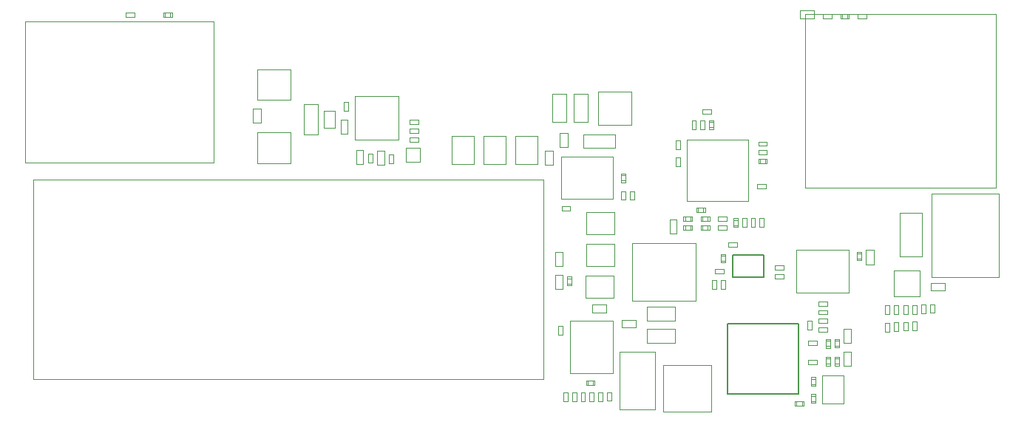
<source format=gbr>
%TF.GenerationSoftware,KiCad,Pcbnew,7.0.11+dfsg-1build4*%
%TF.CreationDate,2024-07-19T16:51:39+02:00*%
%TF.ProjectId,antmicro-poe-to-usbc-pd-adapter,616e746d-6963-4726-9f2d-706f652d746f,rev?*%
%TF.SameCoordinates,Original*%
%TF.FileFunction,Other,User*%
%FSLAX46Y46*%
G04 Gerber Fmt 4.6, Leading zero omitted, Abs format (unit mm)*
G04 Created by KiCad (PCBNEW 7.0.11+dfsg-1build4) date 2024-07-19 16:51:39 commit  9a9195e *
%MOMM*%
%LPD*%
G01*
G04 APERTURE LIST*
%ADD10C,0.100000*%
%ADD11C,0.150000*%
G04 APERTURE END LIST*
D10*
%TO.C,R42*%
X208476000Y-160464000D02*
X207476000Y-160464000D01*
X207476000Y-160464000D02*
X207476000Y-159964000D01*
X207476000Y-159964000D02*
X208476000Y-159964000D01*
X208476000Y-159964000D02*
X208476000Y-160464000D01*
%TO.C,U2*%
X195756000Y-165890000D02*
X190854000Y-165890000D01*
X190854000Y-165890000D02*
X190854000Y-171889000D01*
X190854000Y-171889000D02*
X195756000Y-171889000D01*
X195756000Y-171889000D02*
X195756000Y-165890000D01*
%TO.C,C35*%
X144306000Y-130556000D02*
X144306000Y-130557000D01*
X144306000Y-130557000D02*
X144306000Y-130557000D01*
X144306000Y-130557000D02*
X144306000Y-130558000D01*
X144306000Y-130558000D02*
X144306000Y-130558000D01*
X144306000Y-130558000D02*
X144306000Y-130558000D01*
X144306000Y-130558000D02*
X144306000Y-130559000D01*
X144306000Y-130559000D02*
X144306000Y-130559000D01*
X144306000Y-130559000D02*
X144306000Y-130560000D01*
X144306000Y-130560000D02*
X144306000Y-130562000D01*
X144306000Y-130562000D02*
X144306000Y-130562000D01*
X144306000Y-130562000D02*
X144306000Y-130562000D01*
X144306000Y-130562000D02*
X144306000Y-130562000D01*
X144306000Y-131040000D02*
X144306000Y-130562000D01*
X144306000Y-131040000D02*
X144306000Y-131040000D01*
X144306000Y-131040000D02*
X144306000Y-131040000D01*
X144306000Y-131040000D02*
X144306000Y-131040000D01*
X144306000Y-131040000D02*
X144306000Y-131040000D01*
X144306000Y-131040000D02*
X144306000Y-131040000D01*
X144306000Y-131040000D02*
X144306000Y-131041000D01*
X144306000Y-131041000D02*
X144306000Y-131041000D01*
X144306000Y-131041000D02*
X144306000Y-131041000D01*
X144306000Y-131041000D02*
X144306000Y-131042000D01*
X144306000Y-131042000D02*
X144306000Y-131042000D01*
X144306000Y-131042000D02*
X144306000Y-131043000D01*
X144306000Y-131043000D02*
X144307000Y-131043000D01*
X144307000Y-130555000D02*
X144307000Y-130555000D01*
X144307000Y-130555000D02*
X144307000Y-130555000D01*
X144307000Y-130555000D02*
X144307000Y-130556000D01*
X144307000Y-130556000D02*
X144306000Y-130556000D01*
X144307000Y-131043000D02*
X144307000Y-131044000D01*
X144307000Y-131044000D02*
X144307000Y-131044000D01*
X144307000Y-131044000D02*
X144307000Y-131044000D01*
X144307000Y-131044000D02*
X144308000Y-131045000D01*
X144308000Y-130553000D02*
X144308000Y-130554000D01*
X144308000Y-130554000D02*
X144307000Y-130555000D01*
X144308000Y-130554000D02*
X144308000Y-130554000D01*
X144308000Y-131045000D02*
X144308000Y-131045000D01*
X144308000Y-131045000D02*
X144308000Y-131046000D01*
X144308000Y-131046000D02*
X144309000Y-131046000D01*
X144309000Y-130553000D02*
X144308000Y-130553000D01*
X144309000Y-130553000D02*
X144309000Y-130553000D01*
X144309000Y-131046000D02*
X144309000Y-131046000D01*
X144309000Y-131046000D02*
X144310000Y-131047000D01*
X144310000Y-130552000D02*
X144309000Y-130553000D01*
X144310000Y-130552000D02*
X144310000Y-130552000D01*
X144310000Y-130552000D02*
X144310000Y-130552000D01*
X144310000Y-131047000D02*
X144310000Y-131047000D01*
X144310000Y-131047000D02*
X144310000Y-131047000D01*
X144310000Y-131047000D02*
X144311000Y-131047000D01*
X144311000Y-130551000D02*
X144311000Y-130552000D01*
X144311000Y-130552000D02*
X144310000Y-130552000D01*
X144311000Y-131047000D02*
X144311000Y-131048000D01*
X144311000Y-131048000D02*
X144312000Y-131048000D01*
X144312000Y-130551000D02*
X144311000Y-130551000D01*
X144312000Y-130551000D02*
X144312000Y-130551000D01*
X144312000Y-131048000D02*
X144312000Y-131048000D01*
X144312000Y-131048000D02*
X144313000Y-131048000D01*
X144313000Y-130551000D02*
X144312000Y-130551000D01*
X144313000Y-130551000D02*
X144313000Y-130551000D01*
X144313000Y-130551000D02*
X144313000Y-130551000D01*
X144313000Y-131048000D02*
X144313000Y-131048000D01*
X144313000Y-131048000D02*
X144313000Y-131048000D01*
X144313000Y-131048000D02*
X144314000Y-131048000D01*
X144314000Y-130551000D02*
X144313000Y-130551000D01*
X144314000Y-130551000D02*
X144314000Y-130551000D01*
X144314000Y-131048000D02*
X144314000Y-131048000D01*
X144314000Y-131048000D02*
X144315000Y-131048000D01*
X144316000Y-130551000D02*
X144506000Y-130551000D01*
X144506000Y-130551000D02*
X144506000Y-130562000D01*
X144506000Y-130562000D02*
X144506000Y-131040000D01*
X144506000Y-130562000D02*
X145103000Y-130562000D01*
X144506000Y-131040000D02*
X144506000Y-131048000D01*
X144506000Y-131040000D02*
X145103000Y-131040000D01*
X144506000Y-131048000D02*
X144316000Y-131048000D01*
X145103000Y-130551000D02*
X145103000Y-130562000D01*
X145103000Y-130562000D02*
X145103000Y-131040000D01*
X145103000Y-131040000D02*
X145103000Y-131048000D01*
X145103000Y-131048000D02*
X145293000Y-131048000D01*
X145293000Y-130551000D02*
X145103000Y-130551000D01*
X145295000Y-131048000D02*
X145296000Y-131048000D01*
X145296000Y-130551000D02*
X145295000Y-130551000D01*
X145296000Y-130551000D02*
X145296000Y-130551000D01*
X145296000Y-130551000D02*
X145296000Y-130551000D01*
X145296000Y-131048000D02*
X145296000Y-131048000D01*
X145296000Y-131048000D02*
X145296000Y-131048000D01*
X145296000Y-131048000D02*
X145297000Y-131048000D01*
X145297000Y-130551000D02*
X145296000Y-130551000D01*
X145297000Y-130551000D02*
X145297000Y-130551000D01*
X145297000Y-131048000D02*
X145297000Y-131048000D01*
X145297000Y-131048000D02*
X145298000Y-131048000D01*
X145298000Y-130551000D02*
X145297000Y-130551000D01*
X145298000Y-130552000D02*
X145298000Y-130551000D01*
X145298000Y-131047000D02*
X145299000Y-131047000D01*
X145298000Y-131048000D02*
X145298000Y-131047000D01*
X145299000Y-130552000D02*
X145298000Y-130552000D01*
X145299000Y-130552000D02*
X145299000Y-130552000D01*
X145299000Y-130552000D02*
X145299000Y-130552000D01*
X145299000Y-131047000D02*
X145299000Y-131047000D01*
X145299000Y-131047000D02*
X145299000Y-131047000D01*
X145299000Y-131047000D02*
X145300000Y-131046000D01*
X145300000Y-130553000D02*
X145299000Y-130552000D01*
X145300000Y-130553000D02*
X145300000Y-130553000D01*
X145300000Y-131046000D02*
X145300000Y-131046000D01*
X145300000Y-131046000D02*
X145301000Y-131046000D01*
X145301000Y-130553000D02*
X145300000Y-130553000D01*
X145301000Y-130554000D02*
X145301000Y-130553000D01*
X145301000Y-130554000D02*
X145301000Y-130554000D01*
X145301000Y-131045000D02*
X145301000Y-131045000D01*
X145301000Y-131045000D02*
X145302000Y-131044000D01*
X145301000Y-131046000D02*
X145301000Y-131045000D01*
X145302000Y-130555000D02*
X145301000Y-130554000D01*
X145302000Y-130555000D02*
X145302000Y-130555000D01*
X145302000Y-130555000D02*
X145302000Y-130555000D01*
X145302000Y-130556000D02*
X145302000Y-130555000D01*
X145302000Y-131043000D02*
X145303000Y-131043000D01*
X145302000Y-131044000D02*
X145302000Y-131043000D01*
X145302000Y-131044000D02*
X145302000Y-131044000D01*
X145302000Y-131044000D02*
X145302000Y-131044000D01*
X145303000Y-130556000D02*
X145302000Y-130556000D01*
X145303000Y-130557000D02*
X145303000Y-130556000D01*
X145303000Y-130557000D02*
X145303000Y-130557000D01*
X145303000Y-130558000D02*
X145303000Y-130557000D01*
X145303000Y-130558000D02*
X145303000Y-130558000D01*
X145303000Y-130558000D02*
X145303000Y-130558000D01*
X145303000Y-130559000D02*
X145303000Y-130558000D01*
X145303000Y-130559000D02*
X145303000Y-130559000D01*
X145303000Y-130560000D02*
X145303000Y-130559000D01*
X145303000Y-131040000D02*
X145303000Y-130562000D01*
X145303000Y-131040000D02*
X145303000Y-131040000D01*
X145303000Y-131041000D02*
X145303000Y-131040000D01*
X145303000Y-131041000D02*
X145303000Y-131041000D01*
X145303000Y-131041000D02*
X145303000Y-131041000D01*
X145303000Y-131042000D02*
X145303000Y-131041000D01*
X145303000Y-131042000D02*
X145303000Y-131042000D01*
X145303000Y-131043000D02*
X145303000Y-131042000D01*
%TO.C,R15*%
X192100000Y-175070000D02*
X192600000Y-175070000D01*
X192600000Y-175070000D02*
X192600000Y-174070000D01*
X192600000Y-174070000D02*
X192100000Y-174070000D01*
X192100000Y-174070000D02*
X192100000Y-175070000D01*
%TO.C,U6*%
X204251000Y-152147000D02*
X211250000Y-152147000D01*
X211250000Y-152147000D02*
X211250000Y-145148000D01*
X211250000Y-145148000D02*
X204251000Y-145148000D01*
X204251000Y-145148000D02*
X204251000Y-152147000D01*
%TO.C,C30*%
X220656000Y-170026000D02*
X220655000Y-170026000D01*
X220655000Y-170026000D02*
X220655000Y-170026000D01*
X220655000Y-170026000D02*
X220654000Y-170026000D01*
X220654000Y-170026000D02*
X220654000Y-170026000D01*
X220654000Y-170026000D02*
X220654000Y-170026000D01*
X220654000Y-170026000D02*
X220653000Y-170026000D01*
X220653000Y-170026000D02*
X220653000Y-170026000D01*
X220653000Y-170026000D02*
X220652000Y-170026000D01*
X220652000Y-170026000D02*
X220650000Y-170026000D01*
X220650000Y-170026000D02*
X220650000Y-170026000D01*
X220650000Y-170026000D02*
X220650000Y-170026000D01*
X220650000Y-170026000D02*
X220650000Y-170026000D01*
X220172000Y-170026000D02*
X220650000Y-170026000D01*
X220172000Y-170026000D02*
X220172000Y-170026000D01*
X220172000Y-170026000D02*
X220172000Y-170026000D01*
X220172000Y-170026000D02*
X220172000Y-170026000D01*
X220172000Y-170026000D02*
X220172000Y-170026000D01*
X220172000Y-170026000D02*
X220172000Y-170026000D01*
X220172000Y-170026000D02*
X220171000Y-170026000D01*
X220171000Y-170026000D02*
X220171000Y-170026000D01*
X220171000Y-170026000D02*
X220171000Y-170026000D01*
X220171000Y-170026000D02*
X220170000Y-170026000D01*
X220170000Y-170026000D02*
X220170000Y-170026000D01*
X220170000Y-170026000D02*
X220169000Y-170026000D01*
X220169000Y-170026000D02*
X220169000Y-170027000D01*
X220657000Y-170027000D02*
X220657000Y-170027000D01*
X220657000Y-170027000D02*
X220657000Y-170027000D01*
X220657000Y-170027000D02*
X220656000Y-170027000D01*
X220656000Y-170027000D02*
X220656000Y-170026000D01*
X220169000Y-170027000D02*
X220168000Y-170027000D01*
X220168000Y-170027000D02*
X220168000Y-170027000D01*
X220168000Y-170027000D02*
X220168000Y-170027000D01*
X220168000Y-170027000D02*
X220167000Y-170028000D01*
X220659000Y-170028000D02*
X220658000Y-170028000D01*
X220658000Y-170028000D02*
X220657000Y-170027000D01*
X220658000Y-170028000D02*
X220658000Y-170028000D01*
X220167000Y-170028000D02*
X220167000Y-170028000D01*
X220167000Y-170028000D02*
X220166000Y-170028000D01*
X220166000Y-170028000D02*
X220166000Y-170029000D01*
X220659000Y-170029000D02*
X220659000Y-170028000D01*
X220659000Y-170029000D02*
X220659000Y-170029000D01*
X220166000Y-170029000D02*
X220166000Y-170029000D01*
X220166000Y-170029000D02*
X220165000Y-170030000D01*
X220660000Y-170030000D02*
X220659000Y-170029000D01*
X220660000Y-170030000D02*
X220660000Y-170030000D01*
X220660000Y-170030000D02*
X220660000Y-170030000D01*
X220165000Y-170030000D02*
X220165000Y-170030000D01*
X220165000Y-170030000D02*
X220165000Y-170030000D01*
X220165000Y-170030000D02*
X220165000Y-170031000D01*
X220661000Y-170031000D02*
X220660000Y-170031000D01*
X220660000Y-170031000D02*
X220660000Y-170030000D01*
X220165000Y-170031000D02*
X220164000Y-170031000D01*
X220164000Y-170031000D02*
X220164000Y-170032000D01*
X220661000Y-170032000D02*
X220661000Y-170031000D01*
X220661000Y-170032000D02*
X220661000Y-170032000D01*
X220164000Y-170032000D02*
X220164000Y-170032000D01*
X220164000Y-170032000D02*
X220164000Y-170033000D01*
X220661000Y-170033000D02*
X220661000Y-170032000D01*
X220661000Y-170033000D02*
X220661000Y-170033000D01*
X220661000Y-170033000D02*
X220661000Y-170033000D01*
X220164000Y-170033000D02*
X220164000Y-170033000D01*
X220164000Y-170033000D02*
X220164000Y-170033000D01*
X220164000Y-170033000D02*
X220164000Y-170034000D01*
X220661000Y-170034000D02*
X220661000Y-170033000D01*
X220661000Y-170034000D02*
X220661000Y-170034000D01*
X220164000Y-170034000D02*
X220164000Y-170034000D01*
X220164000Y-170034000D02*
X220164000Y-170035000D01*
X220661000Y-170036000D02*
X220661000Y-170226000D01*
X220661000Y-170226000D02*
X220650000Y-170226000D01*
X220650000Y-170226000D02*
X220172000Y-170226000D01*
X220650000Y-170226000D02*
X220650000Y-170823000D01*
X220172000Y-170226000D02*
X220164000Y-170226000D01*
X220172000Y-170226000D02*
X220172000Y-170823000D01*
X220164000Y-170226000D02*
X220164000Y-170036000D01*
X220661000Y-170823000D02*
X220650000Y-170823000D01*
X220650000Y-170823000D02*
X220172000Y-170823000D01*
X220172000Y-170823000D02*
X220164000Y-170823000D01*
X220164000Y-170823000D02*
X220164000Y-171013000D01*
X220661000Y-171013000D02*
X220661000Y-170823000D01*
X220164000Y-171015000D02*
X220164000Y-171016000D01*
X220661000Y-171016000D02*
X220661000Y-171015000D01*
X220661000Y-171016000D02*
X220661000Y-171016000D01*
X220661000Y-171016000D02*
X220661000Y-171016000D01*
X220164000Y-171016000D02*
X220164000Y-171016000D01*
X220164000Y-171016000D02*
X220164000Y-171016000D01*
X220164000Y-171016000D02*
X220164000Y-171017000D01*
X220661000Y-171017000D02*
X220661000Y-171016000D01*
X220661000Y-171017000D02*
X220661000Y-171017000D01*
X220164000Y-171017000D02*
X220164000Y-171017000D01*
X220164000Y-171017000D02*
X220164000Y-171018000D01*
X220661000Y-171018000D02*
X220661000Y-171017000D01*
X220660000Y-171018000D02*
X220661000Y-171018000D01*
X220165000Y-171018000D02*
X220165000Y-171019000D01*
X220164000Y-171018000D02*
X220165000Y-171018000D01*
X220660000Y-171019000D02*
X220660000Y-171018000D01*
X220660000Y-171019000D02*
X220660000Y-171019000D01*
X220660000Y-171019000D02*
X220660000Y-171019000D01*
X220165000Y-171019000D02*
X220165000Y-171019000D01*
X220165000Y-171019000D02*
X220165000Y-171019000D01*
X220165000Y-171019000D02*
X220166000Y-171020000D01*
X220659000Y-171020000D02*
X220660000Y-171019000D01*
X220659000Y-171020000D02*
X220659000Y-171020000D01*
X220166000Y-171020000D02*
X220166000Y-171020000D01*
X220166000Y-171020000D02*
X220166000Y-171021000D01*
X220659000Y-171021000D02*
X220659000Y-171020000D01*
X220658000Y-171021000D02*
X220659000Y-171021000D01*
X220658000Y-171021000D02*
X220658000Y-171021000D01*
X220167000Y-171021000D02*
X220167000Y-171021000D01*
X220167000Y-171021000D02*
X220168000Y-171022000D01*
X220166000Y-171021000D02*
X220167000Y-171021000D01*
X220657000Y-171022000D02*
X220658000Y-171021000D01*
X220657000Y-171022000D02*
X220657000Y-171022000D01*
X220657000Y-171022000D02*
X220657000Y-171022000D01*
X220656000Y-171022000D02*
X220657000Y-171022000D01*
X220169000Y-171022000D02*
X220169000Y-171023000D01*
X220168000Y-171022000D02*
X220169000Y-171022000D01*
X220168000Y-171022000D02*
X220168000Y-171022000D01*
X220168000Y-171022000D02*
X220168000Y-171022000D01*
X220656000Y-171023000D02*
X220656000Y-171022000D01*
X220655000Y-171023000D02*
X220656000Y-171023000D01*
X220655000Y-171023000D02*
X220655000Y-171023000D01*
X220654000Y-171023000D02*
X220655000Y-171023000D01*
X220654000Y-171023000D02*
X220654000Y-171023000D01*
X220654000Y-171023000D02*
X220654000Y-171023000D01*
X220653000Y-171023000D02*
X220654000Y-171023000D01*
X220653000Y-171023000D02*
X220653000Y-171023000D01*
X220652000Y-171023000D02*
X220653000Y-171023000D01*
X220172000Y-171023000D02*
X220650000Y-171023000D01*
X220172000Y-171023000D02*
X220172000Y-171023000D01*
X220171000Y-171023000D02*
X220172000Y-171023000D01*
X220171000Y-171023000D02*
X220171000Y-171023000D01*
X220171000Y-171023000D02*
X220171000Y-171023000D01*
X220170000Y-171023000D02*
X220171000Y-171023000D01*
X220170000Y-171023000D02*
X220170000Y-171023000D01*
X220169000Y-171023000D02*
X220170000Y-171023000D01*
%TO.C,C18*%
X183491667Y-144710000D02*
X180991667Y-144710000D01*
X180991667Y-144710000D02*
X180991667Y-147910000D01*
X180991667Y-147910000D02*
X183491667Y-147910000D01*
X183491667Y-147910000D02*
X183491667Y-144710000D01*
%TO.C,C2*%
X190556000Y-161814000D02*
X190557000Y-161814000D01*
X190557000Y-161814000D02*
X190557000Y-161814000D01*
X190557000Y-161814000D02*
X190558000Y-161814000D01*
X190558000Y-161814000D02*
X190558000Y-161814000D01*
X190558000Y-161814000D02*
X190558000Y-161814000D01*
X190558000Y-161814000D02*
X190559000Y-161814000D01*
X190559000Y-161814000D02*
X190559000Y-161814000D01*
X190559000Y-161814000D02*
X190560000Y-161814000D01*
X190560000Y-161814000D02*
X190562000Y-161814000D01*
X190562000Y-161814000D02*
X190562000Y-161814000D01*
X190562000Y-161814000D02*
X190562000Y-161814000D01*
X190562000Y-161814000D02*
X190562000Y-161814000D01*
X191040000Y-161814000D02*
X190562000Y-161814000D01*
X191040000Y-161814000D02*
X191040000Y-161814000D01*
X191040000Y-161814000D02*
X191040000Y-161814000D01*
X191040000Y-161814000D02*
X191040000Y-161814000D01*
X191040000Y-161814000D02*
X191040000Y-161814000D01*
X191040000Y-161814000D02*
X191040000Y-161814000D01*
X191040000Y-161814000D02*
X191041000Y-161814000D01*
X191041000Y-161814000D02*
X191041000Y-161814000D01*
X191041000Y-161814000D02*
X191041000Y-161814000D01*
X191041000Y-161814000D02*
X191042000Y-161814000D01*
X191042000Y-161814000D02*
X191042000Y-161814000D01*
X191042000Y-161814000D02*
X191043000Y-161814000D01*
X191043000Y-161814000D02*
X191043000Y-161813000D01*
X190555000Y-161813000D02*
X190555000Y-161813000D01*
X190555000Y-161813000D02*
X190555000Y-161813000D01*
X190555000Y-161813000D02*
X190556000Y-161813000D01*
X190556000Y-161813000D02*
X190556000Y-161814000D01*
X191043000Y-161813000D02*
X191044000Y-161813000D01*
X191044000Y-161813000D02*
X191044000Y-161813000D01*
X191044000Y-161813000D02*
X191044000Y-161813000D01*
X191044000Y-161813000D02*
X191045000Y-161812000D01*
X190553000Y-161812000D02*
X190554000Y-161812000D01*
X190554000Y-161812000D02*
X190555000Y-161813000D01*
X190554000Y-161812000D02*
X190554000Y-161812000D01*
X191045000Y-161812000D02*
X191045000Y-161812000D01*
X191045000Y-161812000D02*
X191046000Y-161812000D01*
X191046000Y-161812000D02*
X191046000Y-161811000D01*
X190553000Y-161811000D02*
X190553000Y-161812000D01*
X190553000Y-161811000D02*
X190553000Y-161811000D01*
X191046000Y-161811000D02*
X191046000Y-161811000D01*
X191046000Y-161811000D02*
X191047000Y-161810000D01*
X190552000Y-161810000D02*
X190553000Y-161811000D01*
X190552000Y-161810000D02*
X190552000Y-161810000D01*
X190552000Y-161810000D02*
X190552000Y-161810000D01*
X191047000Y-161810000D02*
X191047000Y-161810000D01*
X191047000Y-161810000D02*
X191047000Y-161810000D01*
X191047000Y-161810000D02*
X191047000Y-161809000D01*
X190551000Y-161809000D02*
X190552000Y-161809000D01*
X190552000Y-161809000D02*
X190552000Y-161810000D01*
X191047000Y-161809000D02*
X191048000Y-161809000D01*
X191048000Y-161809000D02*
X191048000Y-161808000D01*
X190551000Y-161808000D02*
X190551000Y-161809000D01*
X190551000Y-161808000D02*
X190551000Y-161808000D01*
X191048000Y-161808000D02*
X191048000Y-161808000D01*
X191048000Y-161808000D02*
X191048000Y-161807000D01*
X190551000Y-161807000D02*
X190551000Y-161808000D01*
X190551000Y-161807000D02*
X190551000Y-161807000D01*
X190551000Y-161807000D02*
X190551000Y-161807000D01*
X191048000Y-161807000D02*
X191048000Y-161807000D01*
X191048000Y-161807000D02*
X191048000Y-161807000D01*
X191048000Y-161807000D02*
X191048000Y-161806000D01*
X190551000Y-161806000D02*
X190551000Y-161807000D01*
X190551000Y-161806000D02*
X190551000Y-161806000D01*
X191048000Y-161806000D02*
X191048000Y-161806000D01*
X191048000Y-161806000D02*
X191048000Y-161805000D01*
X190551000Y-161804000D02*
X190551000Y-161614000D01*
X190551000Y-161614000D02*
X190562000Y-161614000D01*
X190562000Y-161614000D02*
X191040000Y-161614000D01*
X190562000Y-161614000D02*
X190562000Y-161017000D01*
X191040000Y-161614000D02*
X191048000Y-161614000D01*
X191040000Y-161614000D02*
X191040000Y-161017000D01*
X191048000Y-161614000D02*
X191048000Y-161804000D01*
X190551000Y-161017000D02*
X190562000Y-161017000D01*
X190562000Y-161017000D02*
X191040000Y-161017000D01*
X191040000Y-161017000D02*
X191048000Y-161017000D01*
X191048000Y-161017000D02*
X191048000Y-160827000D01*
X190551000Y-160827000D02*
X190551000Y-161017000D01*
X191048000Y-160825000D02*
X191048000Y-160824000D01*
X190551000Y-160824000D02*
X190551000Y-160825000D01*
X190551000Y-160824000D02*
X190551000Y-160824000D01*
X190551000Y-160824000D02*
X190551000Y-160824000D01*
X191048000Y-160824000D02*
X191048000Y-160824000D01*
X191048000Y-160824000D02*
X191048000Y-160824000D01*
X191048000Y-160824000D02*
X191048000Y-160823000D01*
X190551000Y-160823000D02*
X190551000Y-160824000D01*
X190551000Y-160823000D02*
X190551000Y-160823000D01*
X191048000Y-160823000D02*
X191048000Y-160823000D01*
X191048000Y-160823000D02*
X191048000Y-160822000D01*
X190551000Y-160822000D02*
X190551000Y-160823000D01*
X190552000Y-160822000D02*
X190551000Y-160822000D01*
X191047000Y-160822000D02*
X191047000Y-160821000D01*
X191048000Y-160822000D02*
X191047000Y-160822000D01*
X190552000Y-160821000D02*
X190552000Y-160822000D01*
X190552000Y-160821000D02*
X190552000Y-160821000D01*
X190552000Y-160821000D02*
X190552000Y-160821000D01*
X191047000Y-160821000D02*
X191047000Y-160821000D01*
X191047000Y-160821000D02*
X191047000Y-160821000D01*
X191047000Y-160821000D02*
X191046000Y-160820000D01*
X190553000Y-160820000D02*
X190552000Y-160821000D01*
X190553000Y-160820000D02*
X190553000Y-160820000D01*
X191046000Y-160820000D02*
X191046000Y-160820000D01*
X191046000Y-160820000D02*
X191046000Y-160819000D01*
X190553000Y-160819000D02*
X190553000Y-160820000D01*
X190554000Y-160819000D02*
X190553000Y-160819000D01*
X190554000Y-160819000D02*
X190554000Y-160819000D01*
X191045000Y-160819000D02*
X191045000Y-160819000D01*
X191045000Y-160819000D02*
X191044000Y-160818000D01*
X191046000Y-160819000D02*
X191045000Y-160819000D01*
X190555000Y-160818000D02*
X190554000Y-160819000D01*
X190555000Y-160818000D02*
X190555000Y-160818000D01*
X190555000Y-160818000D02*
X190555000Y-160818000D01*
X190556000Y-160818000D02*
X190555000Y-160818000D01*
X191043000Y-160818000D02*
X191043000Y-160817000D01*
X191044000Y-160818000D02*
X191043000Y-160818000D01*
X191044000Y-160818000D02*
X191044000Y-160818000D01*
X191044000Y-160818000D02*
X191044000Y-160818000D01*
X190556000Y-160817000D02*
X190556000Y-160818000D01*
X190557000Y-160817000D02*
X190556000Y-160817000D01*
X190557000Y-160817000D02*
X190557000Y-160817000D01*
X190558000Y-160817000D02*
X190557000Y-160817000D01*
X190558000Y-160817000D02*
X190558000Y-160817000D01*
X190558000Y-160817000D02*
X190558000Y-160817000D01*
X190559000Y-160817000D02*
X190558000Y-160817000D01*
X190559000Y-160817000D02*
X190559000Y-160817000D01*
X190560000Y-160817000D02*
X190559000Y-160817000D01*
X191040000Y-160817000D02*
X190562000Y-160817000D01*
X191040000Y-160817000D02*
X191040000Y-160817000D01*
X191041000Y-160817000D02*
X191040000Y-160817000D01*
X191041000Y-160817000D02*
X191041000Y-160817000D01*
X191041000Y-160817000D02*
X191041000Y-160817000D01*
X191042000Y-160817000D02*
X191041000Y-160817000D01*
X191042000Y-160817000D02*
X191042000Y-160817000D01*
X191043000Y-160817000D02*
X191042000Y-160817000D01*
%TO.C,R50*%
X204800000Y-143919000D02*
X205300000Y-143919000D01*
X205300000Y-143919000D02*
X205300000Y-142919000D01*
X205300000Y-142919000D02*
X204800000Y-142919000D01*
X204800000Y-142919000D02*
X204800000Y-143919000D01*
%TO.C,C32*%
X223744000Y-158972000D02*
X223745000Y-158972000D01*
X223745000Y-158972000D02*
X223745000Y-158972000D01*
X223745000Y-158972000D02*
X223746000Y-158972000D01*
X223746000Y-158972000D02*
X223746000Y-158972000D01*
X223746000Y-158972000D02*
X223746000Y-158972000D01*
X223746000Y-158972000D02*
X223747000Y-158972000D01*
X223747000Y-158972000D02*
X223747000Y-158972000D01*
X223747000Y-158972000D02*
X223748000Y-158972000D01*
X223748000Y-158972000D02*
X223750000Y-158972000D01*
X223750000Y-158972000D02*
X223750000Y-158972000D01*
X223750000Y-158972000D02*
X223750000Y-158972000D01*
X223750000Y-158972000D02*
X223750000Y-158972000D01*
X224228000Y-158972000D02*
X223750000Y-158972000D01*
X224228000Y-158972000D02*
X224228000Y-158972000D01*
X224228000Y-158972000D02*
X224228000Y-158972000D01*
X224228000Y-158972000D02*
X224228000Y-158972000D01*
X224228000Y-158972000D02*
X224228000Y-158972000D01*
X224228000Y-158972000D02*
X224228000Y-158972000D01*
X224228000Y-158972000D02*
X224229000Y-158972000D01*
X224229000Y-158972000D02*
X224229000Y-158972000D01*
X224229000Y-158972000D02*
X224229000Y-158972000D01*
X224229000Y-158972000D02*
X224230000Y-158972000D01*
X224230000Y-158972000D02*
X224230000Y-158972000D01*
X224230000Y-158972000D02*
X224231000Y-158972000D01*
X224231000Y-158972000D02*
X224231000Y-158971000D01*
X223743000Y-158971000D02*
X223743000Y-158971000D01*
X223743000Y-158971000D02*
X223743000Y-158971000D01*
X223743000Y-158971000D02*
X223744000Y-158971000D01*
X223744000Y-158971000D02*
X223744000Y-158972000D01*
X224231000Y-158971000D02*
X224232000Y-158971000D01*
X224232000Y-158971000D02*
X224232000Y-158971000D01*
X224232000Y-158971000D02*
X224232000Y-158971000D01*
X224232000Y-158971000D02*
X224233000Y-158970000D01*
X223741000Y-158970000D02*
X223742000Y-158970000D01*
X223742000Y-158970000D02*
X223743000Y-158971000D01*
X223742000Y-158970000D02*
X223742000Y-158970000D01*
X224233000Y-158970000D02*
X224233000Y-158970000D01*
X224233000Y-158970000D02*
X224234000Y-158970000D01*
X224234000Y-158970000D02*
X224234000Y-158969000D01*
X223741000Y-158969000D02*
X223741000Y-158970000D01*
X223741000Y-158969000D02*
X223741000Y-158969000D01*
X224234000Y-158969000D02*
X224234000Y-158969000D01*
X224234000Y-158969000D02*
X224235000Y-158968000D01*
X223740000Y-158968000D02*
X223741000Y-158969000D01*
X223740000Y-158968000D02*
X223740000Y-158968000D01*
X223740000Y-158968000D02*
X223740000Y-158968000D01*
X224235000Y-158968000D02*
X224235000Y-158968000D01*
X224235000Y-158968000D02*
X224235000Y-158968000D01*
X224235000Y-158968000D02*
X224235000Y-158967000D01*
X223739000Y-158967000D02*
X223740000Y-158967000D01*
X223740000Y-158967000D02*
X223740000Y-158968000D01*
X224235000Y-158967000D02*
X224236000Y-158967000D01*
X224236000Y-158967000D02*
X224236000Y-158966000D01*
X223739000Y-158966000D02*
X223739000Y-158967000D01*
X223739000Y-158966000D02*
X223739000Y-158966000D01*
X224236000Y-158966000D02*
X224236000Y-158966000D01*
X224236000Y-158966000D02*
X224236000Y-158965000D01*
X223739000Y-158965000D02*
X223739000Y-158966000D01*
X223739000Y-158965000D02*
X223739000Y-158965000D01*
X223739000Y-158965000D02*
X223739000Y-158965000D01*
X224236000Y-158965000D02*
X224236000Y-158965000D01*
X224236000Y-158965000D02*
X224236000Y-158965000D01*
X224236000Y-158965000D02*
X224236000Y-158964000D01*
X223739000Y-158964000D02*
X223739000Y-158965000D01*
X223739000Y-158964000D02*
X223739000Y-158964000D01*
X224236000Y-158964000D02*
X224236000Y-158964000D01*
X224236000Y-158964000D02*
X224236000Y-158963000D01*
X223739000Y-158962000D02*
X223739000Y-158772000D01*
X223739000Y-158772000D02*
X223750000Y-158772000D01*
X223750000Y-158772000D02*
X224228000Y-158772000D01*
X223750000Y-158772000D02*
X223750000Y-158175000D01*
X224228000Y-158772000D02*
X224236000Y-158772000D01*
X224228000Y-158772000D02*
X224228000Y-158175000D01*
X224236000Y-158772000D02*
X224236000Y-158962000D01*
X223739000Y-158175000D02*
X223750000Y-158175000D01*
X223750000Y-158175000D02*
X224228000Y-158175000D01*
X224228000Y-158175000D02*
X224236000Y-158175000D01*
X224236000Y-158175000D02*
X224236000Y-157985000D01*
X223739000Y-157985000D02*
X223739000Y-158175000D01*
X224236000Y-157983000D02*
X224236000Y-157982000D01*
X223739000Y-157982000D02*
X223739000Y-157983000D01*
X223739000Y-157982000D02*
X223739000Y-157982000D01*
X223739000Y-157982000D02*
X223739000Y-157982000D01*
X224236000Y-157982000D02*
X224236000Y-157982000D01*
X224236000Y-157982000D02*
X224236000Y-157982000D01*
X224236000Y-157982000D02*
X224236000Y-157981000D01*
X223739000Y-157981000D02*
X223739000Y-157982000D01*
X223739000Y-157981000D02*
X223739000Y-157981000D01*
X224236000Y-157981000D02*
X224236000Y-157981000D01*
X224236000Y-157981000D02*
X224236000Y-157980000D01*
X223739000Y-157980000D02*
X223739000Y-157981000D01*
X223740000Y-157980000D02*
X223739000Y-157980000D01*
X224235000Y-157980000D02*
X224235000Y-157979000D01*
X224236000Y-157980000D02*
X224235000Y-157980000D01*
X223740000Y-157979000D02*
X223740000Y-157980000D01*
X223740000Y-157979000D02*
X223740000Y-157979000D01*
X223740000Y-157979000D02*
X223740000Y-157979000D01*
X224235000Y-157979000D02*
X224235000Y-157979000D01*
X224235000Y-157979000D02*
X224235000Y-157979000D01*
X224235000Y-157979000D02*
X224234000Y-157978000D01*
X223741000Y-157978000D02*
X223740000Y-157979000D01*
X223741000Y-157978000D02*
X223741000Y-157978000D01*
X224234000Y-157978000D02*
X224234000Y-157978000D01*
X224234000Y-157978000D02*
X224234000Y-157977000D01*
X223741000Y-157977000D02*
X223741000Y-157978000D01*
X223742000Y-157977000D02*
X223741000Y-157977000D01*
X223742000Y-157977000D02*
X223742000Y-157977000D01*
X224233000Y-157977000D02*
X224233000Y-157977000D01*
X224233000Y-157977000D02*
X224232000Y-157976000D01*
X224234000Y-157977000D02*
X224233000Y-157977000D01*
X223743000Y-157976000D02*
X223742000Y-157977000D01*
X223743000Y-157976000D02*
X223743000Y-157976000D01*
X223743000Y-157976000D02*
X223743000Y-157976000D01*
X223744000Y-157976000D02*
X223743000Y-157976000D01*
X224231000Y-157976000D02*
X224231000Y-157975000D01*
X224232000Y-157976000D02*
X224231000Y-157976000D01*
X224232000Y-157976000D02*
X224232000Y-157976000D01*
X224232000Y-157976000D02*
X224232000Y-157976000D01*
X223744000Y-157975000D02*
X223744000Y-157976000D01*
X223745000Y-157975000D02*
X223744000Y-157975000D01*
X223745000Y-157975000D02*
X223745000Y-157975000D01*
X223746000Y-157975000D02*
X223745000Y-157975000D01*
X223746000Y-157975000D02*
X223746000Y-157975000D01*
X223746000Y-157975000D02*
X223746000Y-157975000D01*
X223747000Y-157975000D02*
X223746000Y-157975000D01*
X223747000Y-157975000D02*
X223747000Y-157975000D01*
X223748000Y-157975000D02*
X223747000Y-157975000D01*
X224228000Y-157975000D02*
X223750000Y-157975000D01*
X224228000Y-157975000D02*
X224228000Y-157975000D01*
X224229000Y-157975000D02*
X224228000Y-157975000D01*
X224229000Y-157975000D02*
X224229000Y-157975000D01*
X224229000Y-157975000D02*
X224229000Y-157975000D01*
X224230000Y-157975000D02*
X224229000Y-157975000D01*
X224230000Y-157975000D02*
X224230000Y-157975000D01*
X224231000Y-157975000D02*
X224230000Y-157975000D01*
%TO.C,C19*%
X179858334Y-144710000D02*
X177358334Y-144710000D01*
X177358334Y-144710000D02*
X177358334Y-147910000D01*
X177358334Y-147910000D02*
X179858334Y-147910000D01*
X179858334Y-147910000D02*
X179858334Y-144710000D01*
%TO.C,R19*%
X219125000Y-170851000D02*
X218125000Y-170851000D01*
X218125000Y-170851000D02*
X218125000Y-170351000D01*
X218125000Y-170351000D02*
X219125000Y-170351000D01*
X219125000Y-170351000D02*
X219125000Y-170851000D01*
D11*
%TO.C,U5*%
X217012000Y-174300000D02*
X208912000Y-174300000D01*
X208912000Y-174300000D02*
X208912000Y-166200000D01*
X208912000Y-166200000D02*
X217012000Y-166200000D01*
X217012000Y-166200000D02*
X217012000Y-174300000D01*
D10*
%TO.C,C17*%
X187125000Y-144700000D02*
X184625000Y-144700000D01*
X184625000Y-144700000D02*
X184625000Y-147900000D01*
X184625000Y-147900000D02*
X187125000Y-147900000D01*
X187125000Y-147900000D02*
X187125000Y-144700000D01*
%TO.C,J2*%
X239610000Y-130767000D02*
X217770000Y-130767000D01*
X217770000Y-130767000D02*
X217770000Y-150611000D01*
X217770000Y-150611000D02*
X239610000Y-150611000D01*
X239610000Y-150611000D02*
X239610000Y-130767000D01*
%TO.C,C36*%
X222814000Y-131244000D02*
X222814000Y-131243000D01*
X222814000Y-131243000D02*
X222814000Y-131243000D01*
X222814000Y-131243000D02*
X222814000Y-131242000D01*
X222814000Y-131242000D02*
X222814000Y-131242000D01*
X222814000Y-131242000D02*
X222814000Y-131242000D01*
X222814000Y-131242000D02*
X222814000Y-131241000D01*
X222814000Y-131241000D02*
X222814000Y-131241000D01*
X222814000Y-131241000D02*
X222814000Y-131240000D01*
X222814000Y-131240000D02*
X222814000Y-131238000D01*
X222814000Y-131238000D02*
X222814000Y-131238000D01*
X222814000Y-131238000D02*
X222814000Y-131238000D01*
X222814000Y-131238000D02*
X222814000Y-131238000D01*
X222814000Y-130760000D02*
X222814000Y-131238000D01*
X222814000Y-130760000D02*
X222814000Y-130760000D01*
X222814000Y-130760000D02*
X222814000Y-130760000D01*
X222814000Y-130760000D02*
X222814000Y-130760000D01*
X222814000Y-130760000D02*
X222814000Y-130760000D01*
X222814000Y-130760000D02*
X222814000Y-130760000D01*
X222814000Y-130760000D02*
X222814000Y-130759000D01*
X222814000Y-130759000D02*
X222814000Y-130759000D01*
X222814000Y-130759000D02*
X222814000Y-130759000D01*
X222814000Y-130759000D02*
X222814000Y-130758000D01*
X222814000Y-130758000D02*
X222814000Y-130758000D01*
X222814000Y-130758000D02*
X222814000Y-130757000D01*
X222814000Y-130757000D02*
X222813000Y-130757000D01*
X222813000Y-131245000D02*
X222813000Y-131245000D01*
X222813000Y-131245000D02*
X222813000Y-131245000D01*
X222813000Y-131245000D02*
X222813000Y-131244000D01*
X222813000Y-131244000D02*
X222814000Y-131244000D01*
X222813000Y-130757000D02*
X222813000Y-130756000D01*
X222813000Y-130756000D02*
X222813000Y-130756000D01*
X222813000Y-130756000D02*
X222813000Y-130756000D01*
X222813000Y-130756000D02*
X222812000Y-130755000D01*
X222812000Y-131247000D02*
X222812000Y-131246000D01*
X222812000Y-131246000D02*
X222813000Y-131245000D01*
X222812000Y-131246000D02*
X222812000Y-131246000D01*
X222812000Y-130755000D02*
X222812000Y-130755000D01*
X222812000Y-130755000D02*
X222812000Y-130754000D01*
X222812000Y-130754000D02*
X222811000Y-130754000D01*
X222811000Y-131247000D02*
X222812000Y-131247000D01*
X222811000Y-131247000D02*
X222811000Y-131247000D01*
X222811000Y-130754000D02*
X222811000Y-130754000D01*
X222811000Y-130754000D02*
X222810000Y-130753000D01*
X222810000Y-131248000D02*
X222811000Y-131247000D01*
X222810000Y-131248000D02*
X222810000Y-131248000D01*
X222810000Y-131248000D02*
X222810000Y-131248000D01*
X222810000Y-130753000D02*
X222810000Y-130753000D01*
X222810000Y-130753000D02*
X222810000Y-130753000D01*
X222810000Y-130753000D02*
X222809000Y-130753000D01*
X222809000Y-131249000D02*
X222809000Y-131248000D01*
X222809000Y-131248000D02*
X222810000Y-131248000D01*
X222809000Y-130753000D02*
X222809000Y-130752000D01*
X222809000Y-130752000D02*
X222808000Y-130752000D01*
X222808000Y-131249000D02*
X222809000Y-131249000D01*
X222808000Y-131249000D02*
X222808000Y-131249000D01*
X222808000Y-130752000D02*
X222808000Y-130752000D01*
X222808000Y-130752000D02*
X222807000Y-130752000D01*
X222807000Y-131249000D02*
X222808000Y-131249000D01*
X222807000Y-131249000D02*
X222807000Y-131249000D01*
X222807000Y-131249000D02*
X222807000Y-131249000D01*
X222807000Y-130752000D02*
X222807000Y-130752000D01*
X222807000Y-130752000D02*
X222807000Y-130752000D01*
X222807000Y-130752000D02*
X222806000Y-130752000D01*
X222806000Y-131249000D02*
X222807000Y-131249000D01*
X222806000Y-131249000D02*
X222806000Y-131249000D01*
X222806000Y-130752000D02*
X222806000Y-130752000D01*
X222806000Y-130752000D02*
X222805000Y-130752000D01*
X222804000Y-131249000D02*
X222614000Y-131249000D01*
X222614000Y-131249000D02*
X222614000Y-131238000D01*
X222614000Y-131238000D02*
X222614000Y-130760000D01*
X222614000Y-131238000D02*
X222017000Y-131238000D01*
X222614000Y-130760000D02*
X222614000Y-130752000D01*
X222614000Y-130760000D02*
X222017000Y-130760000D01*
X222614000Y-130752000D02*
X222804000Y-130752000D01*
X222017000Y-131249000D02*
X222017000Y-131238000D01*
X222017000Y-131238000D02*
X222017000Y-130760000D01*
X222017000Y-130760000D02*
X222017000Y-130752000D01*
X222017000Y-130752000D02*
X221827000Y-130752000D01*
X221827000Y-131249000D02*
X222017000Y-131249000D01*
X221825000Y-130752000D02*
X221824000Y-130752000D01*
X221824000Y-131249000D02*
X221825000Y-131249000D01*
X221824000Y-131249000D02*
X221824000Y-131249000D01*
X221824000Y-131249000D02*
X221824000Y-131249000D01*
X221824000Y-130752000D02*
X221824000Y-130752000D01*
X221824000Y-130752000D02*
X221824000Y-130752000D01*
X221824000Y-130752000D02*
X221823000Y-130752000D01*
X221823000Y-131249000D02*
X221824000Y-131249000D01*
X221823000Y-131249000D02*
X221823000Y-131249000D01*
X221823000Y-130752000D02*
X221823000Y-130752000D01*
X221823000Y-130752000D02*
X221822000Y-130752000D01*
X221822000Y-131249000D02*
X221823000Y-131249000D01*
X221822000Y-131248000D02*
X221822000Y-131249000D01*
X221822000Y-130753000D02*
X221821000Y-130753000D01*
X221822000Y-130752000D02*
X221822000Y-130753000D01*
X221821000Y-131248000D02*
X221822000Y-131248000D01*
X221821000Y-131248000D02*
X221821000Y-131248000D01*
X221821000Y-131248000D02*
X221821000Y-131248000D01*
X221821000Y-130753000D02*
X221821000Y-130753000D01*
X221821000Y-130753000D02*
X221821000Y-130753000D01*
X221821000Y-130753000D02*
X221820000Y-130754000D01*
X221820000Y-131247000D02*
X221821000Y-131248000D01*
X221820000Y-131247000D02*
X221820000Y-131247000D01*
X221820000Y-130754000D02*
X221820000Y-130754000D01*
X221820000Y-130754000D02*
X221819000Y-130754000D01*
X221819000Y-131247000D02*
X221820000Y-131247000D01*
X221819000Y-131246000D02*
X221819000Y-131247000D01*
X221819000Y-131246000D02*
X221819000Y-131246000D01*
X221819000Y-130755000D02*
X221819000Y-130755000D01*
X221819000Y-130755000D02*
X221818000Y-130756000D01*
X221819000Y-130754000D02*
X221819000Y-130755000D01*
X221818000Y-131245000D02*
X221819000Y-131246000D01*
X221818000Y-131245000D02*
X221818000Y-131245000D01*
X221818000Y-131245000D02*
X221818000Y-131245000D01*
X221818000Y-131244000D02*
X221818000Y-131245000D01*
X221818000Y-130757000D02*
X221817000Y-130757000D01*
X221818000Y-130756000D02*
X221818000Y-130757000D01*
X221818000Y-130756000D02*
X221818000Y-130756000D01*
X221818000Y-130756000D02*
X221818000Y-130756000D01*
X221817000Y-131244000D02*
X221818000Y-131244000D01*
X221817000Y-131243000D02*
X221817000Y-131244000D01*
X221817000Y-131243000D02*
X221817000Y-131243000D01*
X221817000Y-131242000D02*
X221817000Y-131243000D01*
X221817000Y-131242000D02*
X221817000Y-131242000D01*
X221817000Y-131242000D02*
X221817000Y-131242000D01*
X221817000Y-131241000D02*
X221817000Y-131242000D01*
X221817000Y-131241000D02*
X221817000Y-131241000D01*
X221817000Y-131240000D02*
X221817000Y-131241000D01*
X221817000Y-130760000D02*
X221817000Y-131238000D01*
X221817000Y-130760000D02*
X221817000Y-130760000D01*
X221817000Y-130759000D02*
X221817000Y-130760000D01*
X221817000Y-130759000D02*
X221817000Y-130759000D01*
X221817000Y-130759000D02*
X221817000Y-130759000D01*
X221817000Y-130758000D02*
X221817000Y-130759000D01*
X221817000Y-130758000D02*
X221817000Y-130758000D01*
X221817000Y-130757000D02*
X221817000Y-130758000D01*
%TO.C,C34*%
X203850000Y-154975000D02*
X203850000Y-154976000D01*
X203850000Y-154976000D02*
X203850000Y-154976000D01*
X203850000Y-154976000D02*
X203850000Y-154977000D01*
X203850000Y-154977000D02*
X203850000Y-154977000D01*
X203850000Y-154977000D02*
X203850000Y-154977000D01*
X203850000Y-154977000D02*
X203850000Y-154978000D01*
X203850000Y-154978000D02*
X203850000Y-154978000D01*
X203850000Y-154978000D02*
X203850000Y-154979000D01*
X203850000Y-154979000D02*
X203850000Y-154981000D01*
X203850000Y-154981000D02*
X203850000Y-154981000D01*
X203850000Y-154981000D02*
X203850000Y-154981000D01*
X203850000Y-154981000D02*
X203850000Y-154981000D01*
X203850000Y-155459000D02*
X203850000Y-154981000D01*
X203850000Y-155459000D02*
X203850000Y-155459000D01*
X203850000Y-155459000D02*
X203850000Y-155459000D01*
X203850000Y-155459000D02*
X203850000Y-155459000D01*
X203850000Y-155459000D02*
X203850000Y-155459000D01*
X203850000Y-155459000D02*
X203850000Y-155459000D01*
X203850000Y-155459000D02*
X203850000Y-155460000D01*
X203850000Y-155460000D02*
X203850000Y-155460000D01*
X203850000Y-155460000D02*
X203850000Y-155460000D01*
X203850000Y-155460000D02*
X203850000Y-155461000D01*
X203850000Y-155461000D02*
X203850000Y-155461000D01*
X203850000Y-155461000D02*
X203850000Y-155462000D01*
X203850000Y-155462000D02*
X203851000Y-155462000D01*
X203851000Y-154974000D02*
X203851000Y-154974000D01*
X203851000Y-154974000D02*
X203851000Y-154974000D01*
X203851000Y-154974000D02*
X203851000Y-154975000D01*
X203851000Y-154975000D02*
X203850000Y-154975000D01*
X203851000Y-155462000D02*
X203851000Y-155463000D01*
X203851000Y-155463000D02*
X203851000Y-155463000D01*
X203851000Y-155463000D02*
X203851000Y-155463000D01*
X203851000Y-155463000D02*
X203852000Y-155464000D01*
X203852000Y-154972000D02*
X203852000Y-154973000D01*
X203852000Y-154973000D02*
X203851000Y-154974000D01*
X203852000Y-154973000D02*
X203852000Y-154973000D01*
X203852000Y-155464000D02*
X203852000Y-155464000D01*
X203852000Y-155464000D02*
X203852000Y-155465000D01*
X203852000Y-155465000D02*
X203853000Y-155465000D01*
X203853000Y-154972000D02*
X203852000Y-154972000D01*
X203853000Y-154972000D02*
X203853000Y-154972000D01*
X203853000Y-155465000D02*
X203853000Y-155465000D01*
X203853000Y-155465000D02*
X203854000Y-155466000D01*
X203854000Y-154971000D02*
X203853000Y-154972000D01*
X203854000Y-154971000D02*
X203854000Y-154971000D01*
X203854000Y-154971000D02*
X203854000Y-154971000D01*
X203854000Y-155466000D02*
X203854000Y-155466000D01*
X203854000Y-155466000D02*
X203854000Y-155466000D01*
X203854000Y-155466000D02*
X203855000Y-155466000D01*
X203855000Y-154970000D02*
X203855000Y-154971000D01*
X203855000Y-154971000D02*
X203854000Y-154971000D01*
X203855000Y-155466000D02*
X203855000Y-155467000D01*
X203855000Y-155467000D02*
X203856000Y-155467000D01*
X203856000Y-154970000D02*
X203855000Y-154970000D01*
X203856000Y-154970000D02*
X203856000Y-154970000D01*
X203856000Y-155467000D02*
X203856000Y-155467000D01*
X203856000Y-155467000D02*
X203857000Y-155467000D01*
X203857000Y-154970000D02*
X203856000Y-154970000D01*
X203857000Y-154970000D02*
X203857000Y-154970000D01*
X203857000Y-154970000D02*
X203857000Y-154970000D01*
X203857000Y-155467000D02*
X203857000Y-155467000D01*
X203857000Y-155467000D02*
X203857000Y-155467000D01*
X203857000Y-155467000D02*
X203858000Y-155467000D01*
X203858000Y-154970000D02*
X203857000Y-154970000D01*
X203858000Y-154970000D02*
X203858000Y-154970000D01*
X203858000Y-155467000D02*
X203858000Y-155467000D01*
X203858000Y-155467000D02*
X203859000Y-155467000D01*
X203860000Y-154970000D02*
X204050000Y-154970000D01*
X204050000Y-154970000D02*
X204050000Y-154981000D01*
X204050000Y-154981000D02*
X204050000Y-155459000D01*
X204050000Y-154981000D02*
X204647000Y-154981000D01*
X204050000Y-155459000D02*
X204050000Y-155467000D01*
X204050000Y-155459000D02*
X204647000Y-155459000D01*
X204050000Y-155467000D02*
X203860000Y-155467000D01*
X204647000Y-154970000D02*
X204647000Y-154981000D01*
X204647000Y-154981000D02*
X204647000Y-155459000D01*
X204647000Y-155459000D02*
X204647000Y-155467000D01*
X204647000Y-155467000D02*
X204837000Y-155467000D01*
X204837000Y-154970000D02*
X204647000Y-154970000D01*
X204839000Y-155467000D02*
X204840000Y-155467000D01*
X204840000Y-154970000D02*
X204839000Y-154970000D01*
X204840000Y-154970000D02*
X204840000Y-154970000D01*
X204840000Y-154970000D02*
X204840000Y-154970000D01*
X204840000Y-155467000D02*
X204840000Y-155467000D01*
X204840000Y-155467000D02*
X204840000Y-155467000D01*
X204840000Y-155467000D02*
X204841000Y-155467000D01*
X204841000Y-154970000D02*
X204840000Y-154970000D01*
X204841000Y-154970000D02*
X204841000Y-154970000D01*
X204841000Y-155467000D02*
X204841000Y-155467000D01*
X204841000Y-155467000D02*
X204842000Y-155467000D01*
X204842000Y-154970000D02*
X204841000Y-154970000D01*
X204842000Y-154971000D02*
X204842000Y-154970000D01*
X204842000Y-155466000D02*
X204843000Y-155466000D01*
X204842000Y-155467000D02*
X204842000Y-155466000D01*
X204843000Y-154971000D02*
X204842000Y-154971000D01*
X204843000Y-154971000D02*
X204843000Y-154971000D01*
X204843000Y-154971000D02*
X204843000Y-154971000D01*
X204843000Y-155466000D02*
X204843000Y-155466000D01*
X204843000Y-155466000D02*
X204843000Y-155466000D01*
X204843000Y-155466000D02*
X204844000Y-155465000D01*
X204844000Y-154972000D02*
X204843000Y-154971000D01*
X204844000Y-154972000D02*
X204844000Y-154972000D01*
X204844000Y-155465000D02*
X204844000Y-155465000D01*
X204844000Y-155465000D02*
X204845000Y-155465000D01*
X204845000Y-154972000D02*
X204844000Y-154972000D01*
X204845000Y-154973000D02*
X204845000Y-154972000D01*
X204845000Y-154973000D02*
X204845000Y-154973000D01*
X204845000Y-155464000D02*
X204845000Y-155464000D01*
X204845000Y-155464000D02*
X204846000Y-155463000D01*
X204845000Y-155465000D02*
X204845000Y-155464000D01*
X204846000Y-154974000D02*
X204845000Y-154973000D01*
X204846000Y-154974000D02*
X204846000Y-154974000D01*
X204846000Y-154974000D02*
X204846000Y-154974000D01*
X204846000Y-154975000D02*
X204846000Y-154974000D01*
X204846000Y-155462000D02*
X204847000Y-155462000D01*
X204846000Y-155463000D02*
X204846000Y-155462000D01*
X204846000Y-155463000D02*
X204846000Y-155463000D01*
X204846000Y-155463000D02*
X204846000Y-155463000D01*
X204847000Y-154975000D02*
X204846000Y-154975000D01*
X204847000Y-154976000D02*
X204847000Y-154975000D01*
X204847000Y-154976000D02*
X204847000Y-154976000D01*
X204847000Y-154977000D02*
X204847000Y-154976000D01*
X204847000Y-154977000D02*
X204847000Y-154977000D01*
X204847000Y-154977000D02*
X204847000Y-154977000D01*
X204847000Y-154978000D02*
X204847000Y-154977000D01*
X204847000Y-154978000D02*
X204847000Y-154978000D01*
X204847000Y-154979000D02*
X204847000Y-154978000D01*
X204847000Y-155459000D02*
X204847000Y-154981000D01*
X204847000Y-155459000D02*
X204847000Y-155459000D01*
X204847000Y-155460000D02*
X204847000Y-155459000D01*
X204847000Y-155460000D02*
X204847000Y-155460000D01*
X204847000Y-155460000D02*
X204847000Y-155460000D01*
X204847000Y-155461000D02*
X204847000Y-155460000D01*
X204847000Y-155461000D02*
X204847000Y-155461000D01*
X204847000Y-155462000D02*
X204847000Y-155461000D01*
%TO.C,C21*%
X197219000Y-149006000D02*
X197218000Y-149006000D01*
X197218000Y-149006000D02*
X197218000Y-149006000D01*
X197218000Y-149006000D02*
X197217000Y-149006000D01*
X197217000Y-149006000D02*
X197217000Y-149006000D01*
X197217000Y-149006000D02*
X197217000Y-149006000D01*
X197217000Y-149006000D02*
X197216000Y-149006000D01*
X197216000Y-149006000D02*
X197216000Y-149006000D01*
X197216000Y-149006000D02*
X197215000Y-149006000D01*
X197215000Y-149006000D02*
X197213000Y-149006000D01*
X197213000Y-149006000D02*
X197213000Y-149006000D01*
X197213000Y-149006000D02*
X197213000Y-149006000D01*
X197213000Y-149006000D02*
X197213000Y-149006000D01*
X196735000Y-149006000D02*
X197213000Y-149006000D01*
X196735000Y-149006000D02*
X196735000Y-149006000D01*
X196735000Y-149006000D02*
X196735000Y-149006000D01*
X196735000Y-149006000D02*
X196735000Y-149006000D01*
X196735000Y-149006000D02*
X196735000Y-149006000D01*
X196735000Y-149006000D02*
X196735000Y-149006000D01*
X196735000Y-149006000D02*
X196734000Y-149006000D01*
X196734000Y-149006000D02*
X196734000Y-149006000D01*
X196734000Y-149006000D02*
X196734000Y-149006000D01*
X196734000Y-149006000D02*
X196733000Y-149006000D01*
X196733000Y-149006000D02*
X196733000Y-149006000D01*
X196733000Y-149006000D02*
X196732000Y-149006000D01*
X196732000Y-149006000D02*
X196732000Y-149007000D01*
X197220000Y-149007000D02*
X197220000Y-149007000D01*
X197220000Y-149007000D02*
X197220000Y-149007000D01*
X197220000Y-149007000D02*
X197219000Y-149007000D01*
X197219000Y-149007000D02*
X197219000Y-149006000D01*
X196732000Y-149007000D02*
X196731000Y-149007000D01*
X196731000Y-149007000D02*
X196731000Y-149007000D01*
X196731000Y-149007000D02*
X196731000Y-149007000D01*
X196731000Y-149007000D02*
X196730000Y-149008000D01*
X197222000Y-149008000D02*
X197221000Y-149008000D01*
X197221000Y-149008000D02*
X197220000Y-149007000D01*
X197221000Y-149008000D02*
X197221000Y-149008000D01*
X196730000Y-149008000D02*
X196730000Y-149008000D01*
X196730000Y-149008000D02*
X196729000Y-149008000D01*
X196729000Y-149008000D02*
X196729000Y-149009000D01*
X197222000Y-149009000D02*
X197222000Y-149008000D01*
X197222000Y-149009000D02*
X197222000Y-149009000D01*
X196729000Y-149009000D02*
X196729000Y-149009000D01*
X196729000Y-149009000D02*
X196728000Y-149010000D01*
X197223000Y-149010000D02*
X197222000Y-149009000D01*
X197223000Y-149010000D02*
X197223000Y-149010000D01*
X197223000Y-149010000D02*
X197223000Y-149010000D01*
X196728000Y-149010000D02*
X196728000Y-149010000D01*
X196728000Y-149010000D02*
X196728000Y-149010000D01*
X196728000Y-149010000D02*
X196728000Y-149011000D01*
X197224000Y-149011000D02*
X197223000Y-149011000D01*
X197223000Y-149011000D02*
X197223000Y-149010000D01*
X196728000Y-149011000D02*
X196727000Y-149011000D01*
X196727000Y-149011000D02*
X196727000Y-149012000D01*
X197224000Y-149012000D02*
X197224000Y-149011000D01*
X197224000Y-149012000D02*
X197224000Y-149012000D01*
X196727000Y-149012000D02*
X196727000Y-149012000D01*
X196727000Y-149012000D02*
X196727000Y-149013000D01*
X197224000Y-149013000D02*
X197224000Y-149012000D01*
X197224000Y-149013000D02*
X197224000Y-149013000D01*
X197224000Y-149013000D02*
X197224000Y-149013000D01*
X196727000Y-149013000D02*
X196727000Y-149013000D01*
X196727000Y-149013000D02*
X196727000Y-149013000D01*
X196727000Y-149013000D02*
X196727000Y-149014000D01*
X197224000Y-149014000D02*
X197224000Y-149013000D01*
X197224000Y-149014000D02*
X197224000Y-149014000D01*
X196727000Y-149014000D02*
X196727000Y-149014000D01*
X196727000Y-149014000D02*
X196727000Y-149015000D01*
X197224000Y-149016000D02*
X197224000Y-149206000D01*
X197224000Y-149206000D02*
X197213000Y-149206000D01*
X197213000Y-149206000D02*
X196735000Y-149206000D01*
X197213000Y-149206000D02*
X197213000Y-149803000D01*
X196735000Y-149206000D02*
X196727000Y-149206000D01*
X196735000Y-149206000D02*
X196735000Y-149803000D01*
X196727000Y-149206000D02*
X196727000Y-149016000D01*
X197224000Y-149803000D02*
X197213000Y-149803000D01*
X197213000Y-149803000D02*
X196735000Y-149803000D01*
X196735000Y-149803000D02*
X196727000Y-149803000D01*
X196727000Y-149803000D02*
X196727000Y-149993000D01*
X197224000Y-149993000D02*
X197224000Y-149803000D01*
X196727000Y-149995000D02*
X196727000Y-149996000D01*
X197224000Y-149996000D02*
X197224000Y-149995000D01*
X197224000Y-149996000D02*
X197224000Y-149996000D01*
X197224000Y-149996000D02*
X197224000Y-149996000D01*
X196727000Y-149996000D02*
X196727000Y-149996000D01*
X196727000Y-149996000D02*
X196727000Y-149996000D01*
X196727000Y-149996000D02*
X196727000Y-149997000D01*
X197224000Y-149997000D02*
X197224000Y-149996000D01*
X197224000Y-149997000D02*
X197224000Y-149997000D01*
X196727000Y-149997000D02*
X196727000Y-149997000D01*
X196727000Y-149997000D02*
X196727000Y-149998000D01*
X197224000Y-149998000D02*
X197224000Y-149997000D01*
X197223000Y-149998000D02*
X197224000Y-149998000D01*
X196728000Y-149998000D02*
X196728000Y-149999000D01*
X196727000Y-149998000D02*
X196728000Y-149998000D01*
X197223000Y-149999000D02*
X197223000Y-149998000D01*
X197223000Y-149999000D02*
X197223000Y-149999000D01*
X197223000Y-149999000D02*
X197223000Y-149999000D01*
X196728000Y-149999000D02*
X196728000Y-149999000D01*
X196728000Y-149999000D02*
X196728000Y-149999000D01*
X196728000Y-149999000D02*
X196729000Y-150000000D01*
X197222000Y-150000000D02*
X197223000Y-149999000D01*
X197222000Y-150000000D02*
X197222000Y-150000000D01*
X196729000Y-150000000D02*
X196729000Y-150000000D01*
X196729000Y-150000000D02*
X196729000Y-150001000D01*
X197222000Y-150001000D02*
X197222000Y-150000000D01*
X197221000Y-150001000D02*
X197222000Y-150001000D01*
X197221000Y-150001000D02*
X197221000Y-150001000D01*
X196730000Y-150001000D02*
X196730000Y-150001000D01*
X196730000Y-150001000D02*
X196731000Y-150002000D01*
X196729000Y-150001000D02*
X196730000Y-150001000D01*
X197220000Y-150002000D02*
X197221000Y-150001000D01*
X197220000Y-150002000D02*
X197220000Y-150002000D01*
X197220000Y-150002000D02*
X197220000Y-150002000D01*
X197219000Y-150002000D02*
X197220000Y-150002000D01*
X196732000Y-150002000D02*
X196732000Y-150003000D01*
X196731000Y-150002000D02*
X196732000Y-150002000D01*
X196731000Y-150002000D02*
X196731000Y-150002000D01*
X196731000Y-150002000D02*
X196731000Y-150002000D01*
X197219000Y-150003000D02*
X197219000Y-150002000D01*
X197218000Y-150003000D02*
X197219000Y-150003000D01*
X197218000Y-150003000D02*
X197218000Y-150003000D01*
X197217000Y-150003000D02*
X197218000Y-150003000D01*
X197217000Y-150003000D02*
X197217000Y-150003000D01*
X197217000Y-150003000D02*
X197217000Y-150003000D01*
X197216000Y-150003000D02*
X197217000Y-150003000D01*
X197216000Y-150003000D02*
X197216000Y-150003000D01*
X197215000Y-150003000D02*
X197216000Y-150003000D01*
X196735000Y-150003000D02*
X197213000Y-150003000D01*
X196735000Y-150003000D02*
X196735000Y-150003000D01*
X196734000Y-150003000D02*
X196735000Y-150003000D01*
X196734000Y-150003000D02*
X196734000Y-150003000D01*
X196734000Y-150003000D02*
X196734000Y-150003000D01*
X196733000Y-150003000D02*
X196734000Y-150003000D01*
X196733000Y-150003000D02*
X196733000Y-150003000D01*
X196732000Y-150003000D02*
X196733000Y-150003000D01*
%TO.C,R58*%
X213324000Y-150749000D02*
X212324000Y-150749000D01*
X212324000Y-150749000D02*
X212324000Y-150249000D01*
X212324000Y-150249000D02*
X213324000Y-150249000D01*
X213324000Y-150249000D02*
X213324000Y-150749000D01*
%TO.C,R55*%
X212424000Y-146349000D02*
X213424000Y-146349000D01*
X213424000Y-146349000D02*
X213424000Y-146849000D01*
X213424000Y-146849000D02*
X212424000Y-146849000D01*
X212424000Y-146849000D02*
X212424000Y-146349000D01*
%TO.C,R24*%
X190900000Y-153250000D02*
X189900000Y-153250000D01*
X189900000Y-153250000D02*
X189900000Y-152750000D01*
X189900000Y-152750000D02*
X190900000Y-152750000D01*
X190900000Y-152750000D02*
X190900000Y-153250000D01*
%TO.C,U1*%
X166200000Y-140140000D02*
X171199000Y-140140000D01*
X171199000Y-140140000D02*
X171199000Y-145139000D01*
X171199000Y-145139000D02*
X166200000Y-145139000D01*
X166200000Y-145139000D02*
X166200000Y-140140000D01*
%TO.C,R48*%
X224820000Y-131250000D02*
X223820000Y-131250000D01*
X223820000Y-131250000D02*
X223820000Y-130750000D01*
X223820000Y-130750000D02*
X224820000Y-130750000D01*
X224820000Y-130750000D02*
X224820000Y-131250000D01*
%TO.C,FB1*%
X233799000Y-162381000D02*
X232197000Y-162381000D01*
X232197000Y-162381000D02*
X232197000Y-161579000D01*
X232197000Y-161579000D02*
X233799000Y-161579000D01*
X233799000Y-161579000D02*
X233799000Y-162381000D01*
%TO.C,R16*%
X193100000Y-175070000D02*
X193600000Y-175070000D01*
X193600000Y-175070000D02*
X193600000Y-174070000D01*
X193600000Y-174070000D02*
X193100000Y-174070000D01*
X193100000Y-174070000D02*
X193100000Y-175070000D01*
%TO.C,C26*%
X206838000Y-155463000D02*
X206838000Y-155462000D01*
X206838000Y-155462000D02*
X206838000Y-155462000D01*
X206838000Y-155462000D02*
X206838000Y-155461000D01*
X206838000Y-155461000D02*
X206838000Y-155461000D01*
X206838000Y-155461000D02*
X206838000Y-155461000D01*
X206838000Y-155461000D02*
X206838000Y-155460000D01*
X206838000Y-155460000D02*
X206838000Y-155460000D01*
X206838000Y-155460000D02*
X206838000Y-155459000D01*
X206838000Y-155459000D02*
X206838000Y-155457000D01*
X206838000Y-155457000D02*
X206838000Y-155457000D01*
X206838000Y-155457000D02*
X206838000Y-155457000D01*
X206838000Y-155457000D02*
X206838000Y-155457000D01*
X206838000Y-154979000D02*
X206838000Y-155457000D01*
X206838000Y-154979000D02*
X206838000Y-154979000D01*
X206838000Y-154979000D02*
X206838000Y-154979000D01*
X206838000Y-154979000D02*
X206838000Y-154979000D01*
X206838000Y-154979000D02*
X206838000Y-154979000D01*
X206838000Y-154979000D02*
X206838000Y-154979000D01*
X206838000Y-154979000D02*
X206838000Y-154978000D01*
X206838000Y-154978000D02*
X206838000Y-154978000D01*
X206838000Y-154978000D02*
X206838000Y-154978000D01*
X206838000Y-154978000D02*
X206838000Y-154977000D01*
X206838000Y-154977000D02*
X206838000Y-154977000D01*
X206838000Y-154977000D02*
X206838000Y-154976000D01*
X206838000Y-154976000D02*
X206837000Y-154976000D01*
X206837000Y-155464000D02*
X206837000Y-155464000D01*
X206837000Y-155464000D02*
X206837000Y-155464000D01*
X206837000Y-155464000D02*
X206837000Y-155463000D01*
X206837000Y-155463000D02*
X206838000Y-155463000D01*
X206837000Y-154976000D02*
X206837000Y-154975000D01*
X206837000Y-154975000D02*
X206837000Y-154975000D01*
X206837000Y-154975000D02*
X206837000Y-154975000D01*
X206837000Y-154975000D02*
X206836000Y-154974000D01*
X206836000Y-155466000D02*
X206836000Y-155465000D01*
X206836000Y-155465000D02*
X206837000Y-155464000D01*
X206836000Y-155465000D02*
X206836000Y-155465000D01*
X206836000Y-154974000D02*
X206836000Y-154974000D01*
X206836000Y-154974000D02*
X206836000Y-154973000D01*
X206836000Y-154973000D02*
X206835000Y-154973000D01*
X206835000Y-155466000D02*
X206836000Y-155466000D01*
X206835000Y-155466000D02*
X206835000Y-155466000D01*
X206835000Y-154973000D02*
X206835000Y-154973000D01*
X206835000Y-154973000D02*
X206834000Y-154972000D01*
X206834000Y-155467000D02*
X206835000Y-155466000D01*
X206834000Y-155467000D02*
X206834000Y-155467000D01*
X206834000Y-155467000D02*
X206834000Y-155467000D01*
X206834000Y-154972000D02*
X206834000Y-154972000D01*
X206834000Y-154972000D02*
X206834000Y-154972000D01*
X206834000Y-154972000D02*
X206833000Y-154972000D01*
X206833000Y-155468000D02*
X206833000Y-155467000D01*
X206833000Y-155467000D02*
X206834000Y-155467000D01*
X206833000Y-154972000D02*
X206833000Y-154971000D01*
X206833000Y-154971000D02*
X206832000Y-154971000D01*
X206832000Y-155468000D02*
X206833000Y-155468000D01*
X206832000Y-155468000D02*
X206832000Y-155468000D01*
X206832000Y-154971000D02*
X206832000Y-154971000D01*
X206832000Y-154971000D02*
X206831000Y-154971000D01*
X206831000Y-155468000D02*
X206832000Y-155468000D01*
X206831000Y-155468000D02*
X206831000Y-155468000D01*
X206831000Y-155468000D02*
X206831000Y-155468000D01*
X206831000Y-154971000D02*
X206831000Y-154971000D01*
X206831000Y-154971000D02*
X206831000Y-154971000D01*
X206831000Y-154971000D02*
X206830000Y-154971000D01*
X206830000Y-155468000D02*
X206831000Y-155468000D01*
X206830000Y-155468000D02*
X206830000Y-155468000D01*
X206830000Y-154971000D02*
X206830000Y-154971000D01*
X206830000Y-154971000D02*
X206829000Y-154971000D01*
X206828000Y-155468000D02*
X206638000Y-155468000D01*
X206638000Y-155468000D02*
X206638000Y-155457000D01*
X206638000Y-155457000D02*
X206638000Y-154979000D01*
X206638000Y-155457000D02*
X206041000Y-155457000D01*
X206638000Y-154979000D02*
X206638000Y-154971000D01*
X206638000Y-154979000D02*
X206041000Y-154979000D01*
X206638000Y-154971000D02*
X206828000Y-154971000D01*
X206041000Y-155468000D02*
X206041000Y-155457000D01*
X206041000Y-155457000D02*
X206041000Y-154979000D01*
X206041000Y-154979000D02*
X206041000Y-154971000D01*
X206041000Y-154971000D02*
X205851000Y-154971000D01*
X205851000Y-155468000D02*
X206041000Y-155468000D01*
X205849000Y-154971000D02*
X205848000Y-154971000D01*
X205848000Y-155468000D02*
X205849000Y-155468000D01*
X205848000Y-155468000D02*
X205848000Y-155468000D01*
X205848000Y-155468000D02*
X205848000Y-155468000D01*
X205848000Y-154971000D02*
X205848000Y-154971000D01*
X205848000Y-154971000D02*
X205848000Y-154971000D01*
X205848000Y-154971000D02*
X205847000Y-154971000D01*
X205847000Y-155468000D02*
X205848000Y-155468000D01*
X205847000Y-155468000D02*
X205847000Y-155468000D01*
X205847000Y-154971000D02*
X205847000Y-154971000D01*
X205847000Y-154971000D02*
X205846000Y-154971000D01*
X205846000Y-155468000D02*
X205847000Y-155468000D01*
X205846000Y-155467000D02*
X205846000Y-155468000D01*
X205846000Y-154972000D02*
X205845000Y-154972000D01*
X205846000Y-154971000D02*
X205846000Y-154972000D01*
X205845000Y-155467000D02*
X205846000Y-155467000D01*
X205845000Y-155467000D02*
X205845000Y-155467000D01*
X205845000Y-155467000D02*
X205845000Y-155467000D01*
X205845000Y-154972000D02*
X205845000Y-154972000D01*
X205845000Y-154972000D02*
X205845000Y-154972000D01*
X205845000Y-154972000D02*
X205844000Y-154973000D01*
X205844000Y-155466000D02*
X205845000Y-155467000D01*
X205844000Y-155466000D02*
X205844000Y-155466000D01*
X205844000Y-154973000D02*
X205844000Y-154973000D01*
X205844000Y-154973000D02*
X205843000Y-154973000D01*
X205843000Y-155466000D02*
X205844000Y-155466000D01*
X205843000Y-155465000D02*
X205843000Y-155466000D01*
X205843000Y-155465000D02*
X205843000Y-155465000D01*
X205843000Y-154974000D02*
X205843000Y-154974000D01*
X205843000Y-154974000D02*
X205842000Y-154975000D01*
X205843000Y-154973000D02*
X205843000Y-154974000D01*
X205842000Y-155464000D02*
X205843000Y-155465000D01*
X205842000Y-155464000D02*
X205842000Y-155464000D01*
X205842000Y-155464000D02*
X205842000Y-155464000D01*
X205842000Y-155463000D02*
X205842000Y-155464000D01*
X205842000Y-154976000D02*
X205841000Y-154976000D01*
X205842000Y-154975000D02*
X205842000Y-154976000D01*
X205842000Y-154975000D02*
X205842000Y-154975000D01*
X205842000Y-154975000D02*
X205842000Y-154975000D01*
X205841000Y-155463000D02*
X205842000Y-155463000D01*
X205841000Y-155462000D02*
X205841000Y-155463000D01*
X205841000Y-155462000D02*
X205841000Y-155462000D01*
X205841000Y-155461000D02*
X205841000Y-155462000D01*
X205841000Y-155461000D02*
X205841000Y-155461000D01*
X205841000Y-155461000D02*
X205841000Y-155461000D01*
X205841000Y-155460000D02*
X205841000Y-155461000D01*
X205841000Y-155460000D02*
X205841000Y-155460000D01*
X205841000Y-155459000D02*
X205841000Y-155460000D01*
X205841000Y-154979000D02*
X205841000Y-155457000D01*
X205841000Y-154979000D02*
X205841000Y-154979000D01*
X205841000Y-154978000D02*
X205841000Y-154979000D01*
X205841000Y-154978000D02*
X205841000Y-154978000D01*
X205841000Y-154978000D02*
X205841000Y-154978000D01*
X205841000Y-154977000D02*
X205841000Y-154978000D01*
X205841000Y-154977000D02*
X205841000Y-154977000D01*
X205841000Y-154976000D02*
X205841000Y-154977000D01*
%TO.C,C5*%
X195914000Y-155950000D02*
X192714000Y-155950000D01*
X192714000Y-155950000D02*
X192714000Y-153450000D01*
X192714000Y-153450000D02*
X195914000Y-153450000D01*
X195914000Y-153450000D02*
X195914000Y-155950000D01*
%TO.C,R6*%
X170150000Y-147820000D02*
X170650000Y-147820000D01*
X170650000Y-147820000D02*
X170650000Y-146820000D01*
X170650000Y-146820000D02*
X170150000Y-146820000D01*
X170150000Y-146820000D02*
X170150000Y-147820000D01*
%TO.C,R60*%
X214320000Y-160548000D02*
X215320000Y-160548000D01*
X215320000Y-160548000D02*
X215320000Y-161048000D01*
X215320000Y-161048000D02*
X214320000Y-161048000D01*
X214320000Y-161048000D02*
X214320000Y-160548000D01*
%TO.C,R40*%
X229579000Y-166005000D02*
X229079000Y-166005000D01*
X229079000Y-166005000D02*
X229079000Y-167005000D01*
X229079000Y-167005000D02*
X229579000Y-167005000D01*
X229579000Y-167005000D02*
X229579000Y-166005000D01*
%TO.C,C20*%
X188925000Y-146400000D02*
X188025000Y-146400000D01*
X188025000Y-146400000D02*
X188025000Y-148000000D01*
X188025000Y-148000000D02*
X188925000Y-148000000D01*
X188925000Y-148000000D02*
X188925000Y-146400000D01*
%TO.C,R38*%
X230079000Y-165085000D02*
X230579000Y-165085000D01*
X230579000Y-165085000D02*
X230579000Y-164085000D01*
X230579000Y-164085000D02*
X230079000Y-164085000D01*
X230079000Y-164085000D02*
X230079000Y-165085000D01*
%TO.C,C29*%
X216618000Y-175096000D02*
X216618000Y-175097000D01*
X216618000Y-175097000D02*
X216618000Y-175097000D01*
X216618000Y-175097000D02*
X216618000Y-175098000D01*
X216618000Y-175098000D02*
X216618000Y-175098000D01*
X216618000Y-175098000D02*
X216618000Y-175098000D01*
X216618000Y-175098000D02*
X216618000Y-175099000D01*
X216618000Y-175099000D02*
X216618000Y-175099000D01*
X216618000Y-175099000D02*
X216618000Y-175100000D01*
X216618000Y-175100000D02*
X216618000Y-175102000D01*
X216618000Y-175102000D02*
X216618000Y-175102000D01*
X216618000Y-175102000D02*
X216618000Y-175102000D01*
X216618000Y-175102000D02*
X216618000Y-175102000D01*
X216618000Y-175580000D02*
X216618000Y-175102000D01*
X216618000Y-175580000D02*
X216618000Y-175580000D01*
X216618000Y-175580000D02*
X216618000Y-175580000D01*
X216618000Y-175580000D02*
X216618000Y-175580000D01*
X216618000Y-175580000D02*
X216618000Y-175580000D01*
X216618000Y-175580000D02*
X216618000Y-175580000D01*
X216618000Y-175580000D02*
X216618000Y-175581000D01*
X216618000Y-175581000D02*
X216618000Y-175581000D01*
X216618000Y-175581000D02*
X216618000Y-175581000D01*
X216618000Y-175581000D02*
X216618000Y-175582000D01*
X216618000Y-175582000D02*
X216618000Y-175582000D01*
X216618000Y-175582000D02*
X216618000Y-175583000D01*
X216618000Y-175583000D02*
X216619000Y-175583000D01*
X216619000Y-175095000D02*
X216619000Y-175095000D01*
X216619000Y-175095000D02*
X216619000Y-175095000D01*
X216619000Y-175095000D02*
X216619000Y-175096000D01*
X216619000Y-175096000D02*
X216618000Y-175096000D01*
X216619000Y-175583000D02*
X216619000Y-175584000D01*
X216619000Y-175584000D02*
X216619000Y-175584000D01*
X216619000Y-175584000D02*
X216619000Y-175584000D01*
X216619000Y-175584000D02*
X216620000Y-175585000D01*
X216620000Y-175093000D02*
X216620000Y-175094000D01*
X216620000Y-175094000D02*
X216619000Y-175095000D01*
X216620000Y-175094000D02*
X216620000Y-175094000D01*
X216620000Y-175585000D02*
X216620000Y-175585000D01*
X216620000Y-175585000D02*
X216620000Y-175586000D01*
X216620000Y-175586000D02*
X216621000Y-175586000D01*
X216621000Y-175093000D02*
X216620000Y-175093000D01*
X216621000Y-175093000D02*
X216621000Y-175093000D01*
X216621000Y-175586000D02*
X216621000Y-175586000D01*
X216621000Y-175586000D02*
X216622000Y-175587000D01*
X216622000Y-175092000D02*
X216621000Y-175093000D01*
X216622000Y-175092000D02*
X216622000Y-175092000D01*
X216622000Y-175092000D02*
X216622000Y-175092000D01*
X216622000Y-175587000D02*
X216622000Y-175587000D01*
X216622000Y-175587000D02*
X216622000Y-175587000D01*
X216622000Y-175587000D02*
X216623000Y-175587000D01*
X216623000Y-175091000D02*
X216623000Y-175092000D01*
X216623000Y-175092000D02*
X216622000Y-175092000D01*
X216623000Y-175587000D02*
X216623000Y-175588000D01*
X216623000Y-175588000D02*
X216624000Y-175588000D01*
X216624000Y-175091000D02*
X216623000Y-175091000D01*
X216624000Y-175091000D02*
X216624000Y-175091000D01*
X216624000Y-175588000D02*
X216624000Y-175588000D01*
X216624000Y-175588000D02*
X216625000Y-175588000D01*
X216625000Y-175091000D02*
X216624000Y-175091000D01*
X216625000Y-175091000D02*
X216625000Y-175091000D01*
X216625000Y-175091000D02*
X216625000Y-175091000D01*
X216625000Y-175588000D02*
X216625000Y-175588000D01*
X216625000Y-175588000D02*
X216625000Y-175588000D01*
X216625000Y-175588000D02*
X216626000Y-175588000D01*
X216626000Y-175091000D02*
X216625000Y-175091000D01*
X216626000Y-175091000D02*
X216626000Y-175091000D01*
X216626000Y-175588000D02*
X216626000Y-175588000D01*
X216626000Y-175588000D02*
X216627000Y-175588000D01*
X216628000Y-175091000D02*
X216818000Y-175091000D01*
X216818000Y-175091000D02*
X216818000Y-175102000D01*
X216818000Y-175102000D02*
X216818000Y-175580000D01*
X216818000Y-175102000D02*
X217415000Y-175102000D01*
X216818000Y-175580000D02*
X216818000Y-175588000D01*
X216818000Y-175580000D02*
X217415000Y-175580000D01*
X216818000Y-175588000D02*
X216628000Y-175588000D01*
X217415000Y-175091000D02*
X217415000Y-175102000D01*
X217415000Y-175102000D02*
X217415000Y-175580000D01*
X217415000Y-175580000D02*
X217415000Y-175588000D01*
X217415000Y-175588000D02*
X217605000Y-175588000D01*
X217605000Y-175091000D02*
X217415000Y-175091000D01*
X217607000Y-175588000D02*
X217608000Y-175588000D01*
X217608000Y-175091000D02*
X217607000Y-175091000D01*
X217608000Y-175091000D02*
X217608000Y-175091000D01*
X217608000Y-175091000D02*
X217608000Y-175091000D01*
X217608000Y-175588000D02*
X217608000Y-175588000D01*
X217608000Y-175588000D02*
X217608000Y-175588000D01*
X217608000Y-175588000D02*
X217609000Y-175588000D01*
X217609000Y-175091000D02*
X217608000Y-175091000D01*
X217609000Y-175091000D02*
X217609000Y-175091000D01*
X217609000Y-175588000D02*
X217609000Y-175588000D01*
X217609000Y-175588000D02*
X217610000Y-175588000D01*
X217610000Y-175091000D02*
X217609000Y-175091000D01*
X217610000Y-175092000D02*
X217610000Y-175091000D01*
X217610000Y-175587000D02*
X217611000Y-175587000D01*
X217610000Y-175588000D02*
X217610000Y-175587000D01*
X217611000Y-175092000D02*
X217610000Y-175092000D01*
X217611000Y-175092000D02*
X217611000Y-175092000D01*
X217611000Y-175092000D02*
X217611000Y-175092000D01*
X217611000Y-175587000D02*
X217611000Y-175587000D01*
X217611000Y-175587000D02*
X217611000Y-175587000D01*
X217611000Y-175587000D02*
X217612000Y-175586000D01*
X217612000Y-175093000D02*
X217611000Y-175092000D01*
X217612000Y-175093000D02*
X217612000Y-175093000D01*
X217612000Y-175586000D02*
X217612000Y-175586000D01*
X217612000Y-175586000D02*
X217613000Y-175586000D01*
X217613000Y-175093000D02*
X217612000Y-175093000D01*
X217613000Y-175094000D02*
X217613000Y-175093000D01*
X217613000Y-175094000D02*
X217613000Y-175094000D01*
X217613000Y-175585000D02*
X217613000Y-175585000D01*
X217613000Y-175585000D02*
X217614000Y-175584000D01*
X217613000Y-175586000D02*
X217613000Y-175585000D01*
X217614000Y-175095000D02*
X217613000Y-175094000D01*
X217614000Y-175095000D02*
X217614000Y-175095000D01*
X217614000Y-175095000D02*
X217614000Y-175095000D01*
X217614000Y-175096000D02*
X217614000Y-175095000D01*
X217614000Y-175583000D02*
X217615000Y-175583000D01*
X217614000Y-175584000D02*
X217614000Y-175583000D01*
X217614000Y-175584000D02*
X217614000Y-175584000D01*
X217614000Y-175584000D02*
X217614000Y-175584000D01*
X217615000Y-175096000D02*
X217614000Y-175096000D01*
X217615000Y-175097000D02*
X217615000Y-175096000D01*
X217615000Y-175097000D02*
X217615000Y-175097000D01*
X217615000Y-175098000D02*
X217615000Y-175097000D01*
X217615000Y-175098000D02*
X217615000Y-175098000D01*
X217615000Y-175098000D02*
X217615000Y-175098000D01*
X217615000Y-175099000D02*
X217615000Y-175098000D01*
X217615000Y-175099000D02*
X217615000Y-175099000D01*
X217615000Y-175100000D02*
X217615000Y-175099000D01*
X217615000Y-175580000D02*
X217615000Y-175102000D01*
X217615000Y-175580000D02*
X217615000Y-175580000D01*
X217615000Y-175581000D02*
X217615000Y-175580000D01*
X217615000Y-175581000D02*
X217615000Y-175581000D01*
X217615000Y-175581000D02*
X217615000Y-175581000D01*
X217615000Y-175582000D02*
X217615000Y-175581000D01*
X217615000Y-175582000D02*
X217615000Y-175582000D01*
X217615000Y-175583000D02*
X217615000Y-175582000D01*
%TO.C,C3*%
X195844000Y-163250000D02*
X192644000Y-163250000D01*
X192644000Y-163250000D02*
X192644000Y-160750000D01*
X192644000Y-160750000D02*
X195844000Y-160750000D01*
X195844000Y-160750000D02*
X195844000Y-163250000D01*
%TO.C,D6*%
X225640000Y-157748000D02*
X224738000Y-157748000D01*
X224738000Y-157748000D02*
X224738000Y-159446000D01*
X224738000Y-159446000D02*
X225640000Y-159446000D01*
X225640000Y-159446000D02*
X225640000Y-157748000D01*
%TO.C,R9*%
X189550000Y-167500000D02*
X190050000Y-167500000D01*
X190050000Y-167500000D02*
X190050000Y-166500000D01*
X190050000Y-166500000D02*
X189550000Y-166500000D01*
X189550000Y-166500000D02*
X189550000Y-167500000D01*
%TO.C,L2*%
X194108334Y-143400000D02*
X197908334Y-143400000D01*
X197908334Y-143400000D02*
X197908334Y-139600000D01*
X197908334Y-139600000D02*
X194108334Y-139600000D01*
X194108334Y-139600000D02*
X194108334Y-143400000D01*
%TO.C,R46*%
X140000000Y-130550000D02*
X141000000Y-130550000D01*
X141000000Y-130550000D02*
X141000000Y-131050000D01*
X141000000Y-131050000D02*
X140000000Y-131050000D01*
X140000000Y-131050000D02*
X140000000Y-130550000D01*
%TO.C,D1*%
X158850000Y-137080000D02*
X155050000Y-137080000D01*
X155050000Y-137080000D02*
X155050000Y-140580000D01*
X155050000Y-140580000D02*
X158850000Y-140580000D01*
X158850000Y-140580000D02*
X158850000Y-137080000D01*
%TO.C,R2*%
X165450000Y-140840000D02*
X164950000Y-140840000D01*
X164950000Y-140840000D02*
X164950000Y-141840000D01*
X164950000Y-141840000D02*
X165450000Y-141840000D01*
X165450000Y-141840000D02*
X165450000Y-140840000D01*
%TO.C,R28*%
X208844000Y-154449000D02*
X207844000Y-154449000D01*
X207844000Y-154449000D02*
X207844000Y-153949000D01*
X207844000Y-153949000D02*
X208844000Y-153949000D01*
X208844000Y-153949000D02*
X208844000Y-154449000D01*
%TO.C,R37*%
X229079000Y-165085000D02*
X229579000Y-165085000D01*
X229579000Y-165085000D02*
X229579000Y-164085000D01*
X229579000Y-164085000D02*
X229079000Y-164085000D01*
X229079000Y-164085000D02*
X229079000Y-165085000D01*
%TO.C,C14*%
X220656000Y-167987000D02*
X220655000Y-167987000D01*
X220655000Y-167987000D02*
X220655000Y-167987000D01*
X220655000Y-167987000D02*
X220654000Y-167987000D01*
X220654000Y-167987000D02*
X220654000Y-167987000D01*
X220654000Y-167987000D02*
X220654000Y-167987000D01*
X220654000Y-167987000D02*
X220653000Y-167987000D01*
X220653000Y-167987000D02*
X220653000Y-167987000D01*
X220653000Y-167987000D02*
X220652000Y-167987000D01*
X220652000Y-167987000D02*
X220650000Y-167987000D01*
X220650000Y-167987000D02*
X220650000Y-167987000D01*
X220650000Y-167987000D02*
X220650000Y-167987000D01*
X220650000Y-167987000D02*
X220650000Y-167987000D01*
X220172000Y-167987000D02*
X220650000Y-167987000D01*
X220172000Y-167987000D02*
X220172000Y-167987000D01*
X220172000Y-167987000D02*
X220172000Y-167987000D01*
X220172000Y-167987000D02*
X220172000Y-167987000D01*
X220172000Y-167987000D02*
X220172000Y-167987000D01*
X220172000Y-167987000D02*
X220172000Y-167987000D01*
X220172000Y-167987000D02*
X220171000Y-167987000D01*
X220171000Y-167987000D02*
X220171000Y-167987000D01*
X220171000Y-167987000D02*
X220171000Y-167987000D01*
X220171000Y-167987000D02*
X220170000Y-167987000D01*
X220170000Y-167987000D02*
X220170000Y-167987000D01*
X220170000Y-167987000D02*
X220169000Y-167987000D01*
X220169000Y-167987000D02*
X220169000Y-167988000D01*
X220657000Y-167988000D02*
X220657000Y-167988000D01*
X220657000Y-167988000D02*
X220657000Y-167988000D01*
X220657000Y-167988000D02*
X220656000Y-167988000D01*
X220656000Y-167988000D02*
X220656000Y-167987000D01*
X220169000Y-167988000D02*
X220168000Y-167988000D01*
X220168000Y-167988000D02*
X220168000Y-167988000D01*
X220168000Y-167988000D02*
X220168000Y-167988000D01*
X220168000Y-167988000D02*
X220167000Y-167989000D01*
X220659000Y-167989000D02*
X220658000Y-167989000D01*
X220658000Y-167989000D02*
X220657000Y-167988000D01*
X220658000Y-167989000D02*
X220658000Y-167989000D01*
X220167000Y-167989000D02*
X220167000Y-167989000D01*
X220167000Y-167989000D02*
X220166000Y-167989000D01*
X220166000Y-167989000D02*
X220166000Y-167990000D01*
X220659000Y-167990000D02*
X220659000Y-167989000D01*
X220659000Y-167990000D02*
X220659000Y-167990000D01*
X220166000Y-167990000D02*
X220166000Y-167990000D01*
X220166000Y-167990000D02*
X220165000Y-167991000D01*
X220660000Y-167991000D02*
X220659000Y-167990000D01*
X220660000Y-167991000D02*
X220660000Y-167991000D01*
X220660000Y-167991000D02*
X220660000Y-167991000D01*
X220165000Y-167991000D02*
X220165000Y-167991000D01*
X220165000Y-167991000D02*
X220165000Y-167991000D01*
X220165000Y-167991000D02*
X220165000Y-167992000D01*
X220661000Y-167992000D02*
X220660000Y-167992000D01*
X220660000Y-167992000D02*
X220660000Y-167991000D01*
X220165000Y-167992000D02*
X220164000Y-167992000D01*
X220164000Y-167992000D02*
X220164000Y-167993000D01*
X220661000Y-167993000D02*
X220661000Y-167992000D01*
X220661000Y-167993000D02*
X220661000Y-167993000D01*
X220164000Y-167993000D02*
X220164000Y-167993000D01*
X220164000Y-167993000D02*
X220164000Y-167994000D01*
X220661000Y-167994000D02*
X220661000Y-167993000D01*
X220661000Y-167994000D02*
X220661000Y-167994000D01*
X220661000Y-167994000D02*
X220661000Y-167994000D01*
X220164000Y-167994000D02*
X220164000Y-167994000D01*
X220164000Y-167994000D02*
X220164000Y-167994000D01*
X220164000Y-167994000D02*
X220164000Y-167995000D01*
X220661000Y-167995000D02*
X220661000Y-167994000D01*
X220661000Y-167995000D02*
X220661000Y-167995000D01*
X220164000Y-167995000D02*
X220164000Y-167995000D01*
X220164000Y-167995000D02*
X220164000Y-167996000D01*
X220661000Y-167997000D02*
X220661000Y-168187000D01*
X220661000Y-168187000D02*
X220650000Y-168187000D01*
X220650000Y-168187000D02*
X220172000Y-168187000D01*
X220650000Y-168187000D02*
X220650000Y-168784000D01*
X220172000Y-168187000D02*
X220164000Y-168187000D01*
X220172000Y-168187000D02*
X220172000Y-168784000D01*
X220164000Y-168187000D02*
X220164000Y-167997000D01*
X220661000Y-168784000D02*
X220650000Y-168784000D01*
X220650000Y-168784000D02*
X220172000Y-168784000D01*
X220172000Y-168784000D02*
X220164000Y-168784000D01*
X220164000Y-168784000D02*
X220164000Y-168974000D01*
X220661000Y-168974000D02*
X220661000Y-168784000D01*
X220164000Y-168976000D02*
X220164000Y-168977000D01*
X220661000Y-168977000D02*
X220661000Y-168976000D01*
X220661000Y-168977000D02*
X220661000Y-168977000D01*
X220661000Y-168977000D02*
X220661000Y-168977000D01*
X220164000Y-168977000D02*
X220164000Y-168977000D01*
X220164000Y-168977000D02*
X220164000Y-168977000D01*
X220164000Y-168977000D02*
X220164000Y-168978000D01*
X220661000Y-168978000D02*
X220661000Y-168977000D01*
X220661000Y-168978000D02*
X220661000Y-168978000D01*
X220164000Y-168978000D02*
X220164000Y-168978000D01*
X220164000Y-168978000D02*
X220164000Y-168979000D01*
X220661000Y-168979000D02*
X220661000Y-168978000D01*
X220660000Y-168979000D02*
X220661000Y-168979000D01*
X220165000Y-168979000D02*
X220165000Y-168980000D01*
X220164000Y-168979000D02*
X220165000Y-168979000D01*
X220660000Y-168980000D02*
X220660000Y-168979000D01*
X220660000Y-168980000D02*
X220660000Y-168980000D01*
X220660000Y-168980000D02*
X220660000Y-168980000D01*
X220165000Y-168980000D02*
X220165000Y-168980000D01*
X220165000Y-168980000D02*
X220165000Y-168980000D01*
X220165000Y-168980000D02*
X220166000Y-168981000D01*
X220659000Y-168981000D02*
X220660000Y-168980000D01*
X220659000Y-168981000D02*
X220659000Y-168981000D01*
X220166000Y-168981000D02*
X220166000Y-168981000D01*
X220166000Y-168981000D02*
X220166000Y-168982000D01*
X220659000Y-168982000D02*
X220659000Y-168981000D01*
X220658000Y-168982000D02*
X220659000Y-168982000D01*
X220658000Y-168982000D02*
X220658000Y-168982000D01*
X220167000Y-168982000D02*
X220167000Y-168982000D01*
X220167000Y-168982000D02*
X220168000Y-168983000D01*
X220166000Y-168982000D02*
X220167000Y-168982000D01*
X220657000Y-168983000D02*
X220658000Y-168982000D01*
X220657000Y-168983000D02*
X220657000Y-168983000D01*
X220657000Y-168983000D02*
X220657000Y-168983000D01*
X220656000Y-168983000D02*
X220657000Y-168983000D01*
X220169000Y-168983000D02*
X220169000Y-168984000D01*
X220168000Y-168983000D02*
X220169000Y-168983000D01*
X220168000Y-168983000D02*
X220168000Y-168983000D01*
X220168000Y-168983000D02*
X220168000Y-168983000D01*
X220656000Y-168984000D02*
X220656000Y-168983000D01*
X220655000Y-168984000D02*
X220656000Y-168984000D01*
X220655000Y-168984000D02*
X220655000Y-168984000D01*
X220654000Y-168984000D02*
X220655000Y-168984000D01*
X220654000Y-168984000D02*
X220654000Y-168984000D01*
X220654000Y-168984000D02*
X220654000Y-168984000D01*
X220653000Y-168984000D02*
X220654000Y-168984000D01*
X220653000Y-168984000D02*
X220653000Y-168984000D01*
X220652000Y-168984000D02*
X220653000Y-168984000D01*
X220172000Y-168984000D02*
X220650000Y-168984000D01*
X220172000Y-168984000D02*
X220172000Y-168984000D01*
X220171000Y-168984000D02*
X220172000Y-168984000D01*
X220171000Y-168984000D02*
X220171000Y-168984000D01*
X220171000Y-168984000D02*
X220171000Y-168984000D01*
X220170000Y-168984000D02*
X220171000Y-168984000D01*
X220170000Y-168984000D02*
X220170000Y-168984000D01*
X220169000Y-168984000D02*
X220170000Y-168984000D01*
%TO.C,C8*%
X198400000Y-166650000D02*
X196800000Y-166650000D01*
X196800000Y-166650000D02*
X196800000Y-165750000D01*
X196800000Y-165750000D02*
X198400000Y-165750000D01*
X198400000Y-165750000D02*
X198400000Y-166650000D01*
%TO.C,C23*%
X191306334Y-143101000D02*
X192908334Y-143101000D01*
X192908334Y-143101000D02*
X192908334Y-139900000D01*
X192908334Y-139900000D02*
X191306334Y-139900000D01*
X191306334Y-139900000D02*
X191306334Y-143101000D01*
%TO.C,R45*%
X213074000Y-154119000D02*
X212574000Y-154119000D01*
X212574000Y-154119000D02*
X212574000Y-155119000D01*
X212574000Y-155119000D02*
X213074000Y-155119000D01*
X213074000Y-155119000D02*
X213074000Y-154119000D01*
%TO.C,C9*%
X199698000Y-164298000D02*
X202899000Y-164298000D01*
X202899000Y-164298000D02*
X202899000Y-165900000D01*
X202899000Y-165900000D02*
X199698000Y-165900000D01*
X199698000Y-165900000D02*
X199698000Y-164298000D01*
%TO.C,D4*%
X200625000Y-169398000D02*
X196577000Y-169398000D01*
X196577000Y-169398000D02*
X196577000Y-176000000D01*
X196577000Y-176000000D02*
X200625000Y-176000000D01*
X200625000Y-176000000D02*
X200625000Y-169398000D01*
%TO.C,Y1*%
X222211000Y-172134000D02*
X219712000Y-172134000D01*
X219712000Y-172134000D02*
X219712000Y-175347000D01*
X219712000Y-175347000D02*
X222211000Y-175347000D01*
X222211000Y-175347000D02*
X222211000Y-172134000D01*
%TO.C,C15*%
X213418000Y-147843000D02*
X213418000Y-147842000D01*
X213418000Y-147842000D02*
X213418000Y-147842000D01*
X213418000Y-147842000D02*
X213418000Y-147841000D01*
X213418000Y-147841000D02*
X213418000Y-147841000D01*
X213418000Y-147841000D02*
X213418000Y-147841000D01*
X213418000Y-147841000D02*
X213418000Y-147840000D01*
X213418000Y-147840000D02*
X213418000Y-147840000D01*
X213418000Y-147840000D02*
X213418000Y-147839000D01*
X213418000Y-147839000D02*
X213418000Y-147837000D01*
X213418000Y-147837000D02*
X213418000Y-147837000D01*
X213418000Y-147837000D02*
X213418000Y-147837000D01*
X213418000Y-147837000D02*
X213418000Y-147837000D01*
X213418000Y-147359000D02*
X213418000Y-147837000D01*
X213418000Y-147359000D02*
X213418000Y-147359000D01*
X213418000Y-147359000D02*
X213418000Y-147359000D01*
X213418000Y-147359000D02*
X213418000Y-147359000D01*
X213418000Y-147359000D02*
X213418000Y-147359000D01*
X213418000Y-147359000D02*
X213418000Y-147359000D01*
X213418000Y-147359000D02*
X213418000Y-147358000D01*
X213418000Y-147358000D02*
X213418000Y-147358000D01*
X213418000Y-147358000D02*
X213418000Y-147358000D01*
X213418000Y-147358000D02*
X213418000Y-147357000D01*
X213418000Y-147357000D02*
X213418000Y-147357000D01*
X213418000Y-147357000D02*
X213418000Y-147356000D01*
X213418000Y-147356000D02*
X213417000Y-147356000D01*
X213417000Y-147844000D02*
X213417000Y-147844000D01*
X213417000Y-147844000D02*
X213417000Y-147844000D01*
X213417000Y-147844000D02*
X213417000Y-147843000D01*
X213417000Y-147843000D02*
X213418000Y-147843000D01*
X213417000Y-147356000D02*
X213417000Y-147355000D01*
X213417000Y-147355000D02*
X213417000Y-147355000D01*
X213417000Y-147355000D02*
X213417000Y-147355000D01*
X213417000Y-147355000D02*
X213416000Y-147354000D01*
X213416000Y-147846000D02*
X213416000Y-147845000D01*
X213416000Y-147845000D02*
X213417000Y-147844000D01*
X213416000Y-147845000D02*
X213416000Y-147845000D01*
X213416000Y-147354000D02*
X213416000Y-147354000D01*
X213416000Y-147354000D02*
X213416000Y-147353000D01*
X213416000Y-147353000D02*
X213415000Y-147353000D01*
X213415000Y-147846000D02*
X213416000Y-147846000D01*
X213415000Y-147846000D02*
X213415000Y-147846000D01*
X213415000Y-147353000D02*
X213415000Y-147353000D01*
X213415000Y-147353000D02*
X213414000Y-147352000D01*
X213414000Y-147847000D02*
X213415000Y-147846000D01*
X213414000Y-147847000D02*
X213414000Y-147847000D01*
X213414000Y-147847000D02*
X213414000Y-147847000D01*
X213414000Y-147352000D02*
X213414000Y-147352000D01*
X213414000Y-147352000D02*
X213414000Y-147352000D01*
X213414000Y-147352000D02*
X213413000Y-147352000D01*
X213413000Y-147848000D02*
X213413000Y-147847000D01*
X213413000Y-147847000D02*
X213414000Y-147847000D01*
X213413000Y-147352000D02*
X213413000Y-147351000D01*
X213413000Y-147351000D02*
X213412000Y-147351000D01*
X213412000Y-147848000D02*
X213413000Y-147848000D01*
X213412000Y-147848000D02*
X213412000Y-147848000D01*
X213412000Y-147351000D02*
X213412000Y-147351000D01*
X213412000Y-147351000D02*
X213411000Y-147351000D01*
X213411000Y-147848000D02*
X213412000Y-147848000D01*
X213411000Y-147848000D02*
X213411000Y-147848000D01*
X213411000Y-147848000D02*
X213411000Y-147848000D01*
X213411000Y-147351000D02*
X213411000Y-147351000D01*
X213411000Y-147351000D02*
X213411000Y-147351000D01*
X213411000Y-147351000D02*
X213410000Y-147351000D01*
X213410000Y-147848000D02*
X213411000Y-147848000D01*
X213410000Y-147848000D02*
X213410000Y-147848000D01*
X213410000Y-147351000D02*
X213410000Y-147351000D01*
X213410000Y-147351000D02*
X213409000Y-147351000D01*
X213408000Y-147848000D02*
X213218000Y-147848000D01*
X213218000Y-147848000D02*
X213218000Y-147837000D01*
X213218000Y-147837000D02*
X213218000Y-147359000D01*
X213218000Y-147837000D02*
X212621000Y-147837000D01*
X213218000Y-147359000D02*
X213218000Y-147351000D01*
X213218000Y-147359000D02*
X212621000Y-147359000D01*
X213218000Y-147351000D02*
X213408000Y-147351000D01*
X212621000Y-147848000D02*
X212621000Y-147837000D01*
X212621000Y-147837000D02*
X212621000Y-147359000D01*
X212621000Y-147359000D02*
X212621000Y-147351000D01*
X212621000Y-147351000D02*
X212431000Y-147351000D01*
X212431000Y-147848000D02*
X212621000Y-147848000D01*
X212429000Y-147351000D02*
X212428000Y-147351000D01*
X212428000Y-147848000D02*
X212429000Y-147848000D01*
X212428000Y-147848000D02*
X212428000Y-147848000D01*
X212428000Y-147848000D02*
X212428000Y-147848000D01*
X212428000Y-147351000D02*
X212428000Y-147351000D01*
X212428000Y-147351000D02*
X212428000Y-147351000D01*
X212428000Y-147351000D02*
X212427000Y-147351000D01*
X212427000Y-147848000D02*
X212428000Y-147848000D01*
X212427000Y-147848000D02*
X212427000Y-147848000D01*
X212427000Y-147351000D02*
X212427000Y-147351000D01*
X212427000Y-147351000D02*
X212426000Y-147351000D01*
X212426000Y-147848000D02*
X212427000Y-147848000D01*
X212426000Y-147847000D02*
X212426000Y-147848000D01*
X212426000Y-147352000D02*
X212425000Y-147352000D01*
X212426000Y-147351000D02*
X212426000Y-147352000D01*
X212425000Y-147847000D02*
X212426000Y-147847000D01*
X212425000Y-147847000D02*
X212425000Y-147847000D01*
X212425000Y-147847000D02*
X212425000Y-147847000D01*
X212425000Y-147352000D02*
X212425000Y-147352000D01*
X212425000Y-147352000D02*
X212425000Y-147352000D01*
X212425000Y-147352000D02*
X212424000Y-147353000D01*
X212424000Y-147846000D02*
X212425000Y-147847000D01*
X212424000Y-147846000D02*
X212424000Y-147846000D01*
X212424000Y-147353000D02*
X212424000Y-147353000D01*
X212424000Y-147353000D02*
X212423000Y-147353000D01*
X212423000Y-147846000D02*
X212424000Y-147846000D01*
X212423000Y-147845000D02*
X212423000Y-147846000D01*
X212423000Y-147845000D02*
X212423000Y-147845000D01*
X212423000Y-147354000D02*
X212423000Y-147354000D01*
X212423000Y-147354000D02*
X212422000Y-147355000D01*
X212423000Y-147353000D02*
X212423000Y-147354000D01*
X212422000Y-147844000D02*
X212423000Y-147845000D01*
X212422000Y-147844000D02*
X212422000Y-147844000D01*
X212422000Y-147844000D02*
X212422000Y-147844000D01*
X212422000Y-147843000D02*
X212422000Y-147844000D01*
X212422000Y-147356000D02*
X212421000Y-147356000D01*
X212422000Y-147355000D02*
X212422000Y-147356000D01*
X212422000Y-147355000D02*
X212422000Y-147355000D01*
X212422000Y-147355000D02*
X212422000Y-147355000D01*
X212421000Y-147843000D02*
X212422000Y-147843000D01*
X212421000Y-147842000D02*
X212421000Y-147843000D01*
X212421000Y-147842000D02*
X212421000Y-147842000D01*
X212421000Y-147841000D02*
X212421000Y-147842000D01*
X212421000Y-147841000D02*
X212421000Y-147841000D01*
X212421000Y-147841000D02*
X212421000Y-147841000D01*
X212421000Y-147840000D02*
X212421000Y-147841000D01*
X212421000Y-147840000D02*
X212421000Y-147840000D01*
X212421000Y-147839000D02*
X212421000Y-147840000D01*
X212421000Y-147359000D02*
X212421000Y-147837000D01*
X212421000Y-147359000D02*
X212421000Y-147359000D01*
X212421000Y-147358000D02*
X212421000Y-147359000D01*
X212421000Y-147358000D02*
X212421000Y-147358000D01*
X212421000Y-147358000D02*
X212421000Y-147358000D01*
X212421000Y-147357000D02*
X212421000Y-147358000D01*
X212421000Y-147357000D02*
X212421000Y-147357000D01*
X212421000Y-147356000D02*
X212421000Y-147357000D01*
%TO.C,C13*%
X221656000Y-170006000D02*
X221655000Y-170006000D01*
X221655000Y-170006000D02*
X221655000Y-170006000D01*
X221655000Y-170006000D02*
X221654000Y-170006000D01*
X221654000Y-170006000D02*
X221654000Y-170006000D01*
X221654000Y-170006000D02*
X221654000Y-170006000D01*
X221654000Y-170006000D02*
X221653000Y-170006000D01*
X221653000Y-170006000D02*
X221653000Y-170006000D01*
X221653000Y-170006000D02*
X221652000Y-170006000D01*
X221652000Y-170006000D02*
X221650000Y-170006000D01*
X221650000Y-170006000D02*
X221650000Y-170006000D01*
X221650000Y-170006000D02*
X221650000Y-170006000D01*
X221650000Y-170006000D02*
X221650000Y-170006000D01*
X221172000Y-170006000D02*
X221650000Y-170006000D01*
X221172000Y-170006000D02*
X221172000Y-170006000D01*
X221172000Y-170006000D02*
X221172000Y-170006000D01*
X221172000Y-170006000D02*
X221172000Y-170006000D01*
X221172000Y-170006000D02*
X221172000Y-170006000D01*
X221172000Y-170006000D02*
X221172000Y-170006000D01*
X221172000Y-170006000D02*
X221171000Y-170006000D01*
X221171000Y-170006000D02*
X221171000Y-170006000D01*
X221171000Y-170006000D02*
X221171000Y-170006000D01*
X221171000Y-170006000D02*
X221170000Y-170006000D01*
X221170000Y-170006000D02*
X221170000Y-170006000D01*
X221170000Y-170006000D02*
X221169000Y-170006000D01*
X221169000Y-170006000D02*
X221169000Y-170007000D01*
X221657000Y-170007000D02*
X221657000Y-170007000D01*
X221657000Y-170007000D02*
X221657000Y-170007000D01*
X221657000Y-170007000D02*
X221656000Y-170007000D01*
X221656000Y-170007000D02*
X221656000Y-170006000D01*
X221169000Y-170007000D02*
X221168000Y-170007000D01*
X221168000Y-170007000D02*
X221168000Y-170007000D01*
X221168000Y-170007000D02*
X221168000Y-170007000D01*
X221168000Y-170007000D02*
X221167000Y-170008000D01*
X221659000Y-170008000D02*
X221658000Y-170008000D01*
X221658000Y-170008000D02*
X221657000Y-170007000D01*
X221658000Y-170008000D02*
X221658000Y-170008000D01*
X221167000Y-170008000D02*
X221167000Y-170008000D01*
X221167000Y-170008000D02*
X221166000Y-170008000D01*
X221166000Y-170008000D02*
X221166000Y-170009000D01*
X221659000Y-170009000D02*
X221659000Y-170008000D01*
X221659000Y-170009000D02*
X221659000Y-170009000D01*
X221166000Y-170009000D02*
X221166000Y-170009000D01*
X221166000Y-170009000D02*
X221165000Y-170010000D01*
X221660000Y-170010000D02*
X221659000Y-170009000D01*
X221660000Y-170010000D02*
X221660000Y-170010000D01*
X221660000Y-170010000D02*
X221660000Y-170010000D01*
X221165000Y-170010000D02*
X221165000Y-170010000D01*
X221165000Y-170010000D02*
X221165000Y-170010000D01*
X221165000Y-170010000D02*
X221165000Y-170011000D01*
X221661000Y-170011000D02*
X221660000Y-170011000D01*
X221660000Y-170011000D02*
X221660000Y-170010000D01*
X221165000Y-170011000D02*
X221164000Y-170011000D01*
X221164000Y-170011000D02*
X221164000Y-170012000D01*
X221661000Y-170012000D02*
X221661000Y-170011000D01*
X221661000Y-170012000D02*
X221661000Y-170012000D01*
X221164000Y-170012000D02*
X221164000Y-170012000D01*
X221164000Y-170012000D02*
X221164000Y-170013000D01*
X221661000Y-170013000D02*
X221661000Y-170012000D01*
X221661000Y-170013000D02*
X221661000Y-170013000D01*
X221661000Y-170013000D02*
X221661000Y-170013000D01*
X221164000Y-170013000D02*
X221164000Y-170013000D01*
X221164000Y-170013000D02*
X221164000Y-170013000D01*
X221164000Y-170013000D02*
X221164000Y-170014000D01*
X221661000Y-170014000D02*
X221661000Y-170013000D01*
X221661000Y-170014000D02*
X221661000Y-170014000D01*
X221164000Y-170014000D02*
X221164000Y-170014000D01*
X221164000Y-170014000D02*
X221164000Y-170015000D01*
X221661000Y-170016000D02*
X221661000Y-170206000D01*
X221661000Y-170206000D02*
X221650000Y-170206000D01*
X221650000Y-170206000D02*
X221172000Y-170206000D01*
X221650000Y-170206000D02*
X221650000Y-170803000D01*
X221172000Y-170206000D02*
X221164000Y-170206000D01*
X221172000Y-170206000D02*
X221172000Y-170803000D01*
X221164000Y-170206000D02*
X221164000Y-170016000D01*
X221661000Y-170803000D02*
X221650000Y-170803000D01*
X221650000Y-170803000D02*
X221172000Y-170803000D01*
X221172000Y-170803000D02*
X221164000Y-170803000D01*
X221164000Y-170803000D02*
X221164000Y-170993000D01*
X221661000Y-170993000D02*
X221661000Y-170803000D01*
X221164000Y-170995000D02*
X221164000Y-170996000D01*
X221661000Y-170996000D02*
X221661000Y-170995000D01*
X221661000Y-170996000D02*
X221661000Y-170996000D01*
X221661000Y-170996000D02*
X221661000Y-170996000D01*
X221164000Y-170996000D02*
X221164000Y-170996000D01*
X221164000Y-170996000D02*
X221164000Y-170996000D01*
X221164000Y-170996000D02*
X221164000Y-170997000D01*
X221661000Y-170997000D02*
X221661000Y-170996000D01*
X221661000Y-170997000D02*
X221661000Y-170997000D01*
X221164000Y-170997000D02*
X221164000Y-170997000D01*
X221164000Y-170997000D02*
X221164000Y-170998000D01*
X221661000Y-170998000D02*
X221661000Y-170997000D01*
X221660000Y-170998000D02*
X221661000Y-170998000D01*
X221165000Y-170998000D02*
X221165000Y-170999000D01*
X221164000Y-170998000D02*
X221165000Y-170998000D01*
X221660000Y-170999000D02*
X221660000Y-170998000D01*
X221660000Y-170999000D02*
X221660000Y-170999000D01*
X221660000Y-170999000D02*
X221660000Y-170999000D01*
X221165000Y-170999000D02*
X221165000Y-170999000D01*
X221165000Y-170999000D02*
X221165000Y-170999000D01*
X221165000Y-170999000D02*
X221166000Y-171000000D01*
X221659000Y-171000000D02*
X221660000Y-170999000D01*
X221659000Y-171000000D02*
X221659000Y-171000000D01*
X221166000Y-171000000D02*
X221166000Y-171000000D01*
X221166000Y-171000000D02*
X221166000Y-171001000D01*
X221659000Y-171001000D02*
X221659000Y-171000000D01*
X221658000Y-171001000D02*
X221659000Y-171001000D01*
X221658000Y-171001000D02*
X221658000Y-171001000D01*
X221167000Y-171001000D02*
X221167000Y-171001000D01*
X221167000Y-171001000D02*
X221168000Y-171002000D01*
X221166000Y-171001000D02*
X221167000Y-171001000D01*
X221657000Y-171002000D02*
X221658000Y-171001000D01*
X221657000Y-171002000D02*
X221657000Y-171002000D01*
X221657000Y-171002000D02*
X221657000Y-171002000D01*
X221656000Y-171002000D02*
X221657000Y-171002000D01*
X221169000Y-171002000D02*
X221169000Y-171003000D01*
X221168000Y-171002000D02*
X221169000Y-171002000D01*
X221168000Y-171002000D02*
X221168000Y-171002000D01*
X221168000Y-171002000D02*
X221168000Y-171002000D01*
X221656000Y-171003000D02*
X221656000Y-171002000D01*
X221655000Y-171003000D02*
X221656000Y-171003000D01*
X221655000Y-171003000D02*
X221655000Y-171003000D01*
X221654000Y-171003000D02*
X221655000Y-171003000D01*
X221654000Y-171003000D02*
X221654000Y-171003000D01*
X221654000Y-171003000D02*
X221654000Y-171003000D01*
X221653000Y-171003000D02*
X221654000Y-171003000D01*
X221653000Y-171003000D02*
X221653000Y-171003000D01*
X221652000Y-171003000D02*
X221653000Y-171003000D01*
X221172000Y-171003000D02*
X221650000Y-171003000D01*
X221172000Y-171003000D02*
X221172000Y-171003000D01*
X221171000Y-171003000D02*
X221172000Y-171003000D01*
X221171000Y-171003000D02*
X221171000Y-171003000D01*
X221171000Y-171003000D02*
X221171000Y-171003000D01*
X221170000Y-171003000D02*
X221171000Y-171003000D01*
X221170000Y-171003000D02*
X221170000Y-171003000D01*
X221169000Y-171003000D02*
X221170000Y-171003000D01*
%TO.C,R47*%
X219820000Y-130750000D02*
X220820000Y-130750000D01*
X220820000Y-130750000D02*
X220820000Y-131250000D01*
X220820000Y-131250000D02*
X219820000Y-131250000D01*
X219820000Y-131250000D02*
X219820000Y-130750000D01*
%TO.C,R11*%
X190000000Y-158000000D02*
X189200000Y-158000000D01*
X189200000Y-158000000D02*
X189200000Y-159600000D01*
X189200000Y-159600000D02*
X190000000Y-159600000D01*
X190000000Y-159600000D02*
X190000000Y-158000000D01*
%TO.C,R3*%
X202304000Y-155899000D02*
X203104000Y-155899000D01*
X203104000Y-155899000D02*
X203104000Y-154299000D01*
X203104000Y-154299000D02*
X202304000Y-154299000D01*
X202304000Y-154299000D02*
X202304000Y-155899000D01*
%TO.C,R1*%
X168800000Y-148020000D02*
X169600000Y-148020000D01*
X169600000Y-148020000D02*
X169600000Y-146420000D01*
X169600000Y-146420000D02*
X168800000Y-146420000D01*
X168800000Y-146420000D02*
X168800000Y-148020000D01*
%TO.C,C25*%
X205850000Y-153975000D02*
X205850000Y-153976000D01*
X205850000Y-153976000D02*
X205850000Y-153976000D01*
X205850000Y-153976000D02*
X205850000Y-153977000D01*
X205850000Y-153977000D02*
X205850000Y-153977000D01*
X205850000Y-153977000D02*
X205850000Y-153977000D01*
X205850000Y-153977000D02*
X205850000Y-153978000D01*
X205850000Y-153978000D02*
X205850000Y-153978000D01*
X205850000Y-153978000D02*
X205850000Y-153979000D01*
X205850000Y-153979000D02*
X205850000Y-153981000D01*
X205850000Y-153981000D02*
X205850000Y-153981000D01*
X205850000Y-153981000D02*
X205850000Y-153981000D01*
X205850000Y-153981000D02*
X205850000Y-153981000D01*
X205850000Y-154459000D02*
X205850000Y-153981000D01*
X205850000Y-154459000D02*
X205850000Y-154459000D01*
X205850000Y-154459000D02*
X205850000Y-154459000D01*
X205850000Y-154459000D02*
X205850000Y-154459000D01*
X205850000Y-154459000D02*
X205850000Y-154459000D01*
X205850000Y-154459000D02*
X205850000Y-154459000D01*
X205850000Y-154459000D02*
X205850000Y-154460000D01*
X205850000Y-154460000D02*
X205850000Y-154460000D01*
X205850000Y-154460000D02*
X205850000Y-154460000D01*
X205850000Y-154460000D02*
X205850000Y-154461000D01*
X205850000Y-154461000D02*
X205850000Y-154461000D01*
X205850000Y-154461000D02*
X205850000Y-154462000D01*
X205850000Y-154462000D02*
X205851000Y-154462000D01*
X205851000Y-153974000D02*
X205851000Y-153974000D01*
X205851000Y-153974000D02*
X205851000Y-153974000D01*
X205851000Y-153974000D02*
X205851000Y-153975000D01*
X205851000Y-153975000D02*
X205850000Y-153975000D01*
X205851000Y-154462000D02*
X205851000Y-154463000D01*
X205851000Y-154463000D02*
X205851000Y-154463000D01*
X205851000Y-154463000D02*
X205851000Y-154463000D01*
X205851000Y-154463000D02*
X205852000Y-154464000D01*
X205852000Y-153972000D02*
X205852000Y-153973000D01*
X205852000Y-153973000D02*
X205851000Y-153974000D01*
X205852000Y-153973000D02*
X205852000Y-153973000D01*
X205852000Y-154464000D02*
X205852000Y-154464000D01*
X205852000Y-154464000D02*
X205852000Y-154465000D01*
X205852000Y-154465000D02*
X205853000Y-154465000D01*
X205853000Y-153972000D02*
X205852000Y-153972000D01*
X205853000Y-153972000D02*
X205853000Y-153972000D01*
X205853000Y-154465000D02*
X205853000Y-154465000D01*
X205853000Y-154465000D02*
X205854000Y-154466000D01*
X205854000Y-153971000D02*
X205853000Y-153972000D01*
X205854000Y-153971000D02*
X205854000Y-153971000D01*
X205854000Y-153971000D02*
X205854000Y-153971000D01*
X205854000Y-154466000D02*
X205854000Y-154466000D01*
X205854000Y-154466000D02*
X205854000Y-154466000D01*
X205854000Y-154466000D02*
X205855000Y-154466000D01*
X205855000Y-153970000D02*
X205855000Y-153971000D01*
X205855000Y-153971000D02*
X205854000Y-153971000D01*
X205855000Y-154466000D02*
X205855000Y-154467000D01*
X205855000Y-154467000D02*
X205856000Y-154467000D01*
X205856000Y-153970000D02*
X205855000Y-153970000D01*
X205856000Y-153970000D02*
X205856000Y-153970000D01*
X205856000Y-154467000D02*
X205856000Y-154467000D01*
X205856000Y-154467000D02*
X205857000Y-154467000D01*
X205857000Y-153970000D02*
X205856000Y-153970000D01*
X205857000Y-153970000D02*
X205857000Y-153970000D01*
X205857000Y-153970000D02*
X205857000Y-153970000D01*
X205857000Y-154467000D02*
X205857000Y-154467000D01*
X205857000Y-154467000D02*
X205857000Y-154467000D01*
X205857000Y-154467000D02*
X205858000Y-154467000D01*
X205858000Y-153970000D02*
X205857000Y-153970000D01*
X205858000Y-153970000D02*
X205858000Y-153970000D01*
X205858000Y-154467000D02*
X205858000Y-154467000D01*
X205858000Y-154467000D02*
X205859000Y-154467000D01*
X205860000Y-153970000D02*
X206050000Y-153970000D01*
X206050000Y-153970000D02*
X206050000Y-153981000D01*
X206050000Y-153981000D02*
X206050000Y-154459000D01*
X206050000Y-153981000D02*
X206647000Y-153981000D01*
X206050000Y-154459000D02*
X206050000Y-154467000D01*
X206050000Y-154459000D02*
X206647000Y-154459000D01*
X206050000Y-154467000D02*
X205860000Y-154467000D01*
X206647000Y-153970000D02*
X206647000Y-153981000D01*
X206647000Y-153981000D02*
X206647000Y-154459000D01*
X206647000Y-154459000D02*
X206647000Y-154467000D01*
X206647000Y-154467000D02*
X206837000Y-154467000D01*
X206837000Y-153970000D02*
X206647000Y-153970000D01*
X206839000Y-154467000D02*
X206840000Y-154467000D01*
X206840000Y-153970000D02*
X206839000Y-153970000D01*
X206840000Y-153970000D02*
X206840000Y-153970000D01*
X206840000Y-153970000D02*
X206840000Y-153970000D01*
X206840000Y-154467000D02*
X206840000Y-154467000D01*
X206840000Y-154467000D02*
X206840000Y-154467000D01*
X206840000Y-154467000D02*
X206841000Y-154467000D01*
X206841000Y-153970000D02*
X206840000Y-153970000D01*
X206841000Y-153970000D02*
X206841000Y-153970000D01*
X206841000Y-154467000D02*
X206841000Y-154467000D01*
X206841000Y-154467000D02*
X206842000Y-154467000D01*
X206842000Y-153970000D02*
X206841000Y-153970000D01*
X206842000Y-153971000D02*
X206842000Y-153970000D01*
X206842000Y-154466000D02*
X206843000Y-154466000D01*
X206842000Y-154467000D02*
X206842000Y-154466000D01*
X206843000Y-153971000D02*
X206842000Y-153971000D01*
X206843000Y-153971000D02*
X206843000Y-153971000D01*
X206843000Y-153971000D02*
X206843000Y-153971000D01*
X206843000Y-154466000D02*
X206843000Y-154466000D01*
X206843000Y-154466000D02*
X206843000Y-154466000D01*
X206843000Y-154466000D02*
X206844000Y-154465000D01*
X206844000Y-153972000D02*
X206843000Y-153971000D01*
X206844000Y-153972000D02*
X206844000Y-153972000D01*
X206844000Y-154465000D02*
X206844000Y-154465000D01*
X206844000Y-154465000D02*
X206845000Y-154465000D01*
X206845000Y-153972000D02*
X206844000Y-153972000D01*
X206845000Y-153973000D02*
X206845000Y-153972000D01*
X206845000Y-153973000D02*
X206845000Y-153973000D01*
X206845000Y-154464000D02*
X206845000Y-154464000D01*
X206845000Y-154464000D02*
X206846000Y-154463000D01*
X206845000Y-154465000D02*
X206845000Y-154464000D01*
X206846000Y-153974000D02*
X206845000Y-153973000D01*
X206846000Y-153974000D02*
X206846000Y-153974000D01*
X206846000Y-153974000D02*
X206846000Y-153974000D01*
X206846000Y-153975000D02*
X206846000Y-153974000D01*
X206846000Y-154462000D02*
X206847000Y-154462000D01*
X206846000Y-154463000D02*
X206846000Y-154462000D01*
X206846000Y-154463000D02*
X206846000Y-154463000D01*
X206846000Y-154463000D02*
X206846000Y-154463000D01*
X206847000Y-153975000D02*
X206846000Y-153975000D01*
X206847000Y-153976000D02*
X206847000Y-153975000D01*
X206847000Y-153976000D02*
X206847000Y-153976000D01*
X206847000Y-153977000D02*
X206847000Y-153976000D01*
X206847000Y-153977000D02*
X206847000Y-153977000D01*
X206847000Y-153977000D02*
X206847000Y-153977000D01*
X206847000Y-153978000D02*
X206847000Y-153977000D01*
X206847000Y-153978000D02*
X206847000Y-153978000D01*
X206847000Y-153979000D02*
X206847000Y-153978000D01*
X206847000Y-154459000D02*
X206847000Y-153981000D01*
X206847000Y-154459000D02*
X206847000Y-154459000D01*
X206847000Y-154460000D02*
X206847000Y-154459000D01*
X206847000Y-154460000D02*
X206847000Y-154460000D01*
X206847000Y-154460000D02*
X206847000Y-154460000D01*
X206847000Y-154461000D02*
X206847000Y-154460000D01*
X206847000Y-154461000D02*
X206847000Y-154461000D01*
X206847000Y-154462000D02*
X206847000Y-154461000D01*
%TO.C,R21*%
X218075000Y-166901000D02*
X218575000Y-166901000D01*
X218575000Y-166901000D02*
X218575000Y-165901000D01*
X218575000Y-165901000D02*
X218075000Y-165901000D01*
X218075000Y-165901000D02*
X218075000Y-166901000D01*
%TO.C,R31*%
X211574000Y-155139000D02*
X212074000Y-155139000D01*
X212074000Y-155139000D02*
X212074000Y-154139000D01*
X212074000Y-154139000D02*
X211574000Y-154139000D01*
X211574000Y-154139000D02*
X211574000Y-155139000D01*
%TO.C,R26*%
X196750000Y-152020000D02*
X197250000Y-152020000D01*
X197250000Y-152020000D02*
X197250000Y-151020000D01*
X197250000Y-151020000D02*
X196750000Y-151020000D01*
X196750000Y-151020000D02*
X196750000Y-152020000D01*
%TO.C,R34*%
X227979000Y-165085000D02*
X228479000Y-165085000D01*
X228479000Y-165085000D02*
X228479000Y-164085000D01*
X228479000Y-164085000D02*
X227979000Y-164085000D01*
X227979000Y-164085000D02*
X227979000Y-165085000D01*
%TO.C,R43*%
X208150000Y-162214000D02*
X208650000Y-162214000D01*
X208650000Y-162214000D02*
X208650000Y-161214000D01*
X208650000Y-161214000D02*
X208150000Y-161214000D01*
X208150000Y-161214000D02*
X208150000Y-162214000D01*
%TO.C,R36*%
X228479000Y-166065000D02*
X227979000Y-166065000D01*
X227979000Y-166065000D02*
X227979000Y-167065000D01*
X227979000Y-167065000D02*
X228479000Y-167065000D01*
X228479000Y-167065000D02*
X228479000Y-166065000D01*
%TO.C,C33*%
X204838000Y-154463000D02*
X204838000Y-154462000D01*
X204838000Y-154462000D02*
X204838000Y-154462000D01*
X204838000Y-154462000D02*
X204838000Y-154461000D01*
X204838000Y-154461000D02*
X204838000Y-154461000D01*
X204838000Y-154461000D02*
X204838000Y-154461000D01*
X204838000Y-154461000D02*
X204838000Y-154460000D01*
X204838000Y-154460000D02*
X204838000Y-154460000D01*
X204838000Y-154460000D02*
X204838000Y-154459000D01*
X204838000Y-154459000D02*
X204838000Y-154457000D01*
X204838000Y-154457000D02*
X204838000Y-154457000D01*
X204838000Y-154457000D02*
X204838000Y-154457000D01*
X204838000Y-154457000D02*
X204838000Y-154457000D01*
X204838000Y-153979000D02*
X204838000Y-154457000D01*
X204838000Y-153979000D02*
X204838000Y-153979000D01*
X204838000Y-153979000D02*
X204838000Y-153979000D01*
X204838000Y-153979000D02*
X204838000Y-153979000D01*
X204838000Y-153979000D02*
X204838000Y-153979000D01*
X204838000Y-153979000D02*
X204838000Y-153979000D01*
X204838000Y-153979000D02*
X204838000Y-153978000D01*
X204838000Y-153978000D02*
X204838000Y-153978000D01*
X204838000Y-153978000D02*
X204838000Y-153978000D01*
X204838000Y-153978000D02*
X204838000Y-153977000D01*
X204838000Y-153977000D02*
X204838000Y-153977000D01*
X204838000Y-153977000D02*
X204838000Y-153976000D01*
X204838000Y-153976000D02*
X204837000Y-153976000D01*
X204837000Y-154464000D02*
X204837000Y-154464000D01*
X204837000Y-154464000D02*
X204837000Y-154464000D01*
X204837000Y-154464000D02*
X204837000Y-154463000D01*
X204837000Y-154463000D02*
X204838000Y-154463000D01*
X204837000Y-153976000D02*
X204837000Y-153975000D01*
X204837000Y-153975000D02*
X204837000Y-153975000D01*
X204837000Y-153975000D02*
X204837000Y-153975000D01*
X204837000Y-153975000D02*
X204836000Y-153974000D01*
X204836000Y-154466000D02*
X204836000Y-154465000D01*
X204836000Y-154465000D02*
X204837000Y-154464000D01*
X204836000Y-154465000D02*
X204836000Y-154465000D01*
X204836000Y-153974000D02*
X204836000Y-153974000D01*
X204836000Y-153974000D02*
X204836000Y-153973000D01*
X204836000Y-153973000D02*
X204835000Y-153973000D01*
X204835000Y-154466000D02*
X204836000Y-154466000D01*
X204835000Y-154466000D02*
X204835000Y-154466000D01*
X204835000Y-153973000D02*
X204835000Y-153973000D01*
X204835000Y-153973000D02*
X204834000Y-153972000D01*
X204834000Y-154467000D02*
X204835000Y-154466000D01*
X204834000Y-154467000D02*
X204834000Y-154467000D01*
X204834000Y-154467000D02*
X204834000Y-154467000D01*
X204834000Y-153972000D02*
X204834000Y-153972000D01*
X204834000Y-153972000D02*
X204834000Y-153972000D01*
X204834000Y-153972000D02*
X204833000Y-153972000D01*
X204833000Y-154468000D02*
X204833000Y-154467000D01*
X204833000Y-154467000D02*
X204834000Y-154467000D01*
X204833000Y-153972000D02*
X204833000Y-153971000D01*
X204833000Y-153971000D02*
X204832000Y-153971000D01*
X204832000Y-154468000D02*
X204833000Y-154468000D01*
X204832000Y-154468000D02*
X204832000Y-154468000D01*
X204832000Y-153971000D02*
X204832000Y-153971000D01*
X204832000Y-153971000D02*
X204831000Y-153971000D01*
X204831000Y-154468000D02*
X204832000Y-154468000D01*
X204831000Y-154468000D02*
X204831000Y-154468000D01*
X204831000Y-154468000D02*
X204831000Y-154468000D01*
X204831000Y-153971000D02*
X204831000Y-153971000D01*
X204831000Y-153971000D02*
X204831000Y-153971000D01*
X204831000Y-153971000D02*
X204830000Y-153971000D01*
X204830000Y-154468000D02*
X204831000Y-154468000D01*
X204830000Y-154468000D02*
X204830000Y-154468000D01*
X204830000Y-153971000D02*
X204830000Y-153971000D01*
X204830000Y-153971000D02*
X204829000Y-153971000D01*
X204828000Y-154468000D02*
X204638000Y-154468000D01*
X204638000Y-154468000D02*
X204638000Y-154457000D01*
X204638000Y-154457000D02*
X204638000Y-153979000D01*
X204638000Y-154457000D02*
X204041000Y-154457000D01*
X204638000Y-153979000D02*
X204638000Y-153971000D01*
X204638000Y-153979000D02*
X204041000Y-153979000D01*
X204638000Y-153971000D02*
X204828000Y-153971000D01*
X204041000Y-154468000D02*
X204041000Y-154457000D01*
X204041000Y-154457000D02*
X204041000Y-153979000D01*
X204041000Y-153979000D02*
X204041000Y-153971000D01*
X204041000Y-153971000D02*
X203851000Y-153971000D01*
X203851000Y-154468000D02*
X204041000Y-154468000D01*
X203849000Y-153971000D02*
X203848000Y-153971000D01*
X203848000Y-154468000D02*
X203849000Y-154468000D01*
X203848000Y-154468000D02*
X203848000Y-154468000D01*
X203848000Y-154468000D02*
X203848000Y-154468000D01*
X203848000Y-153971000D02*
X203848000Y-153971000D01*
X203848000Y-153971000D02*
X203848000Y-153971000D01*
X203848000Y-153971000D02*
X203847000Y-153971000D01*
X203847000Y-154468000D02*
X203848000Y-154468000D01*
X203847000Y-154468000D02*
X203847000Y-154468000D01*
X203847000Y-153971000D02*
X203847000Y-153971000D01*
X203847000Y-153971000D02*
X203846000Y-153971000D01*
X203846000Y-154468000D02*
X203847000Y-154468000D01*
X203846000Y-154467000D02*
X203846000Y-154468000D01*
X203846000Y-153972000D02*
X203845000Y-153972000D01*
X203846000Y-153971000D02*
X203846000Y-153972000D01*
X203845000Y-154467000D02*
X203846000Y-154467000D01*
X203845000Y-154467000D02*
X203845000Y-154467000D01*
X203845000Y-154467000D02*
X203845000Y-154467000D01*
X203845000Y-153972000D02*
X203845000Y-153972000D01*
X203845000Y-153972000D02*
X203845000Y-153972000D01*
X203845000Y-153972000D02*
X203844000Y-153973000D01*
X203844000Y-154466000D02*
X203845000Y-154467000D01*
X203844000Y-154466000D02*
X203844000Y-154466000D01*
X203844000Y-153973000D02*
X203844000Y-153973000D01*
X203844000Y-153973000D02*
X203843000Y-153973000D01*
X203843000Y-154466000D02*
X203844000Y-154466000D01*
X203843000Y-154465000D02*
X203843000Y-154466000D01*
X203843000Y-154465000D02*
X203843000Y-154465000D01*
X203843000Y-153974000D02*
X203843000Y-153974000D01*
X203843000Y-153974000D02*
X203842000Y-153975000D01*
X203843000Y-153973000D02*
X203843000Y-153974000D01*
X203842000Y-154464000D02*
X203843000Y-154465000D01*
X203842000Y-154464000D02*
X203842000Y-154464000D01*
X203842000Y-154464000D02*
X203842000Y-154464000D01*
X203842000Y-154463000D02*
X203842000Y-154464000D01*
X203842000Y-153976000D02*
X203841000Y-153976000D01*
X203842000Y-153975000D02*
X203842000Y-153976000D01*
X203842000Y-153975000D02*
X203842000Y-153975000D01*
X203842000Y-153975000D02*
X203842000Y-153975000D01*
X203841000Y-154463000D02*
X203842000Y-154463000D01*
X203841000Y-154462000D02*
X203841000Y-154463000D01*
X203841000Y-154462000D02*
X203841000Y-154462000D01*
X203841000Y-154461000D02*
X203841000Y-154462000D01*
X203841000Y-154461000D02*
X203841000Y-154461000D01*
X203841000Y-154461000D02*
X203841000Y-154461000D01*
X203841000Y-154460000D02*
X203841000Y-154461000D01*
X203841000Y-154460000D02*
X203841000Y-154460000D01*
X203841000Y-154459000D02*
X203841000Y-154460000D01*
X203841000Y-153979000D02*
X203841000Y-154457000D01*
X203841000Y-153979000D02*
X203841000Y-153979000D01*
X203841000Y-153978000D02*
X203841000Y-153979000D01*
X203841000Y-153978000D02*
X203841000Y-153978000D01*
X203841000Y-153978000D02*
X203841000Y-153978000D01*
X203841000Y-153977000D02*
X203841000Y-153978000D01*
X203841000Y-153977000D02*
X203841000Y-153977000D01*
X203841000Y-153976000D02*
X203841000Y-153977000D01*
%TO.C,R25*%
X198250000Y-151020000D02*
X197750000Y-151020000D01*
X197750000Y-151020000D02*
X197750000Y-152020000D01*
X197750000Y-152020000D02*
X198250000Y-152020000D01*
X198250000Y-152020000D02*
X198250000Y-151020000D01*
%TO.C,R44*%
X205800000Y-143919000D02*
X206300000Y-143919000D01*
X206300000Y-143919000D02*
X206300000Y-142919000D01*
X206300000Y-142919000D02*
X205800000Y-142919000D01*
X205800000Y-142919000D02*
X205800000Y-143919000D01*
%TO.C,R10*%
X172520000Y-143898000D02*
X173520000Y-143898000D01*
X173520000Y-143898000D02*
X173520000Y-144398000D01*
X173520000Y-144398000D02*
X172520000Y-144398000D01*
X172520000Y-144398000D02*
X172520000Y-143898000D01*
%TO.C,C11*%
X221656000Y-167967000D02*
X221655000Y-167967000D01*
X221655000Y-167967000D02*
X221655000Y-167967000D01*
X221655000Y-167967000D02*
X221654000Y-167967000D01*
X221654000Y-167967000D02*
X221654000Y-167967000D01*
X221654000Y-167967000D02*
X221654000Y-167967000D01*
X221654000Y-167967000D02*
X221653000Y-167967000D01*
X221653000Y-167967000D02*
X221653000Y-167967000D01*
X221653000Y-167967000D02*
X221652000Y-167967000D01*
X221652000Y-167967000D02*
X221650000Y-167967000D01*
X221650000Y-167967000D02*
X221650000Y-167967000D01*
X221650000Y-167967000D02*
X221650000Y-167967000D01*
X221650000Y-167967000D02*
X221650000Y-167967000D01*
X221172000Y-167967000D02*
X221650000Y-167967000D01*
X221172000Y-167967000D02*
X221172000Y-167967000D01*
X221172000Y-167967000D02*
X221172000Y-167967000D01*
X221172000Y-167967000D02*
X221172000Y-167967000D01*
X221172000Y-167967000D02*
X221172000Y-167967000D01*
X221172000Y-167967000D02*
X221172000Y-167967000D01*
X221172000Y-167967000D02*
X221171000Y-167967000D01*
X221171000Y-167967000D02*
X221171000Y-167967000D01*
X221171000Y-167967000D02*
X221171000Y-167967000D01*
X221171000Y-167967000D02*
X221170000Y-167967000D01*
X221170000Y-167967000D02*
X221170000Y-167967000D01*
X221170000Y-167967000D02*
X221169000Y-167967000D01*
X221169000Y-167967000D02*
X221169000Y-167968000D01*
X221657000Y-167968000D02*
X221657000Y-167968000D01*
X221657000Y-167968000D02*
X221657000Y-167968000D01*
X221657000Y-167968000D02*
X221656000Y-167968000D01*
X221656000Y-167968000D02*
X221656000Y-167967000D01*
X221169000Y-167968000D02*
X221168000Y-167968000D01*
X221168000Y-167968000D02*
X221168000Y-167968000D01*
X221168000Y-167968000D02*
X221168000Y-167968000D01*
X221168000Y-167968000D02*
X221167000Y-167969000D01*
X221659000Y-167969000D02*
X221658000Y-167969000D01*
X221658000Y-167969000D02*
X221657000Y-167968000D01*
X221658000Y-167969000D02*
X221658000Y-167969000D01*
X221167000Y-167969000D02*
X221167000Y-167969000D01*
X221167000Y-167969000D02*
X221166000Y-167969000D01*
X221166000Y-167969000D02*
X221166000Y-167970000D01*
X221659000Y-167970000D02*
X221659000Y-167969000D01*
X221659000Y-167970000D02*
X221659000Y-167970000D01*
X221166000Y-167970000D02*
X221166000Y-167970000D01*
X221166000Y-167970000D02*
X221165000Y-167971000D01*
X221660000Y-167971000D02*
X221659000Y-167970000D01*
X221660000Y-167971000D02*
X221660000Y-167971000D01*
X221660000Y-167971000D02*
X221660000Y-167971000D01*
X221165000Y-167971000D02*
X221165000Y-167971000D01*
X221165000Y-167971000D02*
X221165000Y-167971000D01*
X221165000Y-167971000D02*
X221165000Y-167972000D01*
X221661000Y-167972000D02*
X221660000Y-167972000D01*
X221660000Y-167972000D02*
X221660000Y-167971000D01*
X221165000Y-167972000D02*
X221164000Y-167972000D01*
X221164000Y-167972000D02*
X221164000Y-167973000D01*
X221661000Y-167973000D02*
X221661000Y-167972000D01*
X221661000Y-167973000D02*
X221661000Y-167973000D01*
X221164000Y-167973000D02*
X221164000Y-167973000D01*
X221164000Y-167973000D02*
X221164000Y-167974000D01*
X221661000Y-167974000D02*
X221661000Y-167973000D01*
X221661000Y-167974000D02*
X221661000Y-167974000D01*
X221661000Y-167974000D02*
X221661000Y-167974000D01*
X221164000Y-167974000D02*
X221164000Y-167974000D01*
X221164000Y-167974000D02*
X221164000Y-167974000D01*
X221164000Y-167974000D02*
X221164000Y-167975000D01*
X221661000Y-167975000D02*
X221661000Y-167974000D01*
X221661000Y-167975000D02*
X221661000Y-167975000D01*
X221164000Y-167975000D02*
X221164000Y-167975000D01*
X221164000Y-167975000D02*
X221164000Y-167976000D01*
X221661000Y-167977000D02*
X221661000Y-168167000D01*
X221661000Y-168167000D02*
X221650000Y-168167000D01*
X221650000Y-168167000D02*
X221172000Y-168167000D01*
X221650000Y-168167000D02*
X221650000Y-168764000D01*
X221172000Y-168167000D02*
X221164000Y-168167000D01*
X221172000Y-168167000D02*
X221172000Y-168764000D01*
X221164000Y-168167000D02*
X221164000Y-167977000D01*
X221661000Y-168764000D02*
X221650000Y-168764000D01*
X221650000Y-168764000D02*
X221172000Y-168764000D01*
X221172000Y-168764000D02*
X221164000Y-168764000D01*
X221164000Y-168764000D02*
X221164000Y-168954000D01*
X221661000Y-168954000D02*
X221661000Y-168764000D01*
X221164000Y-168956000D02*
X221164000Y-168957000D01*
X221661000Y-168957000D02*
X221661000Y-168956000D01*
X221661000Y-168957000D02*
X221661000Y-168957000D01*
X221661000Y-168957000D02*
X221661000Y-168957000D01*
X221164000Y-168957000D02*
X221164000Y-168957000D01*
X221164000Y-168957000D02*
X221164000Y-168957000D01*
X221164000Y-168957000D02*
X221164000Y-168958000D01*
X221661000Y-168958000D02*
X221661000Y-168957000D01*
X221661000Y-168958000D02*
X221661000Y-168958000D01*
X221164000Y-168958000D02*
X221164000Y-168958000D01*
X221164000Y-168958000D02*
X221164000Y-168959000D01*
X221661000Y-168959000D02*
X221661000Y-168958000D01*
X221660000Y-168959000D02*
X221661000Y-168959000D01*
X221165000Y-168959000D02*
X221165000Y-168960000D01*
X221164000Y-168959000D02*
X221165000Y-168959000D01*
X221660000Y-168960000D02*
X221660000Y-168959000D01*
X221660000Y-168960000D02*
X221660000Y-168960000D01*
X221660000Y-168960000D02*
X221660000Y-168960000D01*
X221165000Y-168960000D02*
X221165000Y-168960000D01*
X221165000Y-168960000D02*
X221165000Y-168960000D01*
X221165000Y-168960000D02*
X221166000Y-168961000D01*
X221659000Y-168961000D02*
X221660000Y-168960000D01*
X221659000Y-168961000D02*
X221659000Y-168961000D01*
X221166000Y-168961000D02*
X221166000Y-168961000D01*
X221166000Y-168961000D02*
X221166000Y-168962000D01*
X221659000Y-168962000D02*
X221659000Y-168961000D01*
X221658000Y-168962000D02*
X221659000Y-168962000D01*
X221658000Y-168962000D02*
X221658000Y-168962000D01*
X221167000Y-168962000D02*
X221167000Y-168962000D01*
X221167000Y-168962000D02*
X221168000Y-168963000D01*
X221166000Y-168962000D02*
X221167000Y-168962000D01*
X221657000Y-168963000D02*
X221658000Y-168962000D01*
X221657000Y-168963000D02*
X221657000Y-168963000D01*
X221657000Y-168963000D02*
X221657000Y-168963000D01*
X221656000Y-168963000D02*
X221657000Y-168963000D01*
X221169000Y-168963000D02*
X221169000Y-168964000D01*
X221168000Y-168963000D02*
X221169000Y-168963000D01*
X221168000Y-168963000D02*
X221168000Y-168963000D01*
X221168000Y-168963000D02*
X221168000Y-168963000D01*
X221656000Y-168964000D02*
X221656000Y-168963000D01*
X221655000Y-168964000D02*
X221656000Y-168964000D01*
X221655000Y-168964000D02*
X221655000Y-168964000D01*
X221654000Y-168964000D02*
X221655000Y-168964000D01*
X221654000Y-168964000D02*
X221654000Y-168964000D01*
X221654000Y-168964000D02*
X221654000Y-168964000D01*
X221653000Y-168964000D02*
X221654000Y-168964000D01*
X221653000Y-168964000D02*
X221653000Y-168964000D01*
X221652000Y-168964000D02*
X221653000Y-168964000D01*
X221172000Y-168964000D02*
X221650000Y-168964000D01*
X221172000Y-168964000D02*
X221172000Y-168964000D01*
X221171000Y-168964000D02*
X221172000Y-168964000D01*
X221171000Y-168964000D02*
X221171000Y-168964000D01*
X221171000Y-168964000D02*
X221171000Y-168964000D01*
X221170000Y-168964000D02*
X221171000Y-168964000D01*
X221170000Y-168964000D02*
X221170000Y-168964000D01*
X221169000Y-168964000D02*
X221170000Y-168964000D01*
%TO.C,R64*%
X166400000Y-147960000D02*
X167200000Y-147960000D01*
X167200000Y-147960000D02*
X167200000Y-146360000D01*
X167200000Y-146360000D02*
X166400000Y-146360000D01*
X166400000Y-146360000D02*
X166400000Y-147960000D01*
%TO.C,C10*%
X199698000Y-166798000D02*
X202899000Y-166798000D01*
X202899000Y-166798000D02*
X202899000Y-168400000D01*
X202899000Y-168400000D02*
X199698000Y-168400000D01*
X199698000Y-168400000D02*
X199698000Y-166798000D01*
%TO.C,C39*%
X205250000Y-163599000D02*
X197950000Y-163599000D01*
X197950000Y-163599000D02*
X197950000Y-157001000D01*
X197950000Y-157001000D02*
X205250000Y-157001000D01*
X205250000Y-157001000D02*
X205250000Y-163599000D01*
%TO.C,Q1*%
X173702000Y-147650000D02*
X172100000Y-147650000D01*
X172100000Y-147650000D02*
X172100000Y-146048000D01*
X172100000Y-146048000D02*
X173702000Y-146048000D01*
X173702000Y-146048000D02*
X173702000Y-147650000D01*
%TO.C,D5*%
X196059334Y-146102000D02*
X192358334Y-146102000D01*
X192358334Y-146102000D02*
X192358334Y-144500000D01*
X192358334Y-144500000D02*
X196059334Y-144500000D01*
X196059334Y-144500000D02*
X196059334Y-146102000D01*
%TO.C,J1*%
X150035000Y-131552000D02*
X128435000Y-131552000D01*
X128435000Y-131552000D02*
X128435000Y-147751000D01*
X128435000Y-147751000D02*
X150035000Y-147751000D01*
X150035000Y-147751000D02*
X150035000Y-131552000D01*
%TO.C,C1*%
X162676000Y-143800000D02*
X163924000Y-143800000D01*
X163924000Y-143800000D02*
X163924000Y-141800000D01*
X163924000Y-141800000D02*
X162676000Y-141800000D01*
X162676000Y-141800000D02*
X162676000Y-143800000D01*
%TO.C,R59*%
X206050000Y-141649000D02*
X207050000Y-141649000D01*
X207050000Y-141649000D02*
X207050000Y-142149000D01*
X207050000Y-142149000D02*
X206050000Y-142149000D01*
X206050000Y-142149000D02*
X206050000Y-141649000D01*
%TO.C,D3*%
X162002000Y-141060000D02*
X160400000Y-141060000D01*
X160400000Y-141060000D02*
X160400000Y-144559000D01*
X160400000Y-144559000D02*
X162002000Y-144559000D01*
X162002000Y-144559000D02*
X162002000Y-141060000D01*
%TO.C,C4*%
X195914000Y-159600000D02*
X192714000Y-159600000D01*
X192714000Y-159600000D02*
X192714000Y-157100000D01*
X192714000Y-157100000D02*
X195914000Y-157100000D01*
X195914000Y-157100000D02*
X195914000Y-159600000D01*
%TO.C,U7*%
X189815000Y-147044000D02*
X195814000Y-147044000D01*
X195814000Y-147044000D02*
X195814000Y-151946000D01*
X195814000Y-151946000D02*
X189815000Y-151946000D01*
X189815000Y-151946000D02*
X189815000Y-147044000D01*
%TO.C,C31*%
X218468000Y-175294000D02*
X218469000Y-175294000D01*
X218469000Y-175294000D02*
X218469000Y-175294000D01*
X218469000Y-175294000D02*
X218470000Y-175294000D01*
X218470000Y-175294000D02*
X218470000Y-175294000D01*
X218470000Y-175294000D02*
X218470000Y-175294000D01*
X218470000Y-175294000D02*
X218471000Y-175294000D01*
X218471000Y-175294000D02*
X218471000Y-175294000D01*
X218471000Y-175294000D02*
X218472000Y-175294000D01*
X218472000Y-175294000D02*
X218474000Y-175294000D01*
X218474000Y-175294000D02*
X218474000Y-175294000D01*
X218474000Y-175294000D02*
X218474000Y-175294000D01*
X218474000Y-175294000D02*
X218474000Y-175294000D01*
X218952000Y-175294000D02*
X218474000Y-175294000D01*
X218952000Y-175294000D02*
X218952000Y-175294000D01*
X218952000Y-175294000D02*
X218952000Y-175294000D01*
X218952000Y-175294000D02*
X218952000Y-175294000D01*
X218952000Y-175294000D02*
X218952000Y-175294000D01*
X218952000Y-175294000D02*
X218952000Y-175294000D01*
X218952000Y-175294000D02*
X218953000Y-175294000D01*
X218953000Y-175294000D02*
X218953000Y-175294000D01*
X218953000Y-175294000D02*
X218953000Y-175294000D01*
X218953000Y-175294000D02*
X218954000Y-175294000D01*
X218954000Y-175294000D02*
X218954000Y-175294000D01*
X218954000Y-175294000D02*
X218955000Y-175294000D01*
X218955000Y-175294000D02*
X218955000Y-175293000D01*
X218467000Y-175293000D02*
X218467000Y-175293000D01*
X218467000Y-175293000D02*
X218467000Y-175293000D01*
X218467000Y-175293000D02*
X218468000Y-175293000D01*
X218468000Y-175293000D02*
X218468000Y-175294000D01*
X218955000Y-175293000D02*
X218956000Y-175293000D01*
X218956000Y-175293000D02*
X218956000Y-175293000D01*
X218956000Y-175293000D02*
X218956000Y-175293000D01*
X218956000Y-175293000D02*
X218957000Y-175292000D01*
X218465000Y-175292000D02*
X218466000Y-175292000D01*
X218466000Y-175292000D02*
X218467000Y-175293000D01*
X218466000Y-175292000D02*
X218466000Y-175292000D01*
X218957000Y-175292000D02*
X218957000Y-175292000D01*
X218957000Y-175292000D02*
X218958000Y-175292000D01*
X218958000Y-175292000D02*
X218958000Y-175291000D01*
X218465000Y-175291000D02*
X218465000Y-175292000D01*
X218465000Y-175291000D02*
X218465000Y-175291000D01*
X218958000Y-175291000D02*
X218958000Y-175291000D01*
X218958000Y-175291000D02*
X218959000Y-175290000D01*
X218464000Y-175290000D02*
X218465000Y-175291000D01*
X218464000Y-175290000D02*
X218464000Y-175290000D01*
X218464000Y-175290000D02*
X218464000Y-175290000D01*
X218959000Y-175290000D02*
X218959000Y-175290000D01*
X218959000Y-175290000D02*
X218959000Y-175290000D01*
X218959000Y-175290000D02*
X218959000Y-175289000D01*
X218463000Y-175289000D02*
X218464000Y-175289000D01*
X218464000Y-175289000D02*
X218464000Y-175290000D01*
X218959000Y-175289000D02*
X218960000Y-175289000D01*
X218960000Y-175289000D02*
X218960000Y-175288000D01*
X218463000Y-175288000D02*
X218463000Y-175289000D01*
X218463000Y-175288000D02*
X218463000Y-175288000D01*
X218960000Y-175288000D02*
X218960000Y-175288000D01*
X218960000Y-175288000D02*
X218960000Y-175287000D01*
X218463000Y-175287000D02*
X218463000Y-175288000D01*
X218463000Y-175287000D02*
X218463000Y-175287000D01*
X218463000Y-175287000D02*
X218463000Y-175287000D01*
X218960000Y-175287000D02*
X218960000Y-175287000D01*
X218960000Y-175287000D02*
X218960000Y-175287000D01*
X218960000Y-175287000D02*
X218960000Y-175286000D01*
X218463000Y-175286000D02*
X218463000Y-175287000D01*
X218463000Y-175286000D02*
X218463000Y-175286000D01*
X218960000Y-175286000D02*
X218960000Y-175286000D01*
X218960000Y-175286000D02*
X218960000Y-175285000D01*
X218463000Y-175284000D02*
X218463000Y-175094000D01*
X218463000Y-175094000D02*
X218474000Y-175094000D01*
X218474000Y-175094000D02*
X218952000Y-175094000D01*
X218474000Y-175094000D02*
X218474000Y-174497000D01*
X218952000Y-175094000D02*
X218960000Y-175094000D01*
X218952000Y-175094000D02*
X218952000Y-174497000D01*
X218960000Y-175094000D02*
X218960000Y-175284000D01*
X218463000Y-174497000D02*
X218474000Y-174497000D01*
X218474000Y-174497000D02*
X218952000Y-174497000D01*
X218952000Y-174497000D02*
X218960000Y-174497000D01*
X218960000Y-174497000D02*
X218960000Y-174307000D01*
X218463000Y-174307000D02*
X218463000Y-174497000D01*
X218960000Y-174305000D02*
X218960000Y-174304000D01*
X218463000Y-174304000D02*
X218463000Y-174305000D01*
X218463000Y-174304000D02*
X218463000Y-174304000D01*
X218463000Y-174304000D02*
X218463000Y-174304000D01*
X218960000Y-174304000D02*
X218960000Y-174304000D01*
X218960000Y-174304000D02*
X218960000Y-174304000D01*
X218960000Y-174304000D02*
X218960000Y-174303000D01*
X218463000Y-174303000D02*
X218463000Y-174304000D01*
X218463000Y-174303000D02*
X218463000Y-174303000D01*
X218960000Y-174303000D02*
X218960000Y-174303000D01*
X218960000Y-174303000D02*
X218960000Y-174302000D01*
X218463000Y-174302000D02*
X218463000Y-174303000D01*
X218464000Y-174302000D02*
X218463000Y-174302000D01*
X218959000Y-174302000D02*
X218959000Y-174301000D01*
X218960000Y-174302000D02*
X218959000Y-174302000D01*
X218464000Y-174301000D02*
X218464000Y-174302000D01*
X218464000Y-174301000D02*
X218464000Y-174301000D01*
X218464000Y-174301000D02*
X218464000Y-174301000D01*
X218959000Y-174301000D02*
X218959000Y-174301000D01*
X218959000Y-174301000D02*
X218959000Y-174301000D01*
X218959000Y-174301000D02*
X218958000Y-174300000D01*
X218465000Y-174300000D02*
X218464000Y-174301000D01*
X218465000Y-174300000D02*
X218465000Y-174300000D01*
X218958000Y-174300000D02*
X218958000Y-174300000D01*
X218958000Y-174300000D02*
X218958000Y-174299000D01*
X218465000Y-174299000D02*
X218465000Y-174300000D01*
X218466000Y-174299000D02*
X218465000Y-174299000D01*
X218466000Y-174299000D02*
X218466000Y-174299000D01*
X218957000Y-174299000D02*
X218957000Y-174299000D01*
X218957000Y-174299000D02*
X218956000Y-174298000D01*
X218958000Y-174299000D02*
X218957000Y-174299000D01*
X218467000Y-174298000D02*
X218466000Y-174299000D01*
X218467000Y-174298000D02*
X218467000Y-174298000D01*
X218467000Y-174298000D02*
X218467000Y-174298000D01*
X218468000Y-174298000D02*
X218467000Y-174298000D01*
X218955000Y-174298000D02*
X218955000Y-174297000D01*
X218956000Y-174298000D02*
X218955000Y-174298000D01*
X218956000Y-174298000D02*
X218956000Y-174298000D01*
X218956000Y-174298000D02*
X218956000Y-174298000D01*
X218468000Y-174297000D02*
X218468000Y-174298000D01*
X218469000Y-174297000D02*
X218468000Y-174297000D01*
X218469000Y-174297000D02*
X218469000Y-174297000D01*
X218470000Y-174297000D02*
X218469000Y-174297000D01*
X218470000Y-174297000D02*
X218470000Y-174297000D01*
X218470000Y-174297000D02*
X218470000Y-174297000D01*
X218471000Y-174297000D02*
X218470000Y-174297000D01*
X218471000Y-174297000D02*
X218471000Y-174297000D01*
X218472000Y-174297000D02*
X218471000Y-174297000D01*
X218952000Y-174297000D02*
X218474000Y-174297000D01*
X218952000Y-174297000D02*
X218952000Y-174297000D01*
X218953000Y-174297000D02*
X218952000Y-174297000D01*
X218953000Y-174297000D02*
X218953000Y-174297000D01*
X218953000Y-174297000D02*
X218953000Y-174297000D01*
X218954000Y-174297000D02*
X218953000Y-174297000D01*
X218954000Y-174297000D02*
X218954000Y-174297000D01*
X218955000Y-174297000D02*
X218954000Y-174297000D01*
%TO.C,R20*%
X219125000Y-168690000D02*
X218125000Y-168690000D01*
X218125000Y-168690000D02*
X218125000Y-168190000D01*
X218125000Y-168190000D02*
X219125000Y-168190000D01*
X219125000Y-168190000D02*
X219125000Y-168690000D01*
%TO.C,R49*%
X164600000Y-144440000D02*
X165400000Y-144440000D01*
X165400000Y-144440000D02*
X165400000Y-142840000D01*
X165400000Y-142840000D02*
X164600000Y-142840000D01*
X164600000Y-142840000D02*
X164600000Y-144440000D01*
%TO.C,C28*%
X209580000Y-155133000D02*
X209581000Y-155133000D01*
X209581000Y-155133000D02*
X209581000Y-155133000D01*
X209581000Y-155133000D02*
X209582000Y-155133000D01*
X209582000Y-155133000D02*
X209582000Y-155133000D01*
X209582000Y-155133000D02*
X209582000Y-155133000D01*
X209582000Y-155133000D02*
X209583000Y-155133000D01*
X209583000Y-155133000D02*
X209583000Y-155133000D01*
X209583000Y-155133000D02*
X209584000Y-155133000D01*
X209584000Y-155133000D02*
X209586000Y-155133000D01*
X209586000Y-155133000D02*
X209586000Y-155133000D01*
X209586000Y-155133000D02*
X209586000Y-155133000D01*
X209586000Y-155133000D02*
X209586000Y-155133000D01*
X210064000Y-155133000D02*
X209586000Y-155133000D01*
X210064000Y-155133000D02*
X210064000Y-155133000D01*
X210064000Y-155133000D02*
X210064000Y-155133000D01*
X210064000Y-155133000D02*
X210064000Y-155133000D01*
X210064000Y-155133000D02*
X210064000Y-155133000D01*
X210064000Y-155133000D02*
X210064000Y-155133000D01*
X210064000Y-155133000D02*
X210065000Y-155133000D01*
X210065000Y-155133000D02*
X210065000Y-155133000D01*
X210065000Y-155133000D02*
X210065000Y-155133000D01*
X210065000Y-155133000D02*
X210066000Y-155133000D01*
X210066000Y-155133000D02*
X210066000Y-155133000D01*
X210066000Y-155133000D02*
X210067000Y-155133000D01*
X210067000Y-155133000D02*
X210067000Y-155132000D01*
X209579000Y-155132000D02*
X209579000Y-155132000D01*
X209579000Y-155132000D02*
X209579000Y-155132000D01*
X209579000Y-155132000D02*
X209580000Y-155132000D01*
X209580000Y-155132000D02*
X209580000Y-155133000D01*
X210067000Y-155132000D02*
X210068000Y-155132000D01*
X210068000Y-155132000D02*
X210068000Y-155132000D01*
X210068000Y-155132000D02*
X210068000Y-155132000D01*
X210068000Y-155132000D02*
X210069000Y-155131000D01*
X209577000Y-155131000D02*
X209578000Y-155131000D01*
X209578000Y-155131000D02*
X209579000Y-155132000D01*
X209578000Y-155131000D02*
X209578000Y-155131000D01*
X210069000Y-155131000D02*
X210069000Y-155131000D01*
X210069000Y-155131000D02*
X210070000Y-155131000D01*
X210070000Y-155131000D02*
X210070000Y-155130000D01*
X209577000Y-155130000D02*
X209577000Y-155131000D01*
X209577000Y-155130000D02*
X209577000Y-155130000D01*
X210070000Y-155130000D02*
X210070000Y-155130000D01*
X210070000Y-155130000D02*
X210071000Y-155129000D01*
X209576000Y-155129000D02*
X209577000Y-155130000D01*
X209576000Y-155129000D02*
X209576000Y-155129000D01*
X209576000Y-155129000D02*
X209576000Y-155129000D01*
X210071000Y-155129000D02*
X210071000Y-155129000D01*
X210071000Y-155129000D02*
X210071000Y-155129000D01*
X210071000Y-155129000D02*
X210071000Y-155128000D01*
X209575000Y-155128000D02*
X209576000Y-155128000D01*
X209576000Y-155128000D02*
X209576000Y-155129000D01*
X210071000Y-155128000D02*
X210072000Y-155128000D01*
X210072000Y-155128000D02*
X210072000Y-155127000D01*
X209575000Y-155127000D02*
X209575000Y-155128000D01*
X209575000Y-155127000D02*
X209575000Y-155127000D01*
X210072000Y-155127000D02*
X210072000Y-155127000D01*
X210072000Y-155127000D02*
X210072000Y-155126000D01*
X209575000Y-155126000D02*
X209575000Y-155127000D01*
X209575000Y-155126000D02*
X209575000Y-155126000D01*
X209575000Y-155126000D02*
X209575000Y-155126000D01*
X210072000Y-155126000D02*
X210072000Y-155126000D01*
X210072000Y-155126000D02*
X210072000Y-155126000D01*
X210072000Y-155126000D02*
X210072000Y-155125000D01*
X209575000Y-155125000D02*
X209575000Y-155126000D01*
X209575000Y-155125000D02*
X209575000Y-155125000D01*
X210072000Y-155125000D02*
X210072000Y-155125000D01*
X210072000Y-155125000D02*
X210072000Y-155124000D01*
X209575000Y-155123000D02*
X209575000Y-154933000D01*
X209575000Y-154933000D02*
X209586000Y-154933000D01*
X209586000Y-154933000D02*
X210064000Y-154933000D01*
X209586000Y-154933000D02*
X209586000Y-154336000D01*
X210064000Y-154933000D02*
X210072000Y-154933000D01*
X210064000Y-154933000D02*
X210064000Y-154336000D01*
X210072000Y-154933000D02*
X210072000Y-155123000D01*
X209575000Y-154336000D02*
X209586000Y-154336000D01*
X209586000Y-154336000D02*
X210064000Y-154336000D01*
X210064000Y-154336000D02*
X210072000Y-154336000D01*
X210072000Y-154336000D02*
X210072000Y-154146000D01*
X209575000Y-154146000D02*
X209575000Y-154336000D01*
X210072000Y-154144000D02*
X210072000Y-154143000D01*
X209575000Y-154143000D02*
X209575000Y-154144000D01*
X209575000Y-154143000D02*
X209575000Y-154143000D01*
X209575000Y-154143000D02*
X209575000Y-154143000D01*
X210072000Y-154143000D02*
X210072000Y-154143000D01*
X210072000Y-154143000D02*
X210072000Y-154143000D01*
X210072000Y-154143000D02*
X210072000Y-154142000D01*
X209575000Y-154142000D02*
X209575000Y-154143000D01*
X209575000Y-154142000D02*
X209575000Y-154142000D01*
X210072000Y-154142000D02*
X210072000Y-154142000D01*
X210072000Y-154142000D02*
X210072000Y-154141000D01*
X209575000Y-154141000D02*
X209575000Y-154142000D01*
X209576000Y-154141000D02*
X209575000Y-154141000D01*
X210071000Y-154141000D02*
X210071000Y-154140000D01*
X210072000Y-154141000D02*
X210071000Y-154141000D01*
X209576000Y-154140000D02*
X209576000Y-154141000D01*
X209576000Y-154140000D02*
X209576000Y-154140000D01*
X209576000Y-154140000D02*
X209576000Y-154140000D01*
X210071000Y-154140000D02*
X210071000Y-154140000D01*
X210071000Y-154140000D02*
X210071000Y-154140000D01*
X210071000Y-154140000D02*
X210070000Y-154139000D01*
X209577000Y-154139000D02*
X209576000Y-154140000D01*
X209577000Y-154139000D02*
X209577000Y-154139000D01*
X210070000Y-154139000D02*
X210070000Y-154139000D01*
X210070000Y-154139000D02*
X210070000Y-154138000D01*
X209577000Y-154138000D02*
X209577000Y-154139000D01*
X209578000Y-154138000D02*
X209577000Y-154138000D01*
X209578000Y-154138000D02*
X209578000Y-154138000D01*
X210069000Y-154138000D02*
X210069000Y-154138000D01*
X210069000Y-154138000D02*
X210068000Y-154137000D01*
X210070000Y-154138000D02*
X210069000Y-154138000D01*
X209579000Y-154137000D02*
X209578000Y-154138000D01*
X209579000Y-154137000D02*
X209579000Y-154137000D01*
X209579000Y-154137000D02*
X209579000Y-154137000D01*
X209580000Y-154137000D02*
X209579000Y-154137000D01*
X210067000Y-154137000D02*
X210067000Y-154136000D01*
X210068000Y-154137000D02*
X210067000Y-154137000D01*
X210068000Y-154137000D02*
X210068000Y-154137000D01*
X210068000Y-154137000D02*
X210068000Y-154137000D01*
X209580000Y-154136000D02*
X209580000Y-154137000D01*
X209581000Y-154136000D02*
X209580000Y-154136000D01*
X209581000Y-154136000D02*
X209581000Y-154136000D01*
X209582000Y-154136000D02*
X209581000Y-154136000D01*
X209582000Y-154136000D02*
X209582000Y-154136000D01*
X209582000Y-154136000D02*
X209582000Y-154136000D01*
X209583000Y-154136000D02*
X209582000Y-154136000D01*
X209583000Y-154136000D02*
X209583000Y-154136000D01*
X209584000Y-154136000D02*
X209583000Y-154136000D01*
X210064000Y-154136000D02*
X209586000Y-154136000D01*
X210064000Y-154136000D02*
X210064000Y-154136000D01*
X210065000Y-154136000D02*
X210064000Y-154136000D01*
X210065000Y-154136000D02*
X210065000Y-154136000D01*
X210065000Y-154136000D02*
X210065000Y-154136000D01*
X210066000Y-154136000D02*
X210065000Y-154136000D01*
X210066000Y-154136000D02*
X210066000Y-154136000D01*
X210067000Y-154136000D02*
X210066000Y-154136000D01*
%TO.C,R14*%
X191100000Y-175070000D02*
X191600000Y-175070000D01*
X191600000Y-175070000D02*
X191600000Y-174070000D01*
X191600000Y-174070000D02*
X191100000Y-174070000D01*
X191100000Y-174070000D02*
X191100000Y-175070000D01*
%TO.C,C40*%
X208620000Y-158220000D02*
X208619000Y-158220000D01*
X208619000Y-158220000D02*
X208619000Y-158220000D01*
X208619000Y-158220000D02*
X208618000Y-158220000D01*
X208618000Y-158220000D02*
X208618000Y-158220000D01*
X208618000Y-158220000D02*
X208618000Y-158220000D01*
X208618000Y-158220000D02*
X208617000Y-158220000D01*
X208617000Y-158220000D02*
X208617000Y-158220000D01*
X208617000Y-158220000D02*
X208616000Y-158220000D01*
X208616000Y-158220000D02*
X208614000Y-158220000D01*
X208614000Y-158220000D02*
X208614000Y-158220000D01*
X208614000Y-158220000D02*
X208614000Y-158220000D01*
X208614000Y-158220000D02*
X208614000Y-158220000D01*
X208136000Y-158220000D02*
X208614000Y-158220000D01*
X208136000Y-158220000D02*
X208136000Y-158220000D01*
X208136000Y-158220000D02*
X208136000Y-158220000D01*
X208136000Y-158220000D02*
X208136000Y-158220000D01*
X208136000Y-158220000D02*
X208136000Y-158220000D01*
X208136000Y-158220000D02*
X208136000Y-158220000D01*
X208136000Y-158220000D02*
X208135000Y-158220000D01*
X208135000Y-158220000D02*
X208135000Y-158220000D01*
X208135000Y-158220000D02*
X208135000Y-158220000D01*
X208135000Y-158220000D02*
X208134000Y-158220000D01*
X208134000Y-158220000D02*
X208134000Y-158220000D01*
X208134000Y-158220000D02*
X208133000Y-158220000D01*
X208133000Y-158220000D02*
X208133000Y-158221000D01*
X208621000Y-158221000D02*
X208621000Y-158221000D01*
X208621000Y-158221000D02*
X208621000Y-158221000D01*
X208621000Y-158221000D02*
X208620000Y-158221000D01*
X208620000Y-158221000D02*
X208620000Y-158220000D01*
X208133000Y-158221000D02*
X208132000Y-158221000D01*
X208132000Y-158221000D02*
X208132000Y-158221000D01*
X208132000Y-158221000D02*
X208132000Y-158221000D01*
X208132000Y-158221000D02*
X208131000Y-158222000D01*
X208623000Y-158222000D02*
X208622000Y-158222000D01*
X208622000Y-158222000D02*
X208621000Y-158221000D01*
X208622000Y-158222000D02*
X208622000Y-158222000D01*
X208131000Y-158222000D02*
X208131000Y-158222000D01*
X208131000Y-158222000D02*
X208130000Y-158222000D01*
X208130000Y-158222000D02*
X208130000Y-158223000D01*
X208623000Y-158223000D02*
X208623000Y-158222000D01*
X208623000Y-158223000D02*
X208623000Y-158223000D01*
X208130000Y-158223000D02*
X208130000Y-158223000D01*
X208130000Y-158223000D02*
X208129000Y-158224000D01*
X208624000Y-158224000D02*
X208623000Y-158223000D01*
X208624000Y-158224000D02*
X208624000Y-158224000D01*
X208624000Y-158224000D02*
X208624000Y-158224000D01*
X208129000Y-158224000D02*
X208129000Y-158224000D01*
X208129000Y-158224000D02*
X208129000Y-158224000D01*
X208129000Y-158224000D02*
X208129000Y-158225000D01*
X208625000Y-158225000D02*
X208624000Y-158225000D01*
X208624000Y-158225000D02*
X208624000Y-158224000D01*
X208129000Y-158225000D02*
X208128000Y-158225000D01*
X208128000Y-158225000D02*
X208128000Y-158226000D01*
X208625000Y-158226000D02*
X208625000Y-158225000D01*
X208625000Y-158226000D02*
X208625000Y-158226000D01*
X208128000Y-158226000D02*
X208128000Y-158226000D01*
X208128000Y-158226000D02*
X208128000Y-158227000D01*
X208625000Y-158227000D02*
X208625000Y-158226000D01*
X208625000Y-158227000D02*
X208625000Y-158227000D01*
X208625000Y-158227000D02*
X208625000Y-158227000D01*
X208128000Y-158227000D02*
X208128000Y-158227000D01*
X208128000Y-158227000D02*
X208128000Y-158227000D01*
X208128000Y-158227000D02*
X208128000Y-158228000D01*
X208625000Y-158228000D02*
X208625000Y-158227000D01*
X208625000Y-158228000D02*
X208625000Y-158228000D01*
X208128000Y-158228000D02*
X208128000Y-158228000D01*
X208128000Y-158228000D02*
X208128000Y-158229000D01*
X208625000Y-158230000D02*
X208625000Y-158420000D01*
X208625000Y-158420000D02*
X208614000Y-158420000D01*
X208614000Y-158420000D02*
X208136000Y-158420000D01*
X208614000Y-158420000D02*
X208614000Y-159017000D01*
X208136000Y-158420000D02*
X208128000Y-158420000D01*
X208136000Y-158420000D02*
X208136000Y-159017000D01*
X208128000Y-158420000D02*
X208128000Y-158230000D01*
X208625000Y-159017000D02*
X208614000Y-159017000D01*
X208614000Y-159017000D02*
X208136000Y-159017000D01*
X208136000Y-159017000D02*
X208128000Y-159017000D01*
X208128000Y-159017000D02*
X208128000Y-159207000D01*
X208625000Y-159207000D02*
X208625000Y-159017000D01*
X208128000Y-159209000D02*
X208128000Y-159210000D01*
X208625000Y-159210000D02*
X208625000Y-159209000D01*
X208625000Y-159210000D02*
X208625000Y-159210000D01*
X208625000Y-159210000D02*
X208625000Y-159210000D01*
X208128000Y-159210000D02*
X208128000Y-159210000D01*
X208128000Y-159210000D02*
X208128000Y-159210000D01*
X208128000Y-159210000D02*
X208128000Y-159211000D01*
X208625000Y-159211000D02*
X208625000Y-159210000D01*
X208625000Y-159211000D02*
X208625000Y-159211000D01*
X208128000Y-159211000D02*
X208128000Y-159211000D01*
X208128000Y-159211000D02*
X208128000Y-159212000D01*
X208625000Y-159212000D02*
X208625000Y-159211000D01*
X208624000Y-159212000D02*
X208625000Y-159212000D01*
X208129000Y-159212000D02*
X208129000Y-159213000D01*
X208128000Y-159212000D02*
X208129000Y-159212000D01*
X208624000Y-159213000D02*
X208624000Y-159212000D01*
X208624000Y-159213000D02*
X208624000Y-159213000D01*
X208624000Y-159213000D02*
X208624000Y-159213000D01*
X208129000Y-159213000D02*
X208129000Y-159213000D01*
X208129000Y-159213000D02*
X208129000Y-159213000D01*
X208129000Y-159213000D02*
X208130000Y-159214000D01*
X208623000Y-159214000D02*
X208624000Y-159213000D01*
X208623000Y-159214000D02*
X208623000Y-159214000D01*
X208130000Y-159214000D02*
X208130000Y-159214000D01*
X208130000Y-159214000D02*
X208130000Y-159215000D01*
X208623000Y-159215000D02*
X208623000Y-159214000D01*
X208622000Y-159215000D02*
X208623000Y-159215000D01*
X208622000Y-159215000D02*
X208622000Y-159215000D01*
X208131000Y-159215000D02*
X208131000Y-159215000D01*
X208131000Y-159215000D02*
X208132000Y-159216000D01*
X208130000Y-159215000D02*
X208131000Y-159215000D01*
X208621000Y-159216000D02*
X208622000Y-159215000D01*
X208621000Y-159216000D02*
X208621000Y-159216000D01*
X208621000Y-159216000D02*
X208621000Y-159216000D01*
X208620000Y-159216000D02*
X208621000Y-159216000D01*
X208133000Y-159216000D02*
X208133000Y-159217000D01*
X208132000Y-159216000D02*
X208133000Y-159216000D01*
X208132000Y-159216000D02*
X208132000Y-159216000D01*
X208132000Y-159216000D02*
X208132000Y-159216000D01*
X208620000Y-159217000D02*
X208620000Y-159216000D01*
X208619000Y-159217000D02*
X208620000Y-159217000D01*
X208619000Y-159217000D02*
X208619000Y-159217000D01*
X208618000Y-159217000D02*
X208619000Y-159217000D01*
X208618000Y-159217000D02*
X208618000Y-159217000D01*
X208618000Y-159217000D02*
X208618000Y-159217000D01*
X208617000Y-159217000D02*
X208618000Y-159217000D01*
X208617000Y-159217000D02*
X208617000Y-159217000D01*
X208616000Y-159217000D02*
X208617000Y-159217000D01*
X208136000Y-159217000D02*
X208614000Y-159217000D01*
X208136000Y-159217000D02*
X208136000Y-159217000D01*
X208135000Y-159217000D02*
X208136000Y-159217000D01*
X208135000Y-159217000D02*
X208135000Y-159217000D01*
X208135000Y-159217000D02*
X208135000Y-159217000D01*
X208134000Y-159217000D02*
X208135000Y-159217000D01*
X208134000Y-159217000D02*
X208134000Y-159217000D01*
X208133000Y-159217000D02*
X208134000Y-159217000D01*
%TO.C,C37*%
X154550000Y-143200000D02*
X155450000Y-143200000D01*
X155450000Y-143200000D02*
X155450000Y-141600000D01*
X155450000Y-141600000D02*
X154550000Y-141600000D01*
X154550000Y-141600000D02*
X154550000Y-143200000D01*
%TO.C,R35*%
X226979000Y-167105000D02*
X227479000Y-167105000D01*
X227479000Y-167105000D02*
X227479000Y-166105000D01*
X227479000Y-166105000D02*
X226979000Y-166105000D01*
X226979000Y-166105000D02*
X226979000Y-167105000D01*
%TO.C,R63*%
X203474000Y-145199000D02*
X202974000Y-145199000D01*
X202974000Y-145199000D02*
X202974000Y-146199000D01*
X202974000Y-146199000D02*
X203474000Y-146199000D01*
X203474000Y-146199000D02*
X203474000Y-145199000D01*
%TO.C,R30*%
X210574000Y-155139000D02*
X211074000Y-155139000D01*
X211074000Y-155139000D02*
X211074000Y-154139000D01*
X211074000Y-154139000D02*
X210574000Y-154139000D01*
X210574000Y-154139000D02*
X210574000Y-155139000D01*
%TO.C,R51*%
X232079000Y-164985000D02*
X232579000Y-164985000D01*
X232579000Y-164985000D02*
X232579000Y-163985000D01*
X232579000Y-163985000D02*
X232079000Y-163985000D01*
X232079000Y-163985000D02*
X232079000Y-164985000D01*
D11*
%TO.C,U8*%
X209526000Y-160844000D02*
X213026000Y-160844000D01*
X213026000Y-160844000D02*
X213026000Y-158344000D01*
X213026000Y-158344000D02*
X209526000Y-158344000D01*
X209526000Y-158344000D02*
X209526000Y-160844000D01*
D10*
%TO.C,R17*%
X194100000Y-175070000D02*
X194600000Y-175070000D01*
X194600000Y-175070000D02*
X194600000Y-174070000D01*
X194600000Y-174070000D02*
X194100000Y-174070000D01*
X194100000Y-174070000D02*
X194100000Y-175070000D01*
%TO.C,R33*%
X226979000Y-165085000D02*
X227479000Y-165085000D01*
X227479000Y-165085000D02*
X227479000Y-164085000D01*
X227479000Y-164085000D02*
X226979000Y-164085000D01*
X226979000Y-164085000D02*
X226979000Y-165085000D01*
%TO.C,R61*%
X214320000Y-159548000D02*
X215320000Y-159548000D01*
X215320000Y-159548000D02*
X215320000Y-160048000D01*
X215320000Y-160048000D02*
X214320000Y-160048000D01*
X214320000Y-160048000D02*
X214320000Y-159548000D01*
%TO.C,C24*%
X188806334Y-143101000D02*
X190408334Y-143101000D01*
X190408334Y-143101000D02*
X190408334Y-139900000D01*
X190408334Y-139900000D02*
X188806334Y-139900000D01*
X188806334Y-139900000D02*
X188806334Y-143101000D01*
%TO.C,U3*%
X227929000Y-163115000D02*
X230928000Y-163115000D01*
X230928000Y-163115000D02*
X230928000Y-160116000D01*
X230928000Y-160116000D02*
X227929000Y-160116000D01*
X227929000Y-160116000D02*
X227929000Y-163115000D01*
%TO.C,R8*%
X173500000Y-145398000D02*
X172500000Y-145398000D01*
X172500000Y-145398000D02*
X172500000Y-144898000D01*
X172500000Y-144898000D02*
X173500000Y-144898000D01*
X173500000Y-144898000D02*
X173500000Y-145398000D01*
%TO.C,J3*%
X232289000Y-160869000D02*
X239999000Y-160869000D01*
X239999000Y-160869000D02*
X239999000Y-151291000D01*
X239999000Y-151291000D02*
X232289000Y-151291000D01*
X232289000Y-151291000D02*
X232289000Y-160869000D01*
%TO.C,R52*%
X231150000Y-153500000D02*
X228650000Y-153500000D01*
X228650000Y-153500000D02*
X228650000Y-158500000D01*
X228650000Y-158500000D02*
X231150000Y-158500000D01*
X231150000Y-158500000D02*
X231150000Y-153500000D01*
%TO.C,R13*%
X190600000Y-174070000D02*
X190100000Y-174070000D01*
X190100000Y-174070000D02*
X190100000Y-175070000D01*
X190100000Y-175070000D02*
X190600000Y-175070000D01*
X190600000Y-175070000D02*
X190600000Y-174070000D01*
%TO.C,L1*%
X201550000Y-176275000D02*
X207050000Y-176275000D01*
X207050000Y-176275000D02*
X207050000Y-170975000D01*
X207050000Y-170975000D02*
X201550000Y-170975000D01*
X201550000Y-170975000D02*
X201550000Y-176275000D01*
%TO.C,C16*%
X205350000Y-152955000D02*
X205350000Y-152956000D01*
X205350000Y-152956000D02*
X205350000Y-152956000D01*
X205350000Y-152956000D02*
X205350000Y-152957000D01*
X205350000Y-152957000D02*
X205350000Y-152957000D01*
X205350000Y-152957000D02*
X205350000Y-152957000D01*
X205350000Y-152957000D02*
X205350000Y-152958000D01*
X205350000Y-152958000D02*
X205350000Y-152958000D01*
X205350000Y-152958000D02*
X205350000Y-152959000D01*
X205350000Y-152959000D02*
X205350000Y-152961000D01*
X205350000Y-152961000D02*
X205350000Y-152961000D01*
X205350000Y-152961000D02*
X205350000Y-152961000D01*
X205350000Y-152961000D02*
X205350000Y-152961000D01*
X205350000Y-153439000D02*
X205350000Y-152961000D01*
X205350000Y-153439000D02*
X205350000Y-153439000D01*
X205350000Y-153439000D02*
X205350000Y-153439000D01*
X205350000Y-153439000D02*
X205350000Y-153439000D01*
X205350000Y-153439000D02*
X205350000Y-153439000D01*
X205350000Y-153439000D02*
X205350000Y-153439000D01*
X205350000Y-153439000D02*
X205350000Y-153440000D01*
X205350000Y-153440000D02*
X205350000Y-153440000D01*
X205350000Y-153440000D02*
X205350000Y-153440000D01*
X205350000Y-153440000D02*
X205350000Y-153441000D01*
X205350000Y-153441000D02*
X205350000Y-153441000D01*
X205350000Y-153441000D02*
X205350000Y-153442000D01*
X205350000Y-153442000D02*
X205351000Y-153442000D01*
X205351000Y-152954000D02*
X205351000Y-152954000D01*
X205351000Y-152954000D02*
X205351000Y-152954000D01*
X205351000Y-152954000D02*
X205351000Y-152955000D01*
X205351000Y-152955000D02*
X205350000Y-152955000D01*
X205351000Y-153442000D02*
X205351000Y-153443000D01*
X205351000Y-153443000D02*
X205351000Y-153443000D01*
X205351000Y-153443000D02*
X205351000Y-153443000D01*
X205351000Y-153443000D02*
X205352000Y-153444000D01*
X205352000Y-152952000D02*
X205352000Y-152953000D01*
X205352000Y-152953000D02*
X205351000Y-152954000D01*
X205352000Y-152953000D02*
X205352000Y-152953000D01*
X205352000Y-153444000D02*
X205352000Y-153444000D01*
X205352000Y-153444000D02*
X205352000Y-153445000D01*
X205352000Y-153445000D02*
X205353000Y-153445000D01*
X205353000Y-152952000D02*
X205352000Y-152952000D01*
X205353000Y-152952000D02*
X205353000Y-152952000D01*
X205353000Y-153445000D02*
X205353000Y-153445000D01*
X205353000Y-153445000D02*
X205354000Y-153446000D01*
X205354000Y-152951000D02*
X205353000Y-152952000D01*
X205354000Y-152951000D02*
X205354000Y-152951000D01*
X205354000Y-152951000D02*
X205354000Y-152951000D01*
X205354000Y-153446000D02*
X205354000Y-153446000D01*
X205354000Y-153446000D02*
X205354000Y-153446000D01*
X205354000Y-153446000D02*
X205355000Y-153446000D01*
X205355000Y-152950000D02*
X205355000Y-152951000D01*
X205355000Y-152951000D02*
X205354000Y-152951000D01*
X205355000Y-153446000D02*
X205355000Y-153447000D01*
X205355000Y-153447000D02*
X205356000Y-153447000D01*
X205356000Y-152950000D02*
X205355000Y-152950000D01*
X205356000Y-152950000D02*
X205356000Y-152950000D01*
X205356000Y-153447000D02*
X205356000Y-153447000D01*
X205356000Y-153447000D02*
X205357000Y-153447000D01*
X205357000Y-152950000D02*
X205356000Y-152950000D01*
X205357000Y-152950000D02*
X205357000Y-152950000D01*
X205357000Y-152950000D02*
X205357000Y-152950000D01*
X205357000Y-153447000D02*
X205357000Y-153447000D01*
X205357000Y-153447000D02*
X205357000Y-153447000D01*
X205357000Y-153447000D02*
X205358000Y-153447000D01*
X205358000Y-152950000D02*
X205357000Y-152950000D01*
X205358000Y-152950000D02*
X205358000Y-152950000D01*
X205358000Y-153447000D02*
X205358000Y-153447000D01*
X205358000Y-153447000D02*
X205359000Y-153447000D01*
X205360000Y-152950000D02*
X205550000Y-152950000D01*
X205550000Y-152950000D02*
X205550000Y-152961000D01*
X205550000Y-152961000D02*
X205550000Y-153439000D01*
X205550000Y-152961000D02*
X206147000Y-152961000D01*
X205550000Y-153439000D02*
X205550000Y-153447000D01*
X205550000Y-153439000D02*
X206147000Y-153439000D01*
X205550000Y-153447000D02*
X205360000Y-153447000D01*
X206147000Y-152950000D02*
X206147000Y-152961000D01*
X206147000Y-152961000D02*
X206147000Y-153439000D01*
X206147000Y-153439000D02*
X206147000Y-153447000D01*
X206147000Y-153447000D02*
X206337000Y-153447000D01*
X206337000Y-152950000D02*
X206147000Y-152950000D01*
X206339000Y-153447000D02*
X206340000Y-153447000D01*
X206340000Y-152950000D02*
X206339000Y-152950000D01*
X206340000Y-152950000D02*
X206340000Y-152950000D01*
X206340000Y-152950000D02*
X206340000Y-152950000D01*
X206340000Y-153447000D02*
X206340000Y-153447000D01*
X206340000Y-153447000D02*
X206340000Y-153447000D01*
X206340000Y-153447000D02*
X206341000Y-153447000D01*
X206341000Y-152950000D02*
X206340000Y-152950000D01*
X206341000Y-152950000D02*
X206341000Y-152950000D01*
X206341000Y-153447000D02*
X206341000Y-153447000D01*
X206341000Y-153447000D02*
X206342000Y-153447000D01*
X206342000Y-152950000D02*
X206341000Y-152950000D01*
X206342000Y-152951000D02*
X206342000Y-152950000D01*
X206342000Y-153446000D02*
X206343000Y-153446000D01*
X206342000Y-153447000D02*
X206342000Y-153446000D01*
X206343000Y-152951000D02*
X206342000Y-152951000D01*
X206343000Y-152951000D02*
X206343000Y-152951000D01*
X206343000Y-152951000D02*
X206343000Y-152951000D01*
X206343000Y-153446000D02*
X206343000Y-153446000D01*
X206343000Y-153446000D02*
X206343000Y-153446000D01*
X206343000Y-153446000D02*
X206344000Y-153445000D01*
X206344000Y-152952000D02*
X206343000Y-152951000D01*
X206344000Y-152952000D02*
X206344000Y-152952000D01*
X206344000Y-153445000D02*
X206344000Y-153445000D01*
X206344000Y-153445000D02*
X206345000Y-153445000D01*
X206345000Y-152952000D02*
X206344000Y-152952000D01*
X206345000Y-152953000D02*
X206345000Y-152952000D01*
X206345000Y-152953000D02*
X206345000Y-152953000D01*
X206345000Y-153444000D02*
X206345000Y-153444000D01*
X206345000Y-153444000D02*
X206346000Y-153443000D01*
X206345000Y-153445000D02*
X206345000Y-153444000D01*
X206346000Y-152954000D02*
X206345000Y-152953000D01*
X206346000Y-152954000D02*
X206346000Y-152954000D01*
X206346000Y-152954000D02*
X206346000Y-152954000D01*
X206346000Y-152955000D02*
X206346000Y-152954000D01*
X206346000Y-153442000D02*
X206347000Y-153442000D01*
X206346000Y-153443000D02*
X206346000Y-153442000D01*
X206346000Y-153443000D02*
X206346000Y-153443000D01*
X206346000Y-153443000D02*
X206346000Y-153443000D01*
X206347000Y-152955000D02*
X206346000Y-152955000D01*
X206347000Y-152956000D02*
X206347000Y-152955000D01*
X206347000Y-152956000D02*
X206347000Y-152956000D01*
X206347000Y-152957000D02*
X206347000Y-152956000D01*
X206347000Y-152957000D02*
X206347000Y-152957000D01*
X206347000Y-152957000D02*
X206347000Y-152957000D01*
X206347000Y-152958000D02*
X206347000Y-152957000D01*
X206347000Y-152958000D02*
X206347000Y-152958000D01*
X206347000Y-152959000D02*
X206347000Y-152958000D01*
X206347000Y-153439000D02*
X206347000Y-152961000D01*
X206347000Y-153439000D02*
X206347000Y-153439000D01*
X206347000Y-153440000D02*
X206347000Y-153439000D01*
X206347000Y-153440000D02*
X206347000Y-153440000D01*
X206347000Y-153440000D02*
X206347000Y-153440000D01*
X206347000Y-153441000D02*
X206347000Y-153440000D01*
X206347000Y-153441000D02*
X206347000Y-153441000D01*
X206347000Y-153442000D02*
X206347000Y-153441000D01*
%TO.C,R23*%
X219305000Y-163651000D02*
X220305000Y-163651000D01*
X220305000Y-163651000D02*
X220305000Y-164151000D01*
X220305000Y-164151000D02*
X219305000Y-164151000D01*
X219305000Y-164151000D02*
X219305000Y-163651000D01*
%TO.C,R41*%
X231079000Y-165005000D02*
X231579000Y-165005000D01*
X231579000Y-165005000D02*
X231579000Y-164005000D01*
X231579000Y-164005000D02*
X231079000Y-164005000D01*
X231079000Y-164005000D02*
X231079000Y-165005000D01*
%TO.C,R54*%
X219305000Y-164651000D02*
X220305000Y-164651000D01*
X220305000Y-164651000D02*
X220305000Y-165151000D01*
X220305000Y-165151000D02*
X219305000Y-165151000D01*
X219305000Y-165151000D02*
X219305000Y-164651000D01*
%TO.C,R39*%
X230079000Y-166985000D02*
X230579000Y-166985000D01*
X230579000Y-166985000D02*
X230579000Y-165985000D01*
X230579000Y-165985000D02*
X230079000Y-165985000D01*
X230079000Y-165985000D02*
X230079000Y-166985000D01*
%TO.C,U9*%
X216788000Y-157746000D02*
X222787000Y-157746000D01*
X222787000Y-157746000D02*
X222787000Y-162648000D01*
X222787000Y-162648000D02*
X216788000Y-162648000D01*
X216788000Y-162648000D02*
X216788000Y-157746000D01*
%TO.C,C12*%
X218956000Y-172326000D02*
X218955000Y-172326000D01*
X218955000Y-172326000D02*
X218955000Y-172326000D01*
X218955000Y-172326000D02*
X218954000Y-172326000D01*
X218954000Y-172326000D02*
X218954000Y-172326000D01*
X218954000Y-172326000D02*
X218954000Y-172326000D01*
X218954000Y-172326000D02*
X218953000Y-172326000D01*
X218953000Y-172326000D02*
X218953000Y-172326000D01*
X218953000Y-172326000D02*
X218952000Y-172326000D01*
X218952000Y-172326000D02*
X218950000Y-172326000D01*
X218950000Y-172326000D02*
X218950000Y-172326000D01*
X218950000Y-172326000D02*
X218950000Y-172326000D01*
X218950000Y-172326000D02*
X218950000Y-172326000D01*
X218472000Y-172326000D02*
X218950000Y-172326000D01*
X218472000Y-172326000D02*
X218472000Y-172326000D01*
X218472000Y-172326000D02*
X218472000Y-172326000D01*
X218472000Y-172326000D02*
X218472000Y-172326000D01*
X218472000Y-172326000D02*
X218472000Y-172326000D01*
X218472000Y-172326000D02*
X218472000Y-172326000D01*
X218472000Y-172326000D02*
X218471000Y-172326000D01*
X218471000Y-172326000D02*
X218471000Y-172326000D01*
X218471000Y-172326000D02*
X218471000Y-172326000D01*
X218471000Y-172326000D02*
X218470000Y-172326000D01*
X218470000Y-172326000D02*
X218470000Y-172326000D01*
X218470000Y-172326000D02*
X218469000Y-172326000D01*
X218469000Y-172326000D02*
X218469000Y-172327000D01*
X218957000Y-172327000D02*
X218957000Y-172327000D01*
X218957000Y-172327000D02*
X218957000Y-172327000D01*
X218957000Y-172327000D02*
X218956000Y-172327000D01*
X218956000Y-172327000D02*
X218956000Y-172326000D01*
X218469000Y-172327000D02*
X218468000Y-172327000D01*
X218468000Y-172327000D02*
X218468000Y-172327000D01*
X218468000Y-172327000D02*
X218468000Y-172327000D01*
X218468000Y-172327000D02*
X218467000Y-172328000D01*
X218959000Y-172328000D02*
X218958000Y-172328000D01*
X218958000Y-172328000D02*
X218957000Y-172327000D01*
X218958000Y-172328000D02*
X218958000Y-172328000D01*
X218467000Y-172328000D02*
X218467000Y-172328000D01*
X218467000Y-172328000D02*
X218466000Y-172328000D01*
X218466000Y-172328000D02*
X218466000Y-172329000D01*
X218959000Y-172329000D02*
X218959000Y-172328000D01*
X218959000Y-172329000D02*
X218959000Y-172329000D01*
X218466000Y-172329000D02*
X218466000Y-172329000D01*
X218466000Y-172329000D02*
X218465000Y-172330000D01*
X218960000Y-172330000D02*
X218959000Y-172329000D01*
X218960000Y-172330000D02*
X218960000Y-172330000D01*
X218960000Y-172330000D02*
X218960000Y-172330000D01*
X218465000Y-172330000D02*
X218465000Y-172330000D01*
X218465000Y-172330000D02*
X218465000Y-172330000D01*
X218465000Y-172330000D02*
X218465000Y-172331000D01*
X218961000Y-172331000D02*
X218960000Y-172331000D01*
X218960000Y-172331000D02*
X218960000Y-172330000D01*
X218465000Y-172331000D02*
X218464000Y-172331000D01*
X218464000Y-172331000D02*
X218464000Y-172332000D01*
X218961000Y-172332000D02*
X218961000Y-172331000D01*
X218961000Y-172332000D02*
X218961000Y-172332000D01*
X218464000Y-172332000D02*
X218464000Y-172332000D01*
X218464000Y-172332000D02*
X218464000Y-172333000D01*
X218961000Y-172333000D02*
X218961000Y-172332000D01*
X218961000Y-172333000D02*
X218961000Y-172333000D01*
X218961000Y-172333000D02*
X218961000Y-172333000D01*
X218464000Y-172333000D02*
X218464000Y-172333000D01*
X218464000Y-172333000D02*
X218464000Y-172333000D01*
X218464000Y-172333000D02*
X218464000Y-172334000D01*
X218961000Y-172334000D02*
X218961000Y-172333000D01*
X218961000Y-172334000D02*
X218961000Y-172334000D01*
X218464000Y-172334000D02*
X218464000Y-172334000D01*
X218464000Y-172334000D02*
X218464000Y-172335000D01*
X218961000Y-172336000D02*
X218961000Y-172526000D01*
X218961000Y-172526000D02*
X218950000Y-172526000D01*
X218950000Y-172526000D02*
X218472000Y-172526000D01*
X218950000Y-172526000D02*
X218950000Y-173123000D01*
X218472000Y-172526000D02*
X218464000Y-172526000D01*
X218472000Y-172526000D02*
X218472000Y-173123000D01*
X218464000Y-172526000D02*
X218464000Y-172336000D01*
X218961000Y-173123000D02*
X218950000Y-173123000D01*
X218950000Y-173123000D02*
X218472000Y-173123000D01*
X218472000Y-173123000D02*
X218464000Y-173123000D01*
X218464000Y-173123000D02*
X218464000Y-173313000D01*
X218961000Y-173313000D02*
X218961000Y-173123000D01*
X218464000Y-173315000D02*
X218464000Y-173316000D01*
X218961000Y-173316000D02*
X218961000Y-173315000D01*
X218961000Y-173316000D02*
X218961000Y-173316000D01*
X218961000Y-173316000D02*
X218961000Y-173316000D01*
X218464000Y-173316000D02*
X218464000Y-173316000D01*
X218464000Y-173316000D02*
X218464000Y-173316000D01*
X218464000Y-173316000D02*
X218464000Y-173317000D01*
X218961000Y-173317000D02*
X218961000Y-173316000D01*
X218961000Y-173317000D02*
X218961000Y-173317000D01*
X218464000Y-173317000D02*
X218464000Y-173317000D01*
X218464000Y-173317000D02*
X218464000Y-173318000D01*
X218961000Y-173318000D02*
X218961000Y-173317000D01*
X218960000Y-173318000D02*
X218961000Y-173318000D01*
X218465000Y-173318000D02*
X218465000Y-173319000D01*
X218464000Y-173318000D02*
X218465000Y-173318000D01*
X218960000Y-173319000D02*
X218960000Y-173318000D01*
X218960000Y-173319000D02*
X218960000Y-173319000D01*
X218960000Y-173319000D02*
X218960000Y-173319000D01*
X218465000Y-173319000D02*
X218465000Y-173319000D01*
X218465000Y-173319000D02*
X218465000Y-173319000D01*
X218465000Y-173319000D02*
X218466000Y-173320000D01*
X218959000Y-173320000D02*
X218960000Y-173319000D01*
X218959000Y-173320000D02*
X218959000Y-173320000D01*
X218466000Y-173320000D02*
X218466000Y-173320000D01*
X218466000Y-173320000D02*
X218466000Y-173321000D01*
X218959000Y-173321000D02*
X218959000Y-173320000D01*
X218958000Y-173321000D02*
X218959000Y-173321000D01*
X218958000Y-173321000D02*
X218958000Y-173321000D01*
X218467000Y-173321000D02*
X218467000Y-173321000D01*
X218467000Y-173321000D02*
X218468000Y-173322000D01*
X218466000Y-173321000D02*
X218467000Y-173321000D01*
X218957000Y-173322000D02*
X218958000Y-173321000D01*
X218957000Y-173322000D02*
X218957000Y-173322000D01*
X218957000Y-173322000D02*
X218957000Y-173322000D01*
X218956000Y-173322000D02*
X218957000Y-173322000D01*
X218469000Y-173322000D02*
X218469000Y-173323000D01*
X218468000Y-173322000D02*
X218469000Y-173322000D01*
X218468000Y-173322000D02*
X218468000Y-173322000D01*
X218468000Y-173322000D02*
X218468000Y-173322000D01*
X218956000Y-173323000D02*
X218956000Y-173322000D01*
X218955000Y-173323000D02*
X218956000Y-173323000D01*
X218955000Y-173323000D02*
X218955000Y-173323000D01*
X218954000Y-173323000D02*
X218955000Y-173323000D01*
X218954000Y-173323000D02*
X218954000Y-173323000D01*
X218954000Y-173323000D02*
X218954000Y-173323000D01*
X218953000Y-173323000D02*
X218954000Y-173323000D01*
X218953000Y-173323000D02*
X218953000Y-173323000D01*
X218952000Y-173323000D02*
X218953000Y-173323000D01*
X218472000Y-173323000D02*
X218950000Y-173323000D01*
X218472000Y-173323000D02*
X218472000Y-173323000D01*
X218471000Y-173323000D02*
X218472000Y-173323000D01*
X218471000Y-173323000D02*
X218471000Y-173323000D01*
X218471000Y-173323000D02*
X218471000Y-173323000D01*
X218470000Y-173323000D02*
X218471000Y-173323000D01*
X218470000Y-173323000D02*
X218470000Y-173323000D01*
X218469000Y-173323000D02*
X218470000Y-173323000D01*
%TO.C,R53*%
X219305000Y-165651000D02*
X220305000Y-165651000D01*
X220305000Y-165651000D02*
X220305000Y-166151000D01*
X220305000Y-166151000D02*
X219305000Y-166151000D01*
X219305000Y-166151000D02*
X219305000Y-165651000D01*
%TO.C,R5*%
X167750000Y-147760000D02*
X168250000Y-147760000D01*
X168250000Y-147760000D02*
X168250000Y-146760000D01*
X168250000Y-146760000D02*
X167750000Y-146760000D01*
X167750000Y-146760000D02*
X167750000Y-147760000D01*
%TO.C,C38*%
X218800000Y-131250000D02*
X217200000Y-131250000D01*
X217200000Y-131250000D02*
X217200000Y-130350000D01*
X217200000Y-130350000D02*
X218800000Y-130350000D01*
X218800000Y-130350000D02*
X218800000Y-131250000D01*
%TO.C,R22*%
X219325000Y-166651000D02*
X220325000Y-166651000D01*
X220325000Y-166651000D02*
X220325000Y-167151000D01*
X220325000Y-167151000D02*
X219325000Y-167151000D01*
X219325000Y-167151000D02*
X219325000Y-166651000D01*
%TO.C,R62*%
X207650000Y-161214000D02*
X207150000Y-161214000D01*
X207150000Y-161214000D02*
X207150000Y-162214000D01*
X207150000Y-162214000D02*
X207650000Y-162214000D01*
X207650000Y-162214000D02*
X207650000Y-161214000D01*
%TO.C,R4*%
X172520000Y-142850000D02*
X173520000Y-142850000D01*
X173520000Y-142850000D02*
X173520000Y-143350000D01*
X173520000Y-143350000D02*
X172520000Y-143350000D01*
X172520000Y-143350000D02*
X172520000Y-142850000D01*
%TO.C,R18*%
X195600000Y-174050000D02*
X195100000Y-174050000D01*
X195100000Y-174050000D02*
X195100000Y-175050000D01*
X195100000Y-175050000D02*
X195600000Y-175050000D01*
X195600000Y-175050000D02*
X195600000Y-174050000D01*
%TO.C,C22*%
X190625000Y-144400000D02*
X189725000Y-144400000D01*
X189725000Y-144400000D02*
X189725000Y-146000000D01*
X189725000Y-146000000D02*
X190625000Y-146000000D01*
X190625000Y-146000000D02*
X190625000Y-144400000D01*
%TO.C,FB3*%
X223014000Y-169438000D02*
X222212000Y-169438000D01*
X222212000Y-169438000D02*
X222212000Y-171040000D01*
X222212000Y-171040000D02*
X223014000Y-171040000D01*
X223014000Y-171040000D02*
X223014000Y-169438000D01*
%TO.C,R57*%
X208976000Y-156944000D02*
X209976000Y-156944000D01*
X209976000Y-156944000D02*
X209976000Y-157444000D01*
X209976000Y-157444000D02*
X208976000Y-157444000D01*
X208976000Y-157444000D02*
X208976000Y-156944000D01*
%TO.C,D2*%
X158850000Y-144320000D02*
X155050000Y-144320000D01*
X155050000Y-144320000D02*
X155050000Y-147820000D01*
X155050000Y-147820000D02*
X158850000Y-147820000D01*
X158850000Y-147820000D02*
X158850000Y-144320000D01*
%TO.C,R12*%
X189200000Y-162200000D02*
X190000000Y-162200000D01*
X190000000Y-162200000D02*
X190000000Y-160600000D01*
X190000000Y-160600000D02*
X189200000Y-160600000D01*
X189200000Y-160600000D02*
X189200000Y-162200000D01*
%TO.C,R56*%
X212424000Y-145349000D02*
X213424000Y-145349000D01*
X213424000Y-145349000D02*
X213424000Y-145849000D01*
X213424000Y-145849000D02*
X212424000Y-145849000D01*
X212424000Y-145849000D02*
X212424000Y-145349000D01*
%TO.C,FB2*%
X223014000Y-166838000D02*
X222212000Y-166838000D01*
X222212000Y-166838000D02*
X222212000Y-168440000D01*
X222212000Y-168440000D02*
X223014000Y-168440000D01*
X223014000Y-168440000D02*
X223014000Y-166838000D01*
%TO.C,R29*%
X208844000Y-155449000D02*
X207844000Y-155449000D01*
X207844000Y-155449000D02*
X207844000Y-154949000D01*
X207844000Y-154949000D02*
X208844000Y-154949000D01*
X208844000Y-154949000D02*
X208844000Y-155449000D01*
%TO.C,U4*%
X129408000Y-149669000D02*
X187828000Y-149669000D01*
X187828000Y-149669000D02*
X187828000Y-172529000D01*
X187828000Y-172529000D02*
X129408000Y-172529000D01*
X129408000Y-172529000D02*
X129408000Y-149669000D01*
%TO.C,C6*%
X195000000Y-164950000D02*
X193400000Y-164950000D01*
X193400000Y-164950000D02*
X193400000Y-164050000D01*
X193400000Y-164050000D02*
X195000000Y-164050000D01*
X195000000Y-164050000D02*
X195000000Y-164950000D01*
%TO.C,C27*%
X207294000Y-142925000D02*
X207293000Y-142925000D01*
X207293000Y-142925000D02*
X207293000Y-142925000D01*
X207293000Y-142925000D02*
X207292000Y-142925000D01*
X207292000Y-142925000D02*
X207292000Y-142925000D01*
X207292000Y-142925000D02*
X207292000Y-142925000D01*
X207292000Y-142925000D02*
X207291000Y-142925000D01*
X207291000Y-142925000D02*
X207291000Y-142925000D01*
X207291000Y-142925000D02*
X207290000Y-142925000D01*
X207290000Y-142925000D02*
X207288000Y-142925000D01*
X207288000Y-142925000D02*
X207288000Y-142925000D01*
X207288000Y-142925000D02*
X207288000Y-142925000D01*
X207288000Y-142925000D02*
X207288000Y-142925000D01*
X206810000Y-142925000D02*
X207288000Y-142925000D01*
X206810000Y-142925000D02*
X206810000Y-142925000D01*
X206810000Y-142925000D02*
X206810000Y-142925000D01*
X206810000Y-142925000D02*
X206810000Y-142925000D01*
X206810000Y-142925000D02*
X206810000Y-142925000D01*
X206810000Y-142925000D02*
X206810000Y-142925000D01*
X206810000Y-142925000D02*
X206809000Y-142925000D01*
X206809000Y-142925000D02*
X206809000Y-142925000D01*
X206809000Y-142925000D02*
X206809000Y-142925000D01*
X206809000Y-142925000D02*
X206808000Y-142925000D01*
X206808000Y-142925000D02*
X206808000Y-142925000D01*
X206808000Y-142925000D02*
X206807000Y-142925000D01*
X206807000Y-142925000D02*
X206807000Y-142926000D01*
X207295000Y-142926000D02*
X207295000Y-142926000D01*
X207295000Y-142926000D02*
X207295000Y-142926000D01*
X207295000Y-142926000D02*
X207294000Y-142926000D01*
X207294000Y-142926000D02*
X207294000Y-142925000D01*
X206807000Y-142926000D02*
X206806000Y-142926000D01*
X206806000Y-142926000D02*
X206806000Y-142926000D01*
X206806000Y-142926000D02*
X206806000Y-142926000D01*
X206806000Y-142926000D02*
X206805000Y-142927000D01*
X207297000Y-142927000D02*
X207296000Y-142927000D01*
X207296000Y-142927000D02*
X207295000Y-142926000D01*
X207296000Y-142927000D02*
X207296000Y-142927000D01*
X206805000Y-142927000D02*
X206805000Y-142927000D01*
X206805000Y-142927000D02*
X206804000Y-142927000D01*
X206804000Y-142927000D02*
X206804000Y-142928000D01*
X207297000Y-142928000D02*
X207297000Y-142927000D01*
X207297000Y-142928000D02*
X207297000Y-142928000D01*
X206804000Y-142928000D02*
X206804000Y-142928000D01*
X206804000Y-142928000D02*
X206803000Y-142929000D01*
X207298000Y-142929000D02*
X207297000Y-142928000D01*
X207298000Y-142929000D02*
X207298000Y-142929000D01*
X207298000Y-142929000D02*
X207298000Y-142929000D01*
X206803000Y-142929000D02*
X206803000Y-142929000D01*
X206803000Y-142929000D02*
X206803000Y-142929000D01*
X206803000Y-142929000D02*
X206803000Y-142930000D01*
X207299000Y-142930000D02*
X207298000Y-142930000D01*
X207298000Y-142930000D02*
X207298000Y-142929000D01*
X206803000Y-142930000D02*
X206802000Y-142930000D01*
X206802000Y-142930000D02*
X206802000Y-142931000D01*
X207299000Y-142931000D02*
X207299000Y-142930000D01*
X207299000Y-142931000D02*
X207299000Y-142931000D01*
X206802000Y-142931000D02*
X206802000Y-142931000D01*
X206802000Y-142931000D02*
X206802000Y-142932000D01*
X207299000Y-142932000D02*
X207299000Y-142931000D01*
X207299000Y-142932000D02*
X207299000Y-142932000D01*
X207299000Y-142932000D02*
X207299000Y-142932000D01*
X206802000Y-142932000D02*
X206802000Y-142932000D01*
X206802000Y-142932000D02*
X206802000Y-142932000D01*
X206802000Y-142932000D02*
X206802000Y-142933000D01*
X207299000Y-142933000D02*
X207299000Y-142932000D01*
X207299000Y-142933000D02*
X207299000Y-142933000D01*
X206802000Y-142933000D02*
X206802000Y-142933000D01*
X206802000Y-142933000D02*
X206802000Y-142934000D01*
X207299000Y-142935000D02*
X207299000Y-143125000D01*
X207299000Y-143125000D02*
X207288000Y-143125000D01*
X207288000Y-143125000D02*
X206810000Y-143125000D01*
X207288000Y-143125000D02*
X207288000Y-143722000D01*
X206810000Y-143125000D02*
X206802000Y-143125000D01*
X206810000Y-143125000D02*
X206810000Y-143722000D01*
X206802000Y-143125000D02*
X206802000Y-142935000D01*
X207299000Y-143722000D02*
X207288000Y-143722000D01*
X207288000Y-143722000D02*
X206810000Y-143722000D01*
X206810000Y-143722000D02*
X206802000Y-143722000D01*
X206802000Y-143722000D02*
X206802000Y-143912000D01*
X207299000Y-143912000D02*
X207299000Y-143722000D01*
X206802000Y-143914000D02*
X206802000Y-143915000D01*
X207299000Y-143915000D02*
X207299000Y-143914000D01*
X207299000Y-143915000D02*
X207299000Y-143915000D01*
X207299000Y-143915000D02*
X207299000Y-143915000D01*
X206802000Y-143915000D02*
X206802000Y-143915000D01*
X206802000Y-143915000D02*
X206802000Y-143915000D01*
X206802000Y-143915000D02*
X206802000Y-143916000D01*
X207299000Y-143916000D02*
X207299000Y-143915000D01*
X207299000Y-143916000D02*
X207299000Y-143916000D01*
X206802000Y-143916000D02*
X206802000Y-143916000D01*
X206802000Y-143916000D02*
X206802000Y-143917000D01*
X207299000Y-143917000D02*
X207299000Y-143916000D01*
X207298000Y-143917000D02*
X207299000Y-143917000D01*
X206803000Y-143917000D02*
X206803000Y-143918000D01*
X206802000Y-143917000D02*
X206803000Y-143917000D01*
X207298000Y-143918000D02*
X207298000Y-143917000D01*
X207298000Y-143918000D02*
X207298000Y-143918000D01*
X207298000Y-143918000D02*
X207298000Y-143918000D01*
X206803000Y-143918000D02*
X206803000Y-143918000D01*
X206803000Y-143918000D02*
X206803000Y-143918000D01*
X206803000Y-143918000D02*
X206804000Y-143919000D01*
X207297000Y-143919000D02*
X207298000Y-143918000D01*
X207297000Y-143919000D02*
X207297000Y-143919000D01*
X206804000Y-143919000D02*
X206804000Y-143919000D01*
X206804000Y-143919000D02*
X206804000Y-143920000D01*
X207297000Y-143920000D02*
X207297000Y-143919000D01*
X207296000Y-143920000D02*
X207297000Y-143920000D01*
X207296000Y-143920000D02*
X207296000Y-143920000D01*
X206805000Y-143920000D02*
X206805000Y-143920000D01*
X206805000Y-143920000D02*
X206806000Y-143921000D01*
X206804000Y-143920000D02*
X206805000Y-143920000D01*
X207295000Y-143921000D02*
X207296000Y-143920000D01*
X207295000Y-143921000D02*
X207295000Y-143921000D01*
X207295000Y-143921000D02*
X207295000Y-143921000D01*
X207294000Y-143921000D02*
X207295000Y-143921000D01*
X206807000Y-143921000D02*
X206807000Y-143922000D01*
X206806000Y-143921000D02*
X206807000Y-143921000D01*
X206806000Y-143921000D02*
X206806000Y-143921000D01*
X206806000Y-143921000D02*
X206806000Y-143921000D01*
X207294000Y-143922000D02*
X207294000Y-143921000D01*
X207293000Y-143922000D02*
X207294000Y-143922000D01*
X207293000Y-143922000D02*
X207293000Y-143922000D01*
X207292000Y-143922000D02*
X207293000Y-143922000D01*
X207292000Y-143922000D02*
X207292000Y-143922000D01*
X207292000Y-143922000D02*
X207292000Y-143922000D01*
X207291000Y-143922000D02*
X207292000Y-143922000D01*
X207291000Y-143922000D02*
X207291000Y-143922000D01*
X207290000Y-143922000D02*
X207291000Y-143922000D01*
X206810000Y-143922000D02*
X207288000Y-143922000D01*
X206810000Y-143922000D02*
X206810000Y-143922000D01*
X206809000Y-143922000D02*
X206810000Y-143922000D01*
X206809000Y-143922000D02*
X206809000Y-143922000D01*
X206809000Y-143922000D02*
X206809000Y-143922000D01*
X206808000Y-143922000D02*
X206809000Y-143922000D01*
X206808000Y-143922000D02*
X206808000Y-143922000D01*
X206807000Y-143922000D02*
X206808000Y-143922000D01*
%TO.C,R32*%
X202954000Y-148199000D02*
X203454000Y-148199000D01*
X203454000Y-148199000D02*
X203454000Y-147199000D01*
X203454000Y-147199000D02*
X202954000Y-147199000D01*
X202954000Y-147199000D02*
X202954000Y-148199000D01*
%TO.C,C7*%
X193694000Y-173244000D02*
X193694000Y-173243000D01*
X193694000Y-173243000D02*
X193694000Y-173243000D01*
X193694000Y-173243000D02*
X193694000Y-173242000D01*
X193694000Y-173242000D02*
X193694000Y-173242000D01*
X193694000Y-173242000D02*
X193694000Y-173242000D01*
X193694000Y-173242000D02*
X193694000Y-173241000D01*
X193694000Y-173241000D02*
X193694000Y-173241000D01*
X193694000Y-173241000D02*
X193694000Y-173240000D01*
X193694000Y-173240000D02*
X193694000Y-173238000D01*
X193694000Y-173238000D02*
X193694000Y-173238000D01*
X193694000Y-173238000D02*
X193694000Y-173238000D01*
X193694000Y-173238000D02*
X193694000Y-173238000D01*
X193694000Y-172760000D02*
X193694000Y-173238000D01*
X193694000Y-172760000D02*
X193694000Y-172760000D01*
X193694000Y-172760000D02*
X193694000Y-172760000D01*
X193694000Y-172760000D02*
X193694000Y-172760000D01*
X193694000Y-172760000D02*
X193694000Y-172760000D01*
X193694000Y-172760000D02*
X193694000Y-172760000D01*
X193694000Y-172760000D02*
X193694000Y-172759000D01*
X193694000Y-172759000D02*
X193694000Y-172759000D01*
X193694000Y-172759000D02*
X193694000Y-172759000D01*
X193694000Y-172759000D02*
X193694000Y-172758000D01*
X193694000Y-172758000D02*
X193694000Y-172758000D01*
X193694000Y-172758000D02*
X193694000Y-172757000D01*
X193694000Y-172757000D02*
X193693000Y-172757000D01*
X193693000Y-173245000D02*
X193693000Y-173245000D01*
X193693000Y-173245000D02*
X193693000Y-173245000D01*
X193693000Y-173245000D02*
X193693000Y-173244000D01*
X193693000Y-173244000D02*
X193694000Y-173244000D01*
X193693000Y-172757000D02*
X193693000Y-172756000D01*
X193693000Y-172756000D02*
X193693000Y-172756000D01*
X193693000Y-172756000D02*
X193693000Y-172756000D01*
X193693000Y-172756000D02*
X193692000Y-172755000D01*
X193692000Y-173247000D02*
X193692000Y-173246000D01*
X193692000Y-173246000D02*
X193693000Y-173245000D01*
X193692000Y-173246000D02*
X193692000Y-173246000D01*
X193692000Y-172755000D02*
X193692000Y-172755000D01*
X193692000Y-172755000D02*
X193692000Y-172754000D01*
X193692000Y-172754000D02*
X193691000Y-172754000D01*
X193691000Y-173247000D02*
X193692000Y-173247000D01*
X193691000Y-173247000D02*
X193691000Y-173247000D01*
X193691000Y-172754000D02*
X193691000Y-172754000D01*
X193691000Y-172754000D02*
X193690000Y-172753000D01*
X193690000Y-173248000D02*
X193691000Y-173247000D01*
X193690000Y-173248000D02*
X193690000Y-173248000D01*
X193690000Y-173248000D02*
X193690000Y-173248000D01*
X193690000Y-172753000D02*
X193690000Y-172753000D01*
X193690000Y-172753000D02*
X193690000Y-172753000D01*
X193690000Y-172753000D02*
X193689000Y-172753000D01*
X193689000Y-173249000D02*
X193689000Y-173248000D01*
X193689000Y-173248000D02*
X193690000Y-173248000D01*
X193689000Y-172753000D02*
X193689000Y-172752000D01*
X193689000Y-172752000D02*
X193688000Y-172752000D01*
X193688000Y-173249000D02*
X193689000Y-173249000D01*
X193688000Y-173249000D02*
X193688000Y-173249000D01*
X193688000Y-172752000D02*
X193688000Y-172752000D01*
X193688000Y-172752000D02*
X193687000Y-172752000D01*
X193687000Y-173249000D02*
X193688000Y-173249000D01*
X193687000Y-173249000D02*
X193687000Y-173249000D01*
X193687000Y-173249000D02*
X193687000Y-173249000D01*
X193687000Y-172752000D02*
X193687000Y-172752000D01*
X193687000Y-172752000D02*
X193687000Y-172752000D01*
X193687000Y-172752000D02*
X193686000Y-172752000D01*
X193686000Y-173249000D02*
X193687000Y-173249000D01*
X193686000Y-173249000D02*
X193686000Y-173249000D01*
X193686000Y-172752000D02*
X193686000Y-172752000D01*
X193686000Y-172752000D02*
X193685000Y-172752000D01*
X193684000Y-173249000D02*
X193494000Y-173249000D01*
X193494000Y-173249000D02*
X193494000Y-173238000D01*
X193494000Y-173238000D02*
X193494000Y-172760000D01*
X193494000Y-173238000D02*
X192897000Y-173238000D01*
X193494000Y-172760000D02*
X193494000Y-172752000D01*
X193494000Y-172760000D02*
X192897000Y-172760000D01*
X193494000Y-172752000D02*
X193684000Y-172752000D01*
X192897000Y-173249000D02*
X192897000Y-173238000D01*
X192897000Y-173238000D02*
X192897000Y-172760000D01*
X192897000Y-172760000D02*
X192897000Y-172752000D01*
X192897000Y-172752000D02*
X192707000Y-172752000D01*
X192707000Y-173249000D02*
X192897000Y-173249000D01*
X192705000Y-172752000D02*
X192704000Y-172752000D01*
X192704000Y-173249000D02*
X192705000Y-173249000D01*
X192704000Y-173249000D02*
X192704000Y-173249000D01*
X192704000Y-173249000D02*
X192704000Y-173249000D01*
X192704000Y-172752000D02*
X192704000Y-172752000D01*
X192704000Y-172752000D02*
X192704000Y-172752000D01*
X192704000Y-172752000D02*
X192703000Y-172752000D01*
X192703000Y-173249000D02*
X192704000Y-173249000D01*
X192703000Y-173249000D02*
X192703000Y-173249000D01*
X192703000Y-172752000D02*
X192703000Y-172752000D01*
X192703000Y-172752000D02*
X192702000Y-172752000D01*
X192702000Y-173249000D02*
X192703000Y-173249000D01*
X192702000Y-173248000D02*
X192702000Y-173249000D01*
X192702000Y-172753000D02*
X192701000Y-172753000D01*
X192702000Y-172752000D02*
X192702000Y-172753000D01*
X192701000Y-173248000D02*
X192702000Y-173248000D01*
X192701000Y-173248000D02*
X192701000Y-173248000D01*
X192701000Y-173248000D02*
X192701000Y-173248000D01*
X192701000Y-172753000D02*
X192701000Y-172753000D01*
X192701000Y-172753000D02*
X192701000Y-172753000D01*
X192701000Y-172753000D02*
X192700000Y-172754000D01*
X192700000Y-173247000D02*
X192701000Y-173248000D01*
X192700000Y-173247000D02*
X192700000Y-173247000D01*
X192700000Y-172754000D02*
X192700000Y-172754000D01*
X192700000Y-172754000D02*
X192699000Y-172754000D01*
X192699000Y-173247000D02*
X192700000Y-173247000D01*
X192699000Y-173246000D02*
X192699000Y-173247000D01*
X192699000Y-173246000D02*
X192699000Y-173246000D01*
X192699000Y-172755000D02*
X192699000Y-172755000D01*
X192699000Y-172755000D02*
X192698000Y-172756000D01*
X192699000Y-172754000D02*
X192699000Y-172755000D01*
X192698000Y-173245000D02*
X192699000Y-173246000D01*
X192698000Y-173245000D02*
X192698000Y-173245000D01*
X192698000Y-173245000D02*
X192698000Y-173245000D01*
X192698000Y-173244000D02*
X192698000Y-173245000D01*
X192698000Y-172757000D02*
X192697000Y-172757000D01*
X192698000Y-172756000D02*
X192698000Y-172757000D01*
X192698000Y-172756000D02*
X192698000Y-172756000D01*
X192698000Y-172756000D02*
X192698000Y-172756000D01*
X192697000Y-173244000D02*
X192698000Y-173244000D01*
X192697000Y-173243000D02*
X192697000Y-173244000D01*
X192697000Y-173243000D02*
X192697000Y-173243000D01*
X192697000Y-173242000D02*
X192697000Y-173243000D01*
X192697000Y-173242000D02*
X192697000Y-173242000D01*
X192697000Y-173242000D02*
X192697000Y-173242000D01*
X192697000Y-173241000D02*
X192697000Y-173242000D01*
X192697000Y-173241000D02*
X192697000Y-173241000D01*
X192697000Y-173240000D02*
X192697000Y-173241000D01*
X192697000Y-172760000D02*
X192697000Y-173238000D01*
X192697000Y-172760000D02*
X192697000Y-172760000D01*
X192697000Y-172759000D02*
X192697000Y-172760000D01*
X192697000Y-172759000D02*
X192697000Y-172759000D01*
X192697000Y-172759000D02*
X192697000Y-172759000D01*
X192697000Y-172758000D02*
X192697000Y-172759000D01*
X192697000Y-172758000D02*
X192697000Y-172758000D01*
X192697000Y-172757000D02*
X192697000Y-172758000D01*
%TD*%
M02*

</source>
